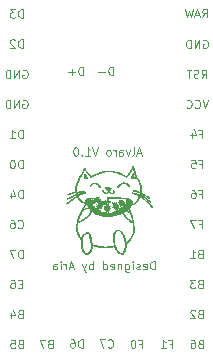
<source format=gbo>
G04 #@! TF.GenerationSoftware,KiCad,Pcbnew,(5.1.6)-1*
G04 #@! TF.CreationDate,2020-09-27T19:06:04+08:00*
G04 #@! TF.ProjectId,Alvaro,416c7661-726f-42e6-9b69-6361645f7063,C*
G04 #@! TF.SameCoordinates,Original*
G04 #@! TF.FileFunction,Legend,Bot*
G04 #@! TF.FilePolarity,Positive*
%FSLAX46Y46*%
G04 Gerber Fmt 4.6, Leading zero omitted, Abs format (unit mm)*
G04 Created by KiCad (PCBNEW (5.1.6)-1) date 2020-09-27 19:06:04*
%MOMM*%
%LPD*%
G01*
G04 APERTURE LIST*
%ADD10C,0.080000*%
G04 APERTURE END LIST*
D10*
X32916666Y-37816666D02*
X32583333Y-37816666D01*
X32983333Y-38016666D02*
X32750000Y-37316666D01*
X32516666Y-38016666D01*
X32183333Y-38016666D02*
X32250000Y-37983333D01*
X32283333Y-37916666D01*
X32283333Y-37316666D01*
X31983333Y-37550000D02*
X31816666Y-38016666D01*
X31650000Y-37550000D01*
X31083333Y-38016666D02*
X31083333Y-37650000D01*
X31116666Y-37583333D01*
X31183333Y-37550000D01*
X31316666Y-37550000D01*
X31383333Y-37583333D01*
X31083333Y-37983333D02*
X31150000Y-38016666D01*
X31316666Y-38016666D01*
X31383333Y-37983333D01*
X31416666Y-37916666D01*
X31416666Y-37850000D01*
X31383333Y-37783333D01*
X31316666Y-37750000D01*
X31150000Y-37750000D01*
X31083333Y-37716666D01*
X30750000Y-38016666D02*
X30750000Y-37550000D01*
X30750000Y-37683333D02*
X30716666Y-37616666D01*
X30683333Y-37583333D01*
X30616666Y-37550000D01*
X30550000Y-37550000D01*
X30216666Y-38016666D02*
X30283333Y-37983333D01*
X30316666Y-37950000D01*
X30350000Y-37883333D01*
X30350000Y-37683333D01*
X30316666Y-37616666D01*
X30283333Y-37583333D01*
X30216666Y-37550000D01*
X30116666Y-37550000D01*
X30050000Y-37583333D01*
X30016666Y-37616666D01*
X29983333Y-37683333D01*
X29983333Y-37883333D01*
X30016666Y-37950000D01*
X30050000Y-37983333D01*
X30116666Y-38016666D01*
X30216666Y-38016666D01*
X29250000Y-37316666D02*
X29016666Y-38016666D01*
X28783333Y-37316666D01*
X28183333Y-38016666D02*
X28583333Y-38016666D01*
X28383333Y-38016666D02*
X28383333Y-37316666D01*
X28450000Y-37416666D01*
X28516666Y-37483333D01*
X28583333Y-37516666D01*
X27883333Y-37950000D02*
X27850000Y-37983333D01*
X27883333Y-38016666D01*
X27916666Y-37983333D01*
X27883333Y-37950000D01*
X27883333Y-38016666D01*
X27416666Y-37316666D02*
X27350000Y-37316666D01*
X27283333Y-37350000D01*
X27250000Y-37383333D01*
X27216666Y-37450000D01*
X27183333Y-37583333D01*
X27183333Y-37750000D01*
X27216666Y-37883333D01*
X27250000Y-37950000D01*
X27283333Y-37983333D01*
X27350000Y-38016666D01*
X27416666Y-38016666D01*
X27483333Y-37983333D01*
X27516666Y-37950000D01*
X27550000Y-37883333D01*
X27583333Y-37750000D01*
X27583333Y-37583333D01*
X27550000Y-37450000D01*
X27516666Y-37383333D01*
X27483333Y-37350000D01*
X27416666Y-37316666D01*
X34075000Y-47666666D02*
X34075000Y-46966666D01*
X33908333Y-46966666D01*
X33808333Y-47000000D01*
X33741666Y-47066666D01*
X33708333Y-47133333D01*
X33675000Y-47266666D01*
X33675000Y-47366666D01*
X33708333Y-47500000D01*
X33741666Y-47566666D01*
X33808333Y-47633333D01*
X33908333Y-47666666D01*
X34075000Y-47666666D01*
X33108333Y-47633333D02*
X33175000Y-47666666D01*
X33308333Y-47666666D01*
X33375000Y-47633333D01*
X33408333Y-47566666D01*
X33408333Y-47300000D01*
X33375000Y-47233333D01*
X33308333Y-47200000D01*
X33175000Y-47200000D01*
X33108333Y-47233333D01*
X33075000Y-47300000D01*
X33075000Y-47366666D01*
X33408333Y-47433333D01*
X32808333Y-47633333D02*
X32741666Y-47666666D01*
X32608333Y-47666666D01*
X32541666Y-47633333D01*
X32508333Y-47566666D01*
X32508333Y-47533333D01*
X32541666Y-47466666D01*
X32608333Y-47433333D01*
X32708333Y-47433333D01*
X32775000Y-47400000D01*
X32808333Y-47333333D01*
X32808333Y-47300000D01*
X32775000Y-47233333D01*
X32708333Y-47200000D01*
X32608333Y-47200000D01*
X32541666Y-47233333D01*
X32208333Y-47666666D02*
X32208333Y-47200000D01*
X32208333Y-46966666D02*
X32241666Y-47000000D01*
X32208333Y-47033333D01*
X32175000Y-47000000D01*
X32208333Y-46966666D01*
X32208333Y-47033333D01*
X31575000Y-47200000D02*
X31575000Y-47766666D01*
X31608333Y-47833333D01*
X31641666Y-47866666D01*
X31708333Y-47900000D01*
X31808333Y-47900000D01*
X31875000Y-47866666D01*
X31575000Y-47633333D02*
X31641666Y-47666666D01*
X31775000Y-47666666D01*
X31841666Y-47633333D01*
X31875000Y-47600000D01*
X31908333Y-47533333D01*
X31908333Y-47333333D01*
X31875000Y-47266666D01*
X31841666Y-47233333D01*
X31775000Y-47200000D01*
X31641666Y-47200000D01*
X31575000Y-47233333D01*
X31241666Y-47200000D02*
X31241666Y-47666666D01*
X31241666Y-47266666D02*
X31208333Y-47233333D01*
X31141666Y-47200000D01*
X31041666Y-47200000D01*
X30975000Y-47233333D01*
X30941666Y-47300000D01*
X30941666Y-47666666D01*
X30341666Y-47633333D02*
X30408333Y-47666666D01*
X30541666Y-47666666D01*
X30608333Y-47633333D01*
X30641666Y-47566666D01*
X30641666Y-47300000D01*
X30608333Y-47233333D01*
X30541666Y-47200000D01*
X30408333Y-47200000D01*
X30341666Y-47233333D01*
X30308333Y-47300000D01*
X30308333Y-47366666D01*
X30641666Y-47433333D01*
X29708333Y-47666666D02*
X29708333Y-46966666D01*
X29708333Y-47633333D02*
X29775000Y-47666666D01*
X29908333Y-47666666D01*
X29975000Y-47633333D01*
X30008333Y-47600000D01*
X30041666Y-47533333D01*
X30041666Y-47333333D01*
X30008333Y-47266666D01*
X29975000Y-47233333D01*
X29908333Y-47200000D01*
X29775000Y-47200000D01*
X29708333Y-47233333D01*
X28841666Y-47666666D02*
X28841666Y-46966666D01*
X28841666Y-47233333D02*
X28775000Y-47200000D01*
X28641666Y-47200000D01*
X28575000Y-47233333D01*
X28541666Y-47266666D01*
X28508333Y-47333333D01*
X28508333Y-47533333D01*
X28541666Y-47600000D01*
X28575000Y-47633333D01*
X28641666Y-47666666D01*
X28775000Y-47666666D01*
X28841666Y-47633333D01*
X28275000Y-47200000D02*
X28108333Y-47666666D01*
X27941666Y-47200000D02*
X28108333Y-47666666D01*
X28175000Y-47833333D01*
X28208333Y-47866666D01*
X28275000Y-47900000D01*
X27175000Y-47466666D02*
X26841666Y-47466666D01*
X27241666Y-47666666D02*
X27008333Y-46966666D01*
X26775000Y-47666666D01*
X26541666Y-47666666D02*
X26541666Y-47200000D01*
X26541666Y-47333333D02*
X26508333Y-47266666D01*
X26475000Y-47233333D01*
X26408333Y-47200000D01*
X26341666Y-47200000D01*
X26108333Y-47666666D02*
X26108333Y-47200000D01*
X26108333Y-46966666D02*
X26141666Y-47000000D01*
X26108333Y-47033333D01*
X26075000Y-47000000D01*
X26108333Y-46966666D01*
X26108333Y-47033333D01*
X25475000Y-47666666D02*
X25475000Y-47300000D01*
X25508333Y-47233333D01*
X25575000Y-47200000D01*
X25708333Y-47200000D01*
X25775000Y-47233333D01*
X25475000Y-47633333D02*
X25541666Y-47666666D01*
X25708333Y-47666666D01*
X25775000Y-47633333D01*
X25808333Y-47566666D01*
X25808333Y-47500000D01*
X25775000Y-47433333D01*
X25708333Y-47400000D01*
X25541666Y-47400000D01*
X25475000Y-47366666D01*
X22908333Y-30800000D02*
X22975000Y-30766666D01*
X23075000Y-30766666D01*
X23175000Y-30800000D01*
X23241666Y-30866666D01*
X23275000Y-30933333D01*
X23308333Y-31066666D01*
X23308333Y-31166666D01*
X23275000Y-31300000D01*
X23241666Y-31366666D01*
X23175000Y-31433333D01*
X23075000Y-31466666D01*
X23008333Y-31466666D01*
X22908333Y-31433333D01*
X22875000Y-31400000D01*
X22875000Y-31166666D01*
X23008333Y-31166666D01*
X22575000Y-31466666D02*
X22575000Y-30766666D01*
X22175000Y-31466666D01*
X22175000Y-30766666D01*
X21841666Y-31466666D02*
X21841666Y-30766666D01*
X21675000Y-30766666D01*
X21575000Y-30800000D01*
X21508333Y-30866666D01*
X21475000Y-30933333D01*
X21441666Y-31066666D01*
X21441666Y-31166666D01*
X21475000Y-31300000D01*
X21508333Y-31366666D01*
X21575000Y-31433333D01*
X21675000Y-31466666D01*
X21841666Y-31466666D01*
X37833333Y-43800000D02*
X38066666Y-43800000D01*
X38066666Y-44166666D02*
X38066666Y-43466666D01*
X37733333Y-43466666D01*
X37533333Y-43466666D02*
X37066666Y-43466666D01*
X37366666Y-44166666D01*
X30541666Y-31191666D02*
X30541666Y-30491666D01*
X30375000Y-30491666D01*
X30275000Y-30525000D01*
X30208333Y-30591666D01*
X30175000Y-30658333D01*
X30141666Y-30791666D01*
X30141666Y-30891666D01*
X30175000Y-31025000D01*
X30208333Y-31091666D01*
X30275000Y-31158333D01*
X30375000Y-31191666D01*
X30541666Y-31191666D01*
X29841666Y-30925000D02*
X29308333Y-30925000D01*
X27991666Y-31216666D02*
X27991666Y-30516666D01*
X27825000Y-30516666D01*
X27725000Y-30550000D01*
X27658333Y-30616666D01*
X27625000Y-30683333D01*
X27591666Y-30816666D01*
X27591666Y-30916666D01*
X27625000Y-31050000D01*
X27658333Y-31116666D01*
X27725000Y-31183333D01*
X27825000Y-31216666D01*
X27991666Y-31216666D01*
X27291666Y-30950000D02*
X26758333Y-30950000D01*
X27025000Y-31216666D02*
X27025000Y-30683333D01*
X22891666Y-26341666D02*
X22891666Y-25641666D01*
X22725000Y-25641666D01*
X22625000Y-25675000D01*
X22558333Y-25741666D01*
X22525000Y-25808333D01*
X22491666Y-25941666D01*
X22491666Y-26041666D01*
X22525000Y-26175000D01*
X22558333Y-26241666D01*
X22625000Y-26308333D01*
X22725000Y-26341666D01*
X22891666Y-26341666D01*
X22258333Y-25641666D02*
X21825000Y-25641666D01*
X22058333Y-25908333D01*
X21958333Y-25908333D01*
X21891666Y-25941666D01*
X21858333Y-25975000D01*
X21825000Y-26041666D01*
X21825000Y-26208333D01*
X21858333Y-26275000D01*
X21891666Y-26308333D01*
X21958333Y-26341666D01*
X22158333Y-26341666D01*
X22225000Y-26308333D01*
X22258333Y-26275000D01*
X22891666Y-28891666D02*
X22891666Y-28191666D01*
X22725000Y-28191666D01*
X22625000Y-28225000D01*
X22558333Y-28291666D01*
X22525000Y-28358333D01*
X22491666Y-28491666D01*
X22491666Y-28591666D01*
X22525000Y-28725000D01*
X22558333Y-28791666D01*
X22625000Y-28858333D01*
X22725000Y-28891666D01*
X22891666Y-28891666D01*
X22225000Y-28258333D02*
X22191666Y-28225000D01*
X22125000Y-28191666D01*
X21958333Y-28191666D01*
X21891666Y-28225000D01*
X21858333Y-28258333D01*
X21825000Y-28325000D01*
X21825000Y-28391666D01*
X21858333Y-28491666D01*
X22258333Y-28891666D01*
X21825000Y-28891666D01*
X22908333Y-33325000D02*
X22975000Y-33291666D01*
X23075000Y-33291666D01*
X23175000Y-33325000D01*
X23241666Y-33391666D01*
X23275000Y-33458333D01*
X23308333Y-33591666D01*
X23308333Y-33691666D01*
X23275000Y-33825000D01*
X23241666Y-33891666D01*
X23175000Y-33958333D01*
X23075000Y-33991666D01*
X23008333Y-33991666D01*
X22908333Y-33958333D01*
X22875000Y-33925000D01*
X22875000Y-33691666D01*
X23008333Y-33691666D01*
X22575000Y-33991666D02*
X22575000Y-33291666D01*
X22175000Y-33991666D01*
X22175000Y-33291666D01*
X21841666Y-33991666D02*
X21841666Y-33291666D01*
X21675000Y-33291666D01*
X21575000Y-33325000D01*
X21508333Y-33391666D01*
X21475000Y-33458333D01*
X21441666Y-33591666D01*
X21441666Y-33691666D01*
X21475000Y-33825000D01*
X21508333Y-33891666D01*
X21575000Y-33958333D01*
X21675000Y-33991666D01*
X21841666Y-33991666D01*
X22891666Y-36541666D02*
X22891666Y-35841666D01*
X22725000Y-35841666D01*
X22625000Y-35875000D01*
X22558333Y-35941666D01*
X22525000Y-36008333D01*
X22491666Y-36141666D01*
X22491666Y-36241666D01*
X22525000Y-36375000D01*
X22558333Y-36441666D01*
X22625000Y-36508333D01*
X22725000Y-36541666D01*
X22891666Y-36541666D01*
X21825000Y-36541666D02*
X22225000Y-36541666D01*
X22025000Y-36541666D02*
X22025000Y-35841666D01*
X22091666Y-35941666D01*
X22158333Y-36008333D01*
X22225000Y-36041666D01*
X22891666Y-39091666D02*
X22891666Y-38391666D01*
X22725000Y-38391666D01*
X22625000Y-38425000D01*
X22558333Y-38491666D01*
X22525000Y-38558333D01*
X22491666Y-38691666D01*
X22491666Y-38791666D01*
X22525000Y-38925000D01*
X22558333Y-38991666D01*
X22625000Y-39058333D01*
X22725000Y-39091666D01*
X22891666Y-39091666D01*
X22058333Y-38391666D02*
X21991666Y-38391666D01*
X21925000Y-38425000D01*
X21891666Y-38458333D01*
X21858333Y-38525000D01*
X21825000Y-38658333D01*
X21825000Y-38825000D01*
X21858333Y-38958333D01*
X21891666Y-39025000D01*
X21925000Y-39058333D01*
X21991666Y-39091666D01*
X22058333Y-39091666D01*
X22125000Y-39058333D01*
X22158333Y-39025000D01*
X22191666Y-38958333D01*
X22225000Y-38825000D01*
X22225000Y-38658333D01*
X22191666Y-38525000D01*
X22158333Y-38458333D01*
X22125000Y-38425000D01*
X22058333Y-38391666D01*
X22891666Y-41641666D02*
X22891666Y-40941666D01*
X22725000Y-40941666D01*
X22625000Y-40975000D01*
X22558333Y-41041666D01*
X22525000Y-41108333D01*
X22491666Y-41241666D01*
X22491666Y-41341666D01*
X22525000Y-41475000D01*
X22558333Y-41541666D01*
X22625000Y-41608333D01*
X22725000Y-41641666D01*
X22891666Y-41641666D01*
X21891666Y-41175000D02*
X21891666Y-41641666D01*
X22058333Y-40908333D02*
X22225000Y-41408333D01*
X21791666Y-41408333D01*
X22491666Y-44100000D02*
X22525000Y-44133333D01*
X22625000Y-44166666D01*
X22691666Y-44166666D01*
X22791666Y-44133333D01*
X22858333Y-44066666D01*
X22891666Y-44000000D01*
X22925000Y-43866666D01*
X22925000Y-43766666D01*
X22891666Y-43633333D01*
X22858333Y-43566666D01*
X22791666Y-43500000D01*
X22691666Y-43466666D01*
X22625000Y-43466666D01*
X22525000Y-43500000D01*
X22491666Y-43533333D01*
X21891666Y-43466666D02*
X22025000Y-43466666D01*
X22091666Y-43500000D01*
X22125000Y-43533333D01*
X22191666Y-43633333D01*
X22225000Y-43766666D01*
X22225000Y-44033333D01*
X22191666Y-44100000D01*
X22158333Y-44133333D01*
X22091666Y-44166666D01*
X21958333Y-44166666D01*
X21891666Y-44133333D01*
X21858333Y-44100000D01*
X21825000Y-44033333D01*
X21825000Y-43866666D01*
X21858333Y-43800000D01*
X21891666Y-43766666D01*
X21958333Y-43733333D01*
X22091666Y-43733333D01*
X22158333Y-43766666D01*
X22191666Y-43800000D01*
X22225000Y-43866666D01*
X22891666Y-46716666D02*
X22891666Y-46016666D01*
X22725000Y-46016666D01*
X22625000Y-46050000D01*
X22558333Y-46116666D01*
X22525000Y-46183333D01*
X22491666Y-46316666D01*
X22491666Y-46416666D01*
X22525000Y-46550000D01*
X22558333Y-46616666D01*
X22625000Y-46683333D01*
X22725000Y-46716666D01*
X22891666Y-46716666D01*
X22258333Y-46016666D02*
X21791666Y-46016666D01*
X22091666Y-46716666D01*
X22858333Y-48875000D02*
X22625000Y-48875000D01*
X22525000Y-49241666D02*
X22858333Y-49241666D01*
X22858333Y-48541666D01*
X22525000Y-48541666D01*
X21925000Y-48541666D02*
X22058333Y-48541666D01*
X22125000Y-48575000D01*
X22158333Y-48608333D01*
X22225000Y-48708333D01*
X22258333Y-48841666D01*
X22258333Y-49108333D01*
X22225000Y-49175000D01*
X22191666Y-49208333D01*
X22125000Y-49241666D01*
X21991666Y-49241666D01*
X21925000Y-49208333D01*
X21891666Y-49175000D01*
X21858333Y-49108333D01*
X21858333Y-48941666D01*
X21891666Y-48875000D01*
X21925000Y-48841666D01*
X21991666Y-48808333D01*
X22125000Y-48808333D01*
X22191666Y-48841666D01*
X22225000Y-48875000D01*
X22258333Y-48941666D01*
X22658333Y-51425000D02*
X22558333Y-51458333D01*
X22525000Y-51491666D01*
X22491666Y-51558333D01*
X22491666Y-51658333D01*
X22525000Y-51725000D01*
X22558333Y-51758333D01*
X22625000Y-51791666D01*
X22891666Y-51791666D01*
X22891666Y-51091666D01*
X22658333Y-51091666D01*
X22591666Y-51125000D01*
X22558333Y-51158333D01*
X22525000Y-51225000D01*
X22525000Y-51291666D01*
X22558333Y-51358333D01*
X22591666Y-51391666D01*
X22658333Y-51425000D01*
X22891666Y-51425000D01*
X21891666Y-51325000D02*
X21891666Y-51791666D01*
X22058333Y-51058333D02*
X22225000Y-51558333D01*
X21791666Y-51558333D01*
X22683333Y-53950000D02*
X22583333Y-53983333D01*
X22550000Y-54016666D01*
X22516666Y-54083333D01*
X22516666Y-54183333D01*
X22550000Y-54250000D01*
X22583333Y-54283333D01*
X22650000Y-54316666D01*
X22916666Y-54316666D01*
X22916666Y-53616666D01*
X22683333Y-53616666D01*
X22616666Y-53650000D01*
X22583333Y-53683333D01*
X22550000Y-53750000D01*
X22550000Y-53816666D01*
X22583333Y-53883333D01*
X22616666Y-53916666D01*
X22683333Y-53950000D01*
X22916666Y-53950000D01*
X21883333Y-53616666D02*
X22216666Y-53616666D01*
X22250000Y-53950000D01*
X22216666Y-53916666D01*
X22150000Y-53883333D01*
X21983333Y-53883333D01*
X21916666Y-53916666D01*
X21883333Y-53950000D01*
X21850000Y-54016666D01*
X21850000Y-54183333D01*
X21883333Y-54250000D01*
X21916666Y-54283333D01*
X21983333Y-54316666D01*
X22150000Y-54316666D01*
X22216666Y-54283333D01*
X22250000Y-54250000D01*
X25208333Y-53950000D02*
X25108333Y-53983333D01*
X25075000Y-54016666D01*
X25041666Y-54083333D01*
X25041666Y-54183333D01*
X25075000Y-54250000D01*
X25108333Y-54283333D01*
X25175000Y-54316666D01*
X25441666Y-54316666D01*
X25441666Y-53616666D01*
X25208333Y-53616666D01*
X25141666Y-53650000D01*
X25108333Y-53683333D01*
X25075000Y-53750000D01*
X25075000Y-53816666D01*
X25108333Y-53883333D01*
X25141666Y-53916666D01*
X25208333Y-53950000D01*
X25441666Y-53950000D01*
X24808333Y-53616666D02*
X24341666Y-53616666D01*
X24641666Y-54316666D01*
X27976666Y-54291666D02*
X27976666Y-53591666D01*
X27810000Y-53591666D01*
X27710000Y-53625000D01*
X27643333Y-53691666D01*
X27610000Y-53758333D01*
X27576666Y-53891666D01*
X27576666Y-53991666D01*
X27610000Y-54125000D01*
X27643333Y-54191666D01*
X27710000Y-54258333D01*
X27810000Y-54291666D01*
X27976666Y-54291666D01*
X26976666Y-53591666D02*
X27110000Y-53591666D01*
X27176666Y-53625000D01*
X27210000Y-53658333D01*
X27276666Y-53758333D01*
X27310000Y-53891666D01*
X27310000Y-54158333D01*
X27276666Y-54225000D01*
X27243333Y-54258333D01*
X27176666Y-54291666D01*
X27043333Y-54291666D01*
X26976666Y-54258333D01*
X26943333Y-54225000D01*
X26910000Y-54158333D01*
X26910000Y-53991666D01*
X26943333Y-53925000D01*
X26976666Y-53891666D01*
X27043333Y-53858333D01*
X27176666Y-53858333D01*
X27243333Y-53891666D01*
X27276666Y-53925000D01*
X27310000Y-53991666D01*
X30116666Y-54225000D02*
X30150000Y-54258333D01*
X30250000Y-54291666D01*
X30316666Y-54291666D01*
X30416666Y-54258333D01*
X30483333Y-54191666D01*
X30516666Y-54125000D01*
X30550000Y-53991666D01*
X30550000Y-53891666D01*
X30516666Y-53758333D01*
X30483333Y-53691666D01*
X30416666Y-53625000D01*
X30316666Y-53591666D01*
X30250000Y-53591666D01*
X30150000Y-53625000D01*
X30116666Y-53658333D01*
X29883333Y-53591666D02*
X29416666Y-53591666D01*
X29716666Y-54291666D01*
X32773333Y-53950000D02*
X33006666Y-53950000D01*
X33006666Y-54316666D02*
X33006666Y-53616666D01*
X32673333Y-53616666D01*
X32273333Y-53616666D02*
X32206666Y-53616666D01*
X32140000Y-53650000D01*
X32106666Y-53683333D01*
X32073333Y-53750000D01*
X32040000Y-53883333D01*
X32040000Y-54050000D01*
X32073333Y-54183333D01*
X32106666Y-54250000D01*
X32140000Y-54283333D01*
X32206666Y-54316666D01*
X32273333Y-54316666D01*
X32340000Y-54283333D01*
X32373333Y-54250000D01*
X32406666Y-54183333D01*
X32440000Y-54050000D01*
X32440000Y-53883333D01*
X32406666Y-53750000D01*
X32373333Y-53683333D01*
X32340000Y-53650000D01*
X32273333Y-53616666D01*
X35333333Y-53950000D02*
X35566666Y-53950000D01*
X35566666Y-54316666D02*
X35566666Y-53616666D01*
X35233333Y-53616666D01*
X34600000Y-54316666D02*
X35000000Y-54316666D01*
X34800000Y-54316666D02*
X34800000Y-53616666D01*
X34866666Y-53716666D01*
X34933333Y-53783333D01*
X35000000Y-53816666D01*
X37933333Y-53950000D02*
X37833333Y-53983333D01*
X37800000Y-54016666D01*
X37766666Y-54083333D01*
X37766666Y-54183333D01*
X37800000Y-54250000D01*
X37833333Y-54283333D01*
X37900000Y-54316666D01*
X38166666Y-54316666D01*
X38166666Y-53616666D01*
X37933333Y-53616666D01*
X37866666Y-53650000D01*
X37833333Y-53683333D01*
X37800000Y-53750000D01*
X37800000Y-53816666D01*
X37833333Y-53883333D01*
X37866666Y-53916666D01*
X37933333Y-53950000D01*
X38166666Y-53950000D01*
X37166666Y-53616666D02*
X37300000Y-53616666D01*
X37366666Y-53650000D01*
X37400000Y-53683333D01*
X37466666Y-53783333D01*
X37500000Y-53916666D01*
X37500000Y-54183333D01*
X37466666Y-54250000D01*
X37433333Y-54283333D01*
X37366666Y-54316666D01*
X37233333Y-54316666D01*
X37166666Y-54283333D01*
X37133333Y-54250000D01*
X37100000Y-54183333D01*
X37100000Y-54016666D01*
X37133333Y-53950000D01*
X37166666Y-53916666D01*
X37233333Y-53883333D01*
X37366666Y-53883333D01*
X37433333Y-53916666D01*
X37466666Y-53950000D01*
X37500000Y-54016666D01*
X37908333Y-51425000D02*
X37808333Y-51458333D01*
X37775000Y-51491666D01*
X37741666Y-51558333D01*
X37741666Y-51658333D01*
X37775000Y-51725000D01*
X37808333Y-51758333D01*
X37875000Y-51791666D01*
X38141666Y-51791666D01*
X38141666Y-51091666D01*
X37908333Y-51091666D01*
X37841666Y-51125000D01*
X37808333Y-51158333D01*
X37775000Y-51225000D01*
X37775000Y-51291666D01*
X37808333Y-51358333D01*
X37841666Y-51391666D01*
X37908333Y-51425000D01*
X38141666Y-51425000D01*
X37475000Y-51158333D02*
X37441666Y-51125000D01*
X37375000Y-51091666D01*
X37208333Y-51091666D01*
X37141666Y-51125000D01*
X37108333Y-51158333D01*
X37075000Y-51225000D01*
X37075000Y-51291666D01*
X37108333Y-51391666D01*
X37508333Y-51791666D01*
X37075000Y-51791666D01*
X37908333Y-48875000D02*
X37808333Y-48908333D01*
X37775000Y-48941666D01*
X37741666Y-49008333D01*
X37741666Y-49108333D01*
X37775000Y-49175000D01*
X37808333Y-49208333D01*
X37875000Y-49241666D01*
X38141666Y-49241666D01*
X38141666Y-48541666D01*
X37908333Y-48541666D01*
X37841666Y-48575000D01*
X37808333Y-48608333D01*
X37775000Y-48675000D01*
X37775000Y-48741666D01*
X37808333Y-48808333D01*
X37841666Y-48841666D01*
X37908333Y-48875000D01*
X38141666Y-48875000D01*
X37508333Y-48541666D02*
X37075000Y-48541666D01*
X37308333Y-48808333D01*
X37208333Y-48808333D01*
X37141666Y-48841666D01*
X37108333Y-48875000D01*
X37075000Y-48941666D01*
X37075000Y-49108333D01*
X37108333Y-49175000D01*
X37141666Y-49208333D01*
X37208333Y-49241666D01*
X37408333Y-49241666D01*
X37475000Y-49208333D01*
X37508333Y-49175000D01*
X37908333Y-46325000D02*
X37808333Y-46358333D01*
X37775000Y-46391666D01*
X37741666Y-46458333D01*
X37741666Y-46558333D01*
X37775000Y-46625000D01*
X37808333Y-46658333D01*
X37875000Y-46691666D01*
X38141666Y-46691666D01*
X38141666Y-45991666D01*
X37908333Y-45991666D01*
X37841666Y-46025000D01*
X37808333Y-46058333D01*
X37775000Y-46125000D01*
X37775000Y-46191666D01*
X37808333Y-46258333D01*
X37841666Y-46291666D01*
X37908333Y-46325000D01*
X38141666Y-46325000D01*
X37075000Y-46691666D02*
X37475000Y-46691666D01*
X37275000Y-46691666D02*
X37275000Y-45991666D01*
X37341666Y-46091666D01*
X37408333Y-46158333D01*
X37475000Y-46191666D01*
X37858333Y-41250000D02*
X38091666Y-41250000D01*
X38091666Y-41616666D02*
X38091666Y-40916666D01*
X37758333Y-40916666D01*
X37191666Y-40916666D02*
X37325000Y-40916666D01*
X37391666Y-40950000D01*
X37425000Y-40983333D01*
X37491666Y-41083333D01*
X37525000Y-41216666D01*
X37525000Y-41483333D01*
X37491666Y-41550000D01*
X37458333Y-41583333D01*
X37391666Y-41616666D01*
X37258333Y-41616666D01*
X37191666Y-41583333D01*
X37158333Y-41550000D01*
X37125000Y-41483333D01*
X37125000Y-41316666D01*
X37158333Y-41250000D01*
X37191666Y-41216666D01*
X37258333Y-41183333D01*
X37391666Y-41183333D01*
X37458333Y-41216666D01*
X37491666Y-41250000D01*
X37525000Y-41316666D01*
X37858333Y-38700000D02*
X38091666Y-38700000D01*
X38091666Y-39066666D02*
X38091666Y-38366666D01*
X37758333Y-38366666D01*
X37158333Y-38366666D02*
X37491666Y-38366666D01*
X37525000Y-38700000D01*
X37491666Y-38666666D01*
X37425000Y-38633333D01*
X37258333Y-38633333D01*
X37191666Y-38666666D01*
X37158333Y-38700000D01*
X37125000Y-38766666D01*
X37125000Y-38933333D01*
X37158333Y-39000000D01*
X37191666Y-39033333D01*
X37258333Y-39066666D01*
X37425000Y-39066666D01*
X37491666Y-39033333D01*
X37525000Y-39000000D01*
X37858333Y-36175000D02*
X38091666Y-36175000D01*
X38091666Y-36541666D02*
X38091666Y-35841666D01*
X37758333Y-35841666D01*
X37191666Y-36075000D02*
X37191666Y-36541666D01*
X37358333Y-35808333D02*
X37525000Y-36308333D01*
X37091666Y-36308333D01*
X38583333Y-33291666D02*
X38350000Y-33991666D01*
X38116666Y-33291666D01*
X37483333Y-33925000D02*
X37516666Y-33958333D01*
X37616666Y-33991666D01*
X37683333Y-33991666D01*
X37783333Y-33958333D01*
X37850000Y-33891666D01*
X37883333Y-33825000D01*
X37916666Y-33691666D01*
X37916666Y-33591666D01*
X37883333Y-33458333D01*
X37850000Y-33391666D01*
X37783333Y-33325000D01*
X37683333Y-33291666D01*
X37616666Y-33291666D01*
X37516666Y-33325000D01*
X37483333Y-33358333D01*
X36783333Y-33925000D02*
X36816666Y-33958333D01*
X36916666Y-33991666D01*
X36983333Y-33991666D01*
X37083333Y-33958333D01*
X37150000Y-33891666D01*
X37183333Y-33825000D01*
X37216666Y-33691666D01*
X37216666Y-33591666D01*
X37183333Y-33458333D01*
X37150000Y-33391666D01*
X37083333Y-33325000D01*
X36983333Y-33291666D01*
X36916666Y-33291666D01*
X36816666Y-33325000D01*
X36783333Y-33358333D01*
X38033333Y-31441666D02*
X38266666Y-31108333D01*
X38433333Y-31441666D02*
X38433333Y-30741666D01*
X38166666Y-30741666D01*
X38100000Y-30775000D01*
X38066666Y-30808333D01*
X38033333Y-30875000D01*
X38033333Y-30975000D01*
X38066666Y-31041666D01*
X38100000Y-31075000D01*
X38166666Y-31108333D01*
X38433333Y-31108333D01*
X37766666Y-31408333D02*
X37666666Y-31441666D01*
X37500000Y-31441666D01*
X37433333Y-31408333D01*
X37400000Y-31375000D01*
X37366666Y-31308333D01*
X37366666Y-31241666D01*
X37400000Y-31175000D01*
X37433333Y-31141666D01*
X37500000Y-31108333D01*
X37633333Y-31075000D01*
X37700000Y-31041666D01*
X37733333Y-31008333D01*
X37766666Y-30941666D01*
X37766666Y-30875000D01*
X37733333Y-30808333D01*
X37700000Y-30775000D01*
X37633333Y-30741666D01*
X37466666Y-30741666D01*
X37366666Y-30775000D01*
X37166666Y-30741666D02*
X36766666Y-30741666D01*
X36966666Y-31441666D02*
X36966666Y-30741666D01*
X38183333Y-28250000D02*
X38250000Y-28216666D01*
X38350000Y-28216666D01*
X38450000Y-28250000D01*
X38516666Y-28316666D01*
X38550000Y-28383333D01*
X38583333Y-28516666D01*
X38583333Y-28616666D01*
X38550000Y-28750000D01*
X38516666Y-28816666D01*
X38450000Y-28883333D01*
X38350000Y-28916666D01*
X38283333Y-28916666D01*
X38183333Y-28883333D01*
X38150000Y-28850000D01*
X38150000Y-28616666D01*
X38283333Y-28616666D01*
X37850000Y-28916666D02*
X37850000Y-28216666D01*
X37450000Y-28916666D01*
X37450000Y-28216666D01*
X37116666Y-28916666D02*
X37116666Y-28216666D01*
X36950000Y-28216666D01*
X36850000Y-28250000D01*
X36783333Y-28316666D01*
X36750000Y-28383333D01*
X36716666Y-28516666D01*
X36716666Y-28616666D01*
X36750000Y-28750000D01*
X36783333Y-28816666D01*
X36850000Y-28883333D01*
X36950000Y-28916666D01*
X37116666Y-28916666D01*
X38103333Y-26316666D02*
X38336666Y-25983333D01*
X38503333Y-26316666D02*
X38503333Y-25616666D01*
X38236666Y-25616666D01*
X38170000Y-25650000D01*
X38136666Y-25683333D01*
X38103333Y-25750000D01*
X38103333Y-25850000D01*
X38136666Y-25916666D01*
X38170000Y-25950000D01*
X38236666Y-25983333D01*
X38503333Y-25983333D01*
X37836666Y-26116666D02*
X37503333Y-26116666D01*
X37903333Y-26316666D02*
X37670000Y-25616666D01*
X37436666Y-26316666D01*
X37270000Y-25616666D02*
X37103333Y-26316666D01*
X36970000Y-25816666D01*
X36836666Y-26316666D01*
X36670000Y-25616666D01*
G36*
X28115837Y-39576137D02*
G01*
X28103265Y-39606999D01*
X28094150Y-39665219D01*
X28087501Y-39756348D01*
X28083800Y-39842250D01*
X28080750Y-39926916D01*
X28186584Y-39930220D01*
X28256742Y-39930126D01*
X28313952Y-39926120D01*
X28331349Y-39923013D01*
X28356772Y-39913160D01*
X28354038Y-39896299D01*
X28329110Y-39866792D01*
X28306887Y-39840237D01*
X28285834Y-39808986D01*
X28260767Y-39763934D01*
X28226501Y-39695978D01*
X28194593Y-39630583D01*
X28165050Y-39587089D01*
X28134874Y-39567209D01*
X28132856Y-39567083D01*
X28115837Y-39576137D01*
G37*
X28115837Y-39576137D02*
X28103265Y-39606999D01*
X28094150Y-39665219D01*
X28087501Y-39756348D01*
X28083800Y-39842250D01*
X28080750Y-39926916D01*
X28186584Y-39930220D01*
X28256742Y-39930126D01*
X28313952Y-39926120D01*
X28331349Y-39923013D01*
X28356772Y-39913160D01*
X28354038Y-39896299D01*
X28329110Y-39866792D01*
X28306887Y-39840237D01*
X28285834Y-39808986D01*
X28260767Y-39763934D01*
X28226501Y-39695978D01*
X28194593Y-39630583D01*
X28165050Y-39587089D01*
X28134874Y-39567209D01*
X28132856Y-39567083D01*
X28115837Y-39576137D01*
G36*
X32198857Y-39538464D02*
G01*
X32178286Y-39561430D01*
X32149280Y-39612852D01*
X32117081Y-39681124D01*
X32086929Y-39754639D01*
X32064066Y-39821791D01*
X32055855Y-39855118D01*
X32053545Y-39889780D01*
X32069611Y-39910823D01*
X32113716Y-39927196D01*
X32141579Y-39934493D01*
X32223532Y-39952777D01*
X32273748Y-39956916D01*
X32300431Y-39946797D01*
X32309151Y-39932208D01*
X32308440Y-39896659D01*
X32295339Y-39840854D01*
X32289748Y-39823713D01*
X32270430Y-39748416D01*
X32261011Y-39672852D01*
X32260843Y-39664963D01*
X32252830Y-39591114D01*
X32231471Y-39546869D01*
X32199691Y-39538196D01*
X32198857Y-39538464D01*
G37*
X32198857Y-39538464D02*
X32178286Y-39561430D01*
X32149280Y-39612852D01*
X32117081Y-39681124D01*
X32086929Y-39754639D01*
X32064066Y-39821791D01*
X32055855Y-39855118D01*
X32053545Y-39889780D01*
X32069611Y-39910823D01*
X32113716Y-39927196D01*
X32141579Y-39934493D01*
X32223532Y-39952777D01*
X32273748Y-39956916D01*
X32300431Y-39946797D01*
X32309151Y-39932208D01*
X32308440Y-39896659D01*
X32295339Y-39840854D01*
X32289748Y-39823713D01*
X32270430Y-39748416D01*
X32261011Y-39672852D01*
X32260843Y-39664963D01*
X32252830Y-39591114D01*
X32231471Y-39546869D01*
X32199691Y-39538196D01*
X32198857Y-39538464D01*
G36*
X31378402Y-40283921D02*
G01*
X31372386Y-40284707D01*
X31298324Y-40305761D01*
X31212827Y-40347004D01*
X31124258Y-40402146D01*
X31040979Y-40464899D01*
X30971353Y-40528971D01*
X30923742Y-40588073D01*
X30906500Y-40635142D01*
X30916939Y-40656648D01*
X30946461Y-40643401D01*
X30992376Y-40596954D01*
X31009977Y-40575475D01*
X31091973Y-40489915D01*
X31190304Y-40414541D01*
X31292575Y-40357322D01*
X31386389Y-40326221D01*
X31401262Y-40324029D01*
X31508682Y-40333113D01*
X31618552Y-40383913D01*
X31729938Y-40475947D01*
X31761377Y-40509159D01*
X31817801Y-40562702D01*
X31862347Y-40587308D01*
X31876023Y-40587761D01*
X31886543Y-40576353D01*
X31873000Y-40549586D01*
X31832409Y-40503215D01*
X31778735Y-40449423D01*
X31675642Y-40360278D01*
X31580947Y-40305571D01*
X31485062Y-40281414D01*
X31378402Y-40283921D01*
G37*
X31378402Y-40283921D02*
X31372386Y-40284707D01*
X31298324Y-40305761D01*
X31212827Y-40347004D01*
X31124258Y-40402146D01*
X31040979Y-40464899D01*
X30971353Y-40528971D01*
X30923742Y-40588073D01*
X30906500Y-40635142D01*
X30916939Y-40656648D01*
X30946461Y-40643401D01*
X30992376Y-40596954D01*
X31009977Y-40575475D01*
X31091973Y-40489915D01*
X31190304Y-40414541D01*
X31292575Y-40357322D01*
X31386389Y-40326221D01*
X31401262Y-40324029D01*
X31508682Y-40333113D01*
X31618552Y-40383913D01*
X31729938Y-40475947D01*
X31761377Y-40509159D01*
X31817801Y-40562702D01*
X31862347Y-40587308D01*
X31876023Y-40587761D01*
X31886543Y-40576353D01*
X31873000Y-40549586D01*
X31832409Y-40503215D01*
X31778735Y-40449423D01*
X31675642Y-40360278D01*
X31580947Y-40305571D01*
X31485062Y-40281414D01*
X31378402Y-40283921D01*
G36*
X28861970Y-40327677D02*
G01*
X28771996Y-40359135D01*
X28716686Y-40393723D01*
X28657313Y-40440370D01*
X28604161Y-40489686D01*
X28567518Y-40532284D01*
X28557000Y-40555351D01*
X28569302Y-40572599D01*
X28604902Y-40556922D01*
X28661837Y-40509368D01*
X28684846Y-40486988D01*
X28742269Y-40435341D01*
X28797195Y-40395233D01*
X28823807Y-40381154D01*
X28933091Y-40361443D01*
X29047062Y-40381821D01*
X29162585Y-40440774D01*
X29276522Y-40536787D01*
X29367918Y-40643910D01*
X29401766Y-40665442D01*
X29422476Y-40659001D01*
X29431897Y-40642118D01*
X29418598Y-40612152D01*
X29379093Y-40562997D01*
X29348392Y-40529283D01*
X29231177Y-40425375D01*
X29107669Y-40356145D01*
X28982917Y-40323082D01*
X28861970Y-40327677D01*
G37*
X28861970Y-40327677D02*
X28771996Y-40359135D01*
X28716686Y-40393723D01*
X28657313Y-40440370D01*
X28604161Y-40489686D01*
X28567518Y-40532284D01*
X28557000Y-40555351D01*
X28569302Y-40572599D01*
X28604902Y-40556922D01*
X28661837Y-40509368D01*
X28684846Y-40486988D01*
X28742269Y-40435341D01*
X28797195Y-40395233D01*
X28823807Y-40381154D01*
X28933091Y-40361443D01*
X29047062Y-40381821D01*
X29162585Y-40440774D01*
X29276522Y-40536787D01*
X29367918Y-40643910D01*
X29401766Y-40665442D01*
X29422476Y-40659001D01*
X29431897Y-40642118D01*
X29418598Y-40612152D01*
X29379093Y-40562997D01*
X29348392Y-40529283D01*
X29231177Y-40425375D01*
X29107669Y-40356145D01*
X28982917Y-40323082D01*
X28861970Y-40327677D01*
G36*
X29925150Y-40706090D02*
G01*
X29885125Y-40715915D01*
X29879845Y-40720783D01*
X29885817Y-40745846D01*
X29912246Y-40791546D01*
X29951237Y-40847080D01*
X29994898Y-40901648D01*
X30035335Y-40944448D01*
X30054542Y-40959843D01*
X30078581Y-40995559D01*
X30073246Y-41043691D01*
X30045055Y-41094207D01*
X30000528Y-41137076D01*
X29946183Y-41162267D01*
X29921120Y-41165166D01*
X29824332Y-41145315D01*
X29739915Y-41091019D01*
X29682601Y-41014774D01*
X29654942Y-40965814D01*
X29637159Y-40953491D01*
X29628353Y-40965369D01*
X29616028Y-41012440D01*
X29623725Y-41031524D01*
X29636500Y-41027583D01*
X29656005Y-41029261D01*
X29657667Y-41036917D01*
X29661766Y-41081208D01*
X29681926Y-41114286D01*
X29691231Y-41124838D01*
X29747918Y-41163743D01*
X29828096Y-41191314D01*
X29913394Y-41202513D01*
X29961314Y-41198926D01*
X30038350Y-41166350D01*
X30089566Y-41121371D01*
X30125262Y-41081700D01*
X30148037Y-41071327D01*
X30171589Y-41086630D01*
X30182085Y-41096918D01*
X30272852Y-41167633D01*
X30366503Y-41205083D01*
X30456017Y-41208172D01*
X30534371Y-41175805D01*
X30558213Y-41155545D01*
X30598863Y-41103166D01*
X30606899Y-41051329D01*
X30583888Y-40985545D01*
X30577874Y-40973615D01*
X30546263Y-40924217D01*
X30524813Y-40915258D01*
X30515071Y-40945731D01*
X30518319Y-41012412D01*
X30522295Y-41081884D01*
X30512011Y-41123483D01*
X30496090Y-41142058D01*
X30433997Y-41168503D01*
X30361346Y-41161256D01*
X30288035Y-41123693D01*
X30223958Y-41059187D01*
X30214964Y-41046195D01*
X30191923Y-41006792D01*
X30193600Y-40986086D01*
X30215285Y-40971010D01*
X30245644Y-40943926D01*
X30282217Y-40898291D01*
X30287761Y-40890000D01*
X30229167Y-40890000D01*
X30213060Y-40910551D01*
X30208000Y-40911166D01*
X30187449Y-40895059D01*
X30186834Y-40890000D01*
X30202941Y-40869448D01*
X30208000Y-40868833D01*
X30228552Y-40884940D01*
X30229167Y-40890000D01*
X30287761Y-40890000D01*
X30317023Y-40846244D01*
X30342081Y-40799923D01*
X30349410Y-40771468D01*
X30348088Y-40769031D01*
X30310545Y-40749667D01*
X30245235Y-40732350D01*
X30163099Y-40718206D01*
X30075079Y-40708363D01*
X29992115Y-40703949D01*
X29925150Y-40706090D01*
G37*
X29925150Y-40706090D02*
X29885125Y-40715915D01*
X29879845Y-40720783D01*
X29885817Y-40745846D01*
X29912246Y-40791546D01*
X29951237Y-40847080D01*
X29994898Y-40901648D01*
X30035335Y-40944448D01*
X30054542Y-40959843D01*
X30078581Y-40995559D01*
X30073246Y-41043691D01*
X30045055Y-41094207D01*
X30000528Y-41137076D01*
X29946183Y-41162267D01*
X29921120Y-41165166D01*
X29824332Y-41145315D01*
X29739915Y-41091019D01*
X29682601Y-41014774D01*
X29654942Y-40965814D01*
X29637159Y-40953491D01*
X29628353Y-40965369D01*
X29616028Y-41012440D01*
X29623725Y-41031524D01*
X29636500Y-41027583D01*
X29656005Y-41029261D01*
X29657667Y-41036917D01*
X29661766Y-41081208D01*
X29681926Y-41114286D01*
X29691231Y-41124838D01*
X29747918Y-41163743D01*
X29828096Y-41191314D01*
X29913394Y-41202513D01*
X29961314Y-41198926D01*
X30038350Y-41166350D01*
X30089566Y-41121371D01*
X30125262Y-41081700D01*
X30148037Y-41071327D01*
X30171589Y-41086630D01*
X30182085Y-41096918D01*
X30272852Y-41167633D01*
X30366503Y-41205083D01*
X30456017Y-41208172D01*
X30534371Y-41175805D01*
X30558213Y-41155545D01*
X30598863Y-41103166D01*
X30606899Y-41051329D01*
X30583888Y-40985545D01*
X30577874Y-40973615D01*
X30546263Y-40924217D01*
X30524813Y-40915258D01*
X30515071Y-40945731D01*
X30518319Y-41012412D01*
X30522295Y-41081884D01*
X30512011Y-41123483D01*
X30496090Y-41142058D01*
X30433997Y-41168503D01*
X30361346Y-41161256D01*
X30288035Y-41123693D01*
X30223958Y-41059187D01*
X30214964Y-41046195D01*
X30191923Y-41006792D01*
X30193600Y-40986086D01*
X30215285Y-40971010D01*
X30245644Y-40943926D01*
X30282217Y-40898291D01*
X30287761Y-40890000D01*
X30229167Y-40890000D01*
X30213060Y-40910551D01*
X30208000Y-40911166D01*
X30187449Y-40895059D01*
X30186834Y-40890000D01*
X30202941Y-40869448D01*
X30208000Y-40868833D01*
X30228552Y-40884940D01*
X30229167Y-40890000D01*
X30287761Y-40890000D01*
X30317023Y-40846244D01*
X30342081Y-40799923D01*
X30349410Y-40771468D01*
X30348088Y-40769031D01*
X30310545Y-40749667D01*
X30245235Y-40732350D01*
X30163099Y-40718206D01*
X30075079Y-40708363D01*
X29992115Y-40703949D01*
X29925150Y-40706090D01*
G36*
X28768667Y-41662583D02*
G01*
X28779250Y-41673166D01*
X28789834Y-41662583D01*
X28779250Y-41652000D01*
X28768667Y-41662583D01*
G37*
X28768667Y-41662583D02*
X28779250Y-41673166D01*
X28789834Y-41662583D01*
X28779250Y-41652000D01*
X28768667Y-41662583D01*
G36*
X28938000Y-41662583D02*
G01*
X28948584Y-41673166D01*
X28959167Y-41662583D01*
X28948584Y-41652000D01*
X28938000Y-41662583D01*
G37*
X28938000Y-41662583D02*
X28948584Y-41673166D01*
X28959167Y-41662583D01*
X28948584Y-41652000D01*
X28938000Y-41662583D01*
G36*
X29029723Y-41659055D02*
G01*
X29032628Y-41671639D01*
X29043834Y-41673166D01*
X29061256Y-41665422D01*
X29057945Y-41659055D01*
X29032825Y-41656522D01*
X29029723Y-41659055D01*
G37*
X29029723Y-41659055D02*
X29032628Y-41671639D01*
X29043834Y-41673166D01*
X29061256Y-41665422D01*
X29057945Y-41659055D01*
X29032825Y-41656522D01*
X29029723Y-41659055D01*
G36*
X29128500Y-41683750D02*
G01*
X29139084Y-41694333D01*
X29149667Y-41683750D01*
X29139084Y-41673166D01*
X29128500Y-41683750D01*
G37*
X29128500Y-41683750D02*
X29139084Y-41694333D01*
X29149667Y-41683750D01*
X29139084Y-41673166D01*
X29128500Y-41683750D01*
G36*
X31654389Y-41701388D02*
G01*
X31657295Y-41713972D01*
X31668500Y-41715500D01*
X31685923Y-41707755D01*
X31682612Y-41701388D01*
X31657492Y-41698855D01*
X31654389Y-41701388D01*
G37*
X31654389Y-41701388D02*
X31657295Y-41713972D01*
X31668500Y-41715500D01*
X31685923Y-41707755D01*
X31682612Y-41701388D01*
X31657492Y-41698855D01*
X31654389Y-41701388D01*
G36*
X28535834Y-41726083D02*
G01*
X28546417Y-41736666D01*
X28557000Y-41726083D01*
X28546417Y-41715500D01*
X28535834Y-41726083D01*
G37*
X28535834Y-41726083D02*
X28546417Y-41736666D01*
X28557000Y-41726083D01*
X28546417Y-41715500D01*
X28535834Y-41726083D01*
G36*
X28578167Y-41726083D02*
G01*
X28588750Y-41736666D01*
X28599334Y-41726083D01*
X28588750Y-41715500D01*
X28578167Y-41726083D01*
G37*
X28578167Y-41726083D02*
X28588750Y-41736666D01*
X28599334Y-41726083D01*
X28588750Y-41715500D01*
X28578167Y-41726083D01*
G36*
X31668500Y-41747250D02*
G01*
X31679084Y-41757833D01*
X31689667Y-41747250D01*
X31679084Y-41736666D01*
X31668500Y-41747250D01*
G37*
X31668500Y-41747250D02*
X31679084Y-41757833D01*
X31689667Y-41747250D01*
X31679084Y-41736666D01*
X31668500Y-41747250D01*
G36*
X31753167Y-41747250D02*
G01*
X31763750Y-41757833D01*
X31774334Y-41747250D01*
X31763750Y-41736666D01*
X31753167Y-41747250D01*
G37*
X31753167Y-41747250D02*
X31763750Y-41757833D01*
X31774334Y-41747250D01*
X31763750Y-41736666D01*
X31753167Y-41747250D01*
G36*
X28557000Y-41768416D02*
G01*
X28567584Y-41779000D01*
X28578167Y-41768416D01*
X28567584Y-41757833D01*
X28557000Y-41768416D01*
G37*
X28557000Y-41768416D02*
X28567584Y-41779000D01*
X28578167Y-41768416D01*
X28567584Y-41757833D01*
X28557000Y-41768416D01*
G36*
X29152938Y-41766395D02*
G01*
X29130393Y-41786071D01*
X29128500Y-41790832D01*
X29138546Y-41799532D01*
X29159460Y-41780038D01*
X29162272Y-41775729D01*
X29164767Y-41761245D01*
X29152938Y-41766395D01*
G37*
X29152938Y-41766395D02*
X29130393Y-41786071D01*
X29128500Y-41790832D01*
X29138546Y-41799532D01*
X29159460Y-41780038D01*
X29162272Y-41775729D01*
X29164767Y-41761245D01*
X29152938Y-41766395D01*
G36*
X31798771Y-41766395D02*
G01*
X31776226Y-41786071D01*
X31774334Y-41790832D01*
X31784379Y-41799532D01*
X31805293Y-41780038D01*
X31808105Y-41775729D01*
X31810600Y-41761245D01*
X31798771Y-41766395D01*
G37*
X31798771Y-41766395D02*
X31776226Y-41786071D01*
X31774334Y-41790832D01*
X31784379Y-41799532D01*
X31805293Y-41780038D01*
X31808105Y-41775729D01*
X31810600Y-41761245D01*
X31798771Y-41766395D01*
G36*
X29128500Y-41853083D02*
G01*
X29139084Y-41863666D01*
X29149667Y-41853083D01*
X29139084Y-41842500D01*
X29128500Y-41853083D01*
G37*
X29128500Y-41853083D02*
X29139084Y-41863666D01*
X29149667Y-41853083D01*
X29139084Y-41842500D01*
X29128500Y-41853083D01*
G36*
X30271500Y-41853083D02*
G01*
X30282084Y-41863666D01*
X30292667Y-41853083D01*
X30282084Y-41842500D01*
X30271500Y-41853083D01*
G37*
X30271500Y-41853083D02*
X30282084Y-41863666D01*
X30292667Y-41853083D01*
X30282084Y-41842500D01*
X30271500Y-41853083D01*
G36*
X28578167Y-41874250D02*
G01*
X28588750Y-41884833D01*
X28599334Y-41874250D01*
X28588750Y-41863666D01*
X28578167Y-41874250D01*
G37*
X28578167Y-41874250D02*
X28588750Y-41884833D01*
X28599334Y-41874250D01*
X28588750Y-41863666D01*
X28578167Y-41874250D01*
G36*
X31712816Y-41772135D02*
G01*
X31713883Y-41807464D01*
X31713016Y-41821333D01*
X31707844Y-41842411D01*
X31693020Y-41826463D01*
X31689667Y-41821333D01*
X31672895Y-41804391D01*
X31669149Y-41810750D01*
X31679549Y-41846581D01*
X31686320Y-41858975D01*
X31703884Y-41868532D01*
X31724463Y-41839815D01*
X31727531Y-41833273D01*
X31739960Y-41785616D01*
X31730678Y-41767599D01*
X31713227Y-41766507D01*
X31712816Y-41772135D01*
G37*
X31712816Y-41772135D02*
X31713883Y-41807464D01*
X31713016Y-41821333D01*
X31707844Y-41842411D01*
X31693020Y-41826463D01*
X31689667Y-41821333D01*
X31672895Y-41804391D01*
X31669149Y-41810750D01*
X31679549Y-41846581D01*
X31686320Y-41858975D01*
X31703884Y-41868532D01*
X31724463Y-41839815D01*
X31727531Y-41833273D01*
X31739960Y-41785616D01*
X31730678Y-41767599D01*
X31713227Y-41766507D01*
X31712816Y-41772135D01*
G36*
X29361334Y-41916583D02*
G01*
X29371917Y-41927166D01*
X29382500Y-41916583D01*
X29371917Y-41906000D01*
X29361334Y-41916583D01*
G37*
X29361334Y-41916583D02*
X29371917Y-41927166D01*
X29382500Y-41916583D01*
X29371917Y-41906000D01*
X29361334Y-41916583D01*
G36*
X31400389Y-41891888D02*
G01*
X31397856Y-41917008D01*
X31400389Y-41920111D01*
X31412973Y-41917205D01*
X31414500Y-41906000D01*
X31406756Y-41888577D01*
X31400389Y-41891888D01*
G37*
X31400389Y-41891888D02*
X31397856Y-41917008D01*
X31400389Y-41920111D01*
X31412973Y-41917205D01*
X31414500Y-41906000D01*
X31406756Y-41888577D01*
X31400389Y-41891888D01*
G36*
X31668500Y-41916583D02*
G01*
X31679084Y-41927166D01*
X31689667Y-41916583D01*
X31679084Y-41906000D01*
X31668500Y-41916583D01*
G37*
X31668500Y-41916583D02*
X31679084Y-41927166D01*
X31689667Y-41916583D01*
X31679084Y-41906000D01*
X31668500Y-41916583D01*
G36*
X30235875Y-41902031D02*
G01*
X30233351Y-41935112D01*
X30237546Y-41942600D01*
X30247166Y-41936287D01*
X30248663Y-41914819D01*
X30243493Y-41892233D01*
X30235875Y-41902031D01*
G37*
X30235875Y-41902031D02*
X30233351Y-41935112D01*
X30237546Y-41942600D01*
X30247166Y-41936287D01*
X30248663Y-41914819D01*
X30243493Y-41892233D01*
X30235875Y-41902031D01*
G36*
X29340167Y-41958916D02*
G01*
X29350750Y-41969500D01*
X29361334Y-41958916D01*
X29350750Y-41948333D01*
X29340167Y-41958916D01*
G37*
X29340167Y-41958916D02*
X29350750Y-41969500D01*
X29361334Y-41958916D01*
X29350750Y-41948333D01*
X29340167Y-41958916D01*
G36*
X29918723Y-41934222D02*
G01*
X29916189Y-41959342D01*
X29918723Y-41962444D01*
X29931306Y-41959538D01*
X29932834Y-41948333D01*
X29925089Y-41930910D01*
X29918723Y-41934222D01*
G37*
X29918723Y-41934222D02*
X29916189Y-41959342D01*
X29918723Y-41962444D01*
X29931306Y-41959538D01*
X29932834Y-41948333D01*
X29925089Y-41930910D01*
X29918723Y-41934222D01*
G36*
X31456834Y-41958916D02*
G01*
X31467417Y-41969500D01*
X31478000Y-41958916D01*
X31467417Y-41948333D01*
X31456834Y-41958916D01*
G37*
X31456834Y-41958916D02*
X31467417Y-41969500D01*
X31478000Y-41958916D01*
X31467417Y-41948333D01*
X31456834Y-41958916D01*
G36*
X30970000Y-41980083D02*
G01*
X30980584Y-41990666D01*
X30991167Y-41980083D01*
X30980584Y-41969500D01*
X30970000Y-41980083D01*
G37*
X30970000Y-41980083D02*
X30980584Y-41990666D01*
X30991167Y-41980083D01*
X30980584Y-41969500D01*
X30970000Y-41980083D01*
G36*
X29283308Y-41983172D02*
G01*
X29287250Y-41990666D01*
X29307194Y-42010880D01*
X29310916Y-42011833D01*
X29312360Y-41998160D01*
X29308417Y-41990666D01*
X29288474Y-41970452D01*
X29284752Y-41969500D01*
X29283308Y-41983172D01*
G37*
X29283308Y-41983172D02*
X29287250Y-41990666D01*
X29307194Y-42010880D01*
X29310916Y-42011833D01*
X29312360Y-41998160D01*
X29308417Y-41990666D01*
X29288474Y-41970452D01*
X29284752Y-41969500D01*
X29283308Y-41983172D01*
G36*
X29957271Y-41978062D02*
G01*
X29934548Y-41999374D01*
X29939209Y-42011627D01*
X29942168Y-42011833D01*
X29960071Y-41996799D01*
X29966605Y-41987396D01*
X29969100Y-41972911D01*
X29957271Y-41978062D01*
G37*
X29957271Y-41978062D02*
X29934548Y-41999374D01*
X29939209Y-42011627D01*
X29942168Y-42011833D01*
X29960071Y-41996799D01*
X29966605Y-41987396D01*
X29969100Y-41972911D01*
X29957271Y-41978062D01*
G36*
X30462000Y-42001250D02*
G01*
X30472584Y-42011833D01*
X30483167Y-42001250D01*
X30472584Y-41990666D01*
X30462000Y-42001250D01*
G37*
X30462000Y-42001250D02*
X30472584Y-42011833D01*
X30483167Y-42001250D01*
X30472584Y-41990666D01*
X30462000Y-42001250D01*
G36*
X30779500Y-42001250D02*
G01*
X30790084Y-42011833D01*
X30800667Y-42001250D01*
X30790084Y-41990666D01*
X30779500Y-42001250D01*
G37*
X30779500Y-42001250D02*
X30790084Y-42011833D01*
X30800667Y-42001250D01*
X30790084Y-41990666D01*
X30779500Y-42001250D01*
G36*
X31435667Y-42001250D02*
G01*
X31446250Y-42011833D01*
X31456834Y-42001250D01*
X31446250Y-41990666D01*
X31435667Y-42001250D01*
G37*
X31435667Y-42001250D02*
X31446250Y-42011833D01*
X31456834Y-42001250D01*
X31446250Y-41990666D01*
X31435667Y-42001250D01*
G36*
X28916834Y-42022416D02*
G01*
X28927417Y-42033000D01*
X28938000Y-42022416D01*
X28927417Y-42011833D01*
X28916834Y-42022416D01*
G37*
X28916834Y-42022416D02*
X28927417Y-42033000D01*
X28938000Y-42022416D01*
X28927417Y-42011833D01*
X28916834Y-42022416D01*
G36*
X29636500Y-42022416D02*
G01*
X29647084Y-42033000D01*
X29657667Y-42022416D01*
X29647084Y-42011833D01*
X29636500Y-42022416D01*
G37*
X29636500Y-42022416D02*
X29647084Y-42033000D01*
X29657667Y-42022416D01*
X29647084Y-42011833D01*
X29636500Y-42022416D01*
G36*
X29368389Y-42040055D02*
G01*
X29371295Y-42052639D01*
X29382500Y-42054166D01*
X29399923Y-42046422D01*
X29396612Y-42040055D01*
X29371492Y-42037522D01*
X29368389Y-42040055D01*
G37*
X29368389Y-42040055D02*
X29371295Y-42052639D01*
X29382500Y-42054166D01*
X29399923Y-42046422D01*
X29396612Y-42040055D01*
X29371492Y-42037522D01*
X29368389Y-42040055D01*
G36*
X31033500Y-42043583D02*
G01*
X31044084Y-42054166D01*
X31054667Y-42043583D01*
X31044084Y-42033000D01*
X31033500Y-42043583D01*
G37*
X31033500Y-42043583D02*
X31044084Y-42054166D01*
X31054667Y-42043583D01*
X31044084Y-42033000D01*
X31033500Y-42043583D01*
G36*
X29276667Y-42064750D02*
G01*
X29287250Y-42075333D01*
X29297834Y-42064750D01*
X29287250Y-42054166D01*
X29276667Y-42064750D01*
G37*
X29276667Y-42064750D02*
X29287250Y-42075333D01*
X29297834Y-42064750D01*
X29287250Y-42054166D01*
X29276667Y-42064750D01*
G36*
X29594167Y-42064750D02*
G01*
X29604750Y-42075333D01*
X29615334Y-42064750D01*
X29604750Y-42054166D01*
X29594167Y-42064750D01*
G37*
X29594167Y-42064750D02*
X29604750Y-42075333D01*
X29615334Y-42064750D01*
X29604750Y-42054166D01*
X29594167Y-42064750D01*
G36*
X29678834Y-42064750D02*
G01*
X29689417Y-42075333D01*
X29700000Y-42064750D01*
X29689417Y-42054166D01*
X29678834Y-42064750D01*
G37*
X29678834Y-42064750D02*
X29689417Y-42075333D01*
X29700000Y-42064750D01*
X29689417Y-42054166D01*
X29678834Y-42064750D01*
G36*
X30088056Y-42061222D02*
G01*
X30090962Y-42073805D01*
X30102167Y-42075333D01*
X30119590Y-42067588D01*
X30116278Y-42061222D01*
X30091158Y-42058688D01*
X30088056Y-42061222D01*
G37*
X30088056Y-42061222D02*
X30090962Y-42073805D01*
X30102167Y-42075333D01*
X30119590Y-42067588D01*
X30116278Y-42061222D01*
X30091158Y-42058688D01*
X30088056Y-42061222D01*
G36*
X30779500Y-42064750D02*
G01*
X30790084Y-42075333D01*
X30800667Y-42064750D01*
X30790084Y-42054166D01*
X30779500Y-42064750D01*
G37*
X30779500Y-42064750D02*
X30790084Y-42075333D01*
X30800667Y-42064750D01*
X30790084Y-42054166D01*
X30779500Y-42064750D01*
G36*
X28771938Y-42062728D02*
G01*
X28749214Y-42084041D01*
X28753876Y-42096293D01*
X28756835Y-42096500D01*
X28774738Y-42081465D01*
X28781272Y-42072062D01*
X28783767Y-42057578D01*
X28771938Y-42062728D01*
G37*
X28771938Y-42062728D02*
X28749214Y-42084041D01*
X28753876Y-42096293D01*
X28756835Y-42096500D01*
X28774738Y-42081465D01*
X28781272Y-42072062D01*
X28783767Y-42057578D01*
X28771938Y-42062728D01*
G36*
X29643141Y-42089005D02*
G01*
X29647084Y-42096500D01*
X29667027Y-42116714D01*
X29670749Y-42117666D01*
X29672193Y-42103994D01*
X29668250Y-42096500D01*
X29648307Y-42076285D01*
X29644585Y-42075333D01*
X29643141Y-42089005D01*
G37*
X29643141Y-42089005D02*
X29647084Y-42096500D01*
X29667027Y-42116714D01*
X29670749Y-42117666D01*
X29672193Y-42103994D01*
X29668250Y-42096500D01*
X29648307Y-42076285D01*
X29644585Y-42075333D01*
X29643141Y-42089005D01*
G36*
X29721167Y-42107083D02*
G01*
X29731750Y-42117666D01*
X29742334Y-42107083D01*
X29731750Y-42096500D01*
X29721167Y-42107083D01*
G37*
X29721167Y-42107083D02*
X29731750Y-42117666D01*
X29742334Y-42107083D01*
X29731750Y-42096500D01*
X29721167Y-42107083D01*
G36*
X29849029Y-42090698D02*
G01*
X29848167Y-42096500D01*
X29855389Y-42117116D01*
X29857501Y-42117666D01*
X29875573Y-42102834D01*
X29879917Y-42096500D01*
X29878239Y-42076995D01*
X29870583Y-42075333D01*
X29849029Y-42090698D01*
G37*
X29849029Y-42090698D02*
X29848167Y-42096500D01*
X29855389Y-42117116D01*
X29857501Y-42117666D01*
X29875573Y-42102834D01*
X29879917Y-42096500D01*
X29878239Y-42076995D01*
X29870583Y-42075333D01*
X29849029Y-42090698D01*
G36*
X30511041Y-42071364D02*
G01*
X30508518Y-42104445D01*
X30512712Y-42111934D01*
X30522333Y-42105621D01*
X30523829Y-42084152D01*
X30518660Y-42061567D01*
X30511041Y-42071364D01*
G37*
X30511041Y-42071364D02*
X30508518Y-42104445D01*
X30512712Y-42111934D01*
X30522333Y-42105621D01*
X30523829Y-42084152D01*
X30518660Y-42061567D01*
X30511041Y-42071364D01*
G36*
X31054667Y-42107083D02*
G01*
X31065250Y-42117666D01*
X31075834Y-42107083D01*
X31065250Y-42096500D01*
X31054667Y-42107083D01*
G37*
X31054667Y-42107083D02*
X31065250Y-42117666D01*
X31075834Y-42107083D01*
X31065250Y-42096500D01*
X31054667Y-42107083D01*
G36*
X28712223Y-42103555D02*
G01*
X28709689Y-42128675D01*
X28712223Y-42131777D01*
X28724806Y-42128872D01*
X28726334Y-42117666D01*
X28718589Y-42100244D01*
X28712223Y-42103555D01*
G37*
X28712223Y-42103555D02*
X28709689Y-42128675D01*
X28712223Y-42131777D01*
X28724806Y-42128872D01*
X28726334Y-42117666D01*
X28718589Y-42100244D01*
X28712223Y-42103555D01*
G36*
X29107334Y-42128250D02*
G01*
X29117917Y-42138833D01*
X29128500Y-42128250D01*
X29117917Y-42117666D01*
X29107334Y-42128250D01*
G37*
X29107334Y-42128250D02*
X29117917Y-42138833D01*
X29128500Y-42128250D01*
X29117917Y-42117666D01*
X29107334Y-42128250D01*
G36*
X29954000Y-42128250D02*
G01*
X29964584Y-42138833D01*
X29975167Y-42128250D01*
X29964584Y-42117666D01*
X29954000Y-42128250D01*
G37*
X29954000Y-42128250D02*
X29964584Y-42138833D01*
X29975167Y-42128250D01*
X29964584Y-42117666D01*
X29954000Y-42128250D01*
G36*
X30059834Y-42128250D02*
G01*
X30070417Y-42138833D01*
X30081000Y-42128250D01*
X30070417Y-42117666D01*
X30059834Y-42128250D01*
G37*
X30059834Y-42128250D02*
X30070417Y-42138833D01*
X30081000Y-42128250D01*
X30070417Y-42117666D01*
X30059834Y-42128250D01*
G36*
X30885334Y-42128250D02*
G01*
X30895917Y-42138833D01*
X30906500Y-42128250D01*
X30895917Y-42117666D01*
X30885334Y-42128250D01*
G37*
X30885334Y-42128250D02*
X30895917Y-42138833D01*
X30906500Y-42128250D01*
X30895917Y-42117666D01*
X30885334Y-42128250D01*
G36*
X29241389Y-42124722D02*
G01*
X29238856Y-42149842D01*
X29241389Y-42152944D01*
X29253973Y-42150038D01*
X29255500Y-42138833D01*
X29247756Y-42121410D01*
X29241389Y-42124722D01*
G37*
X29241389Y-42124722D02*
X29238856Y-42149842D01*
X29241389Y-42152944D01*
X29253973Y-42150038D01*
X29255500Y-42138833D01*
X29247756Y-42121410D01*
X29241389Y-42124722D01*
G36*
X29996334Y-42149416D02*
G01*
X30006917Y-42160000D01*
X30017500Y-42149416D01*
X30006917Y-42138833D01*
X29996334Y-42149416D01*
G37*
X29996334Y-42149416D02*
X30006917Y-42160000D01*
X30017500Y-42149416D01*
X30006917Y-42138833D01*
X29996334Y-42149416D01*
G36*
X28747500Y-42170583D02*
G01*
X28758084Y-42181166D01*
X28768667Y-42170583D01*
X28758084Y-42160000D01*
X28747500Y-42170583D01*
G37*
X28747500Y-42170583D02*
X28758084Y-42181166D01*
X28768667Y-42170583D01*
X28758084Y-42160000D01*
X28747500Y-42170583D01*
G36*
X29192000Y-42191750D02*
G01*
X29202584Y-42202333D01*
X29213167Y-42191750D01*
X29202584Y-42181166D01*
X29192000Y-42191750D01*
G37*
X29192000Y-42191750D02*
X29202584Y-42202333D01*
X29213167Y-42191750D01*
X29202584Y-42181166D01*
X29192000Y-42191750D01*
G36*
X29488334Y-42191750D02*
G01*
X29498917Y-42202333D01*
X29509500Y-42191750D01*
X29498917Y-42181166D01*
X29488334Y-42191750D01*
G37*
X29488334Y-42191750D02*
X29498917Y-42202333D01*
X29509500Y-42191750D01*
X29498917Y-42181166D01*
X29488334Y-42191750D01*
G36*
X31078726Y-41770913D02*
G01*
X31058535Y-41782886D01*
X31037772Y-41801573D01*
X31029737Y-41826378D01*
X31033653Y-41869041D01*
X31048209Y-41938925D01*
X31087869Y-42060356D01*
X31144523Y-42143792D01*
X31219378Y-42190515D01*
X31295690Y-42202333D01*
X31364712Y-42196476D01*
X31406719Y-42175599D01*
X31422052Y-42157904D01*
X31440067Y-42096910D01*
X31419508Y-42022831D01*
X31361191Y-41938104D01*
X31341115Y-41915869D01*
X31303129Y-41871294D01*
X31283777Y-41839847D01*
X31283594Y-41832295D01*
X31276919Y-41822775D01*
X31262530Y-41821333D01*
X31222492Y-41812295D01*
X31168407Y-41790321D01*
X31164044Y-41788178D01*
X31113486Y-41767870D01*
X31078726Y-41770913D01*
G37*
X31078726Y-41770913D02*
X31058535Y-41782886D01*
X31037772Y-41801573D01*
X31029737Y-41826378D01*
X31033653Y-41869041D01*
X31048209Y-41938925D01*
X31087869Y-42060356D01*
X31144523Y-42143792D01*
X31219378Y-42190515D01*
X31295690Y-42202333D01*
X31364712Y-42196476D01*
X31406719Y-42175599D01*
X31422052Y-42157904D01*
X31440067Y-42096910D01*
X31419508Y-42022831D01*
X31361191Y-41938104D01*
X31341115Y-41915869D01*
X31303129Y-41871294D01*
X31283777Y-41839847D01*
X31283594Y-41832295D01*
X31276919Y-41822775D01*
X31262530Y-41821333D01*
X31222492Y-41812295D01*
X31168407Y-41790321D01*
X31164044Y-41788178D01*
X31113486Y-41767870D01*
X31078726Y-41770913D01*
G36*
X29573000Y-42212916D02*
G01*
X29583584Y-42223500D01*
X29594167Y-42212916D01*
X29583584Y-42202333D01*
X29573000Y-42212916D01*
G37*
X29573000Y-42212916D02*
X29583584Y-42223500D01*
X29594167Y-42212916D01*
X29583584Y-42202333D01*
X29573000Y-42212916D01*
G36*
X30885334Y-42212916D02*
G01*
X30895917Y-42223500D01*
X30906500Y-42212916D01*
X30895917Y-42202333D01*
X30885334Y-42212916D01*
G37*
X30885334Y-42212916D02*
X30895917Y-42223500D01*
X30906500Y-42212916D01*
X30895917Y-42202333D01*
X30885334Y-42212916D01*
G36*
X31167556Y-42230555D02*
G01*
X31170462Y-42243139D01*
X31181667Y-42244666D01*
X31199090Y-42236922D01*
X31195778Y-42230555D01*
X31170658Y-42228022D01*
X31167556Y-42230555D01*
G37*
X31167556Y-42230555D02*
X31170462Y-42243139D01*
X31181667Y-42244666D01*
X31199090Y-42236922D01*
X31195778Y-42230555D01*
X31170658Y-42228022D01*
X31167556Y-42230555D01*
G36*
X29537723Y-42230555D02*
G01*
X29535189Y-42255675D01*
X29537723Y-42258777D01*
X29550306Y-42255872D01*
X29551834Y-42244666D01*
X29544089Y-42227244D01*
X29537723Y-42230555D01*
G37*
X29537723Y-42230555D02*
X29535189Y-42255675D01*
X29537723Y-42258777D01*
X29550306Y-42255872D01*
X29551834Y-42244666D01*
X29544089Y-42227244D01*
X29537723Y-42230555D01*
G36*
X30927667Y-42255250D02*
G01*
X30938250Y-42265833D01*
X30948834Y-42255250D01*
X30938250Y-42244666D01*
X30927667Y-42255250D01*
G37*
X30927667Y-42255250D02*
X30938250Y-42265833D01*
X30948834Y-42255250D01*
X30938250Y-42244666D01*
X30927667Y-42255250D01*
G36*
X29594167Y-42276416D02*
G01*
X29604750Y-42287000D01*
X29615334Y-42276416D01*
X29604750Y-42265833D01*
X29594167Y-42276416D01*
G37*
X29594167Y-42276416D02*
X29604750Y-42287000D01*
X29615334Y-42276416D01*
X29604750Y-42265833D01*
X29594167Y-42276416D01*
G36*
X31358056Y-42272888D02*
G01*
X31360962Y-42285472D01*
X31372167Y-42287000D01*
X31389590Y-42279255D01*
X31386278Y-42272888D01*
X31361158Y-42270355D01*
X31358056Y-42272888D01*
G37*
X31358056Y-42272888D02*
X31360962Y-42285472D01*
X31372167Y-42287000D01*
X31389590Y-42279255D01*
X31386278Y-42272888D01*
X31361158Y-42270355D01*
X31358056Y-42272888D01*
G36*
X29128500Y-42297583D02*
G01*
X29139084Y-42308166D01*
X29149667Y-42297583D01*
X29139084Y-42287000D01*
X29128500Y-42297583D01*
G37*
X29128500Y-42297583D02*
X29139084Y-42308166D01*
X29149667Y-42297583D01*
X29139084Y-42287000D01*
X29128500Y-42297583D01*
G36*
X29805834Y-42297583D02*
G01*
X29816417Y-42308166D01*
X29827000Y-42297583D01*
X29816417Y-42287000D01*
X29805834Y-42297583D01*
G37*
X29805834Y-42297583D02*
X29816417Y-42308166D01*
X29827000Y-42297583D01*
X29816417Y-42287000D01*
X29805834Y-42297583D01*
G36*
X30271500Y-42297583D02*
G01*
X30282084Y-42308166D01*
X30292667Y-42297583D01*
X30282084Y-42287000D01*
X30271500Y-42297583D01*
G37*
X30271500Y-42297583D02*
X30282084Y-42308166D01*
X30292667Y-42297583D01*
X30282084Y-42287000D01*
X30271500Y-42297583D01*
G36*
X31139334Y-42297583D02*
G01*
X31149917Y-42308166D01*
X31160500Y-42297583D01*
X31149917Y-42287000D01*
X31139334Y-42297583D01*
G37*
X31139334Y-42297583D02*
X31149917Y-42308166D01*
X31160500Y-42297583D01*
X31149917Y-42287000D01*
X31139334Y-42297583D01*
G36*
X29495389Y-42294055D02*
G01*
X29492856Y-42319175D01*
X29495389Y-42322277D01*
X29507973Y-42319372D01*
X29509500Y-42308166D01*
X29501756Y-42290744D01*
X29495389Y-42294055D01*
G37*
X29495389Y-42294055D02*
X29492856Y-42319175D01*
X29495389Y-42322277D01*
X29507973Y-42319372D01*
X29509500Y-42308166D01*
X29501756Y-42290744D01*
X29495389Y-42294055D01*
G36*
X30215056Y-42294055D02*
G01*
X30212523Y-42319175D01*
X30215056Y-42322277D01*
X30227640Y-42319372D01*
X30229167Y-42308166D01*
X30221423Y-42290744D01*
X30215056Y-42294055D01*
G37*
X30215056Y-42294055D02*
X30212523Y-42319175D01*
X30215056Y-42322277D01*
X30227640Y-42319372D01*
X30229167Y-42308166D01*
X30221423Y-42290744D01*
X30215056Y-42294055D01*
G36*
X29784667Y-42361083D02*
G01*
X29795250Y-42371666D01*
X29805834Y-42361083D01*
X29795250Y-42350500D01*
X29784667Y-42361083D01*
G37*
X29784667Y-42361083D02*
X29795250Y-42371666D01*
X29805834Y-42361083D01*
X29795250Y-42350500D01*
X29784667Y-42361083D01*
G36*
X30483167Y-42361083D02*
G01*
X30493750Y-42371666D01*
X30504334Y-42361083D01*
X30493750Y-42350500D01*
X30483167Y-42361083D01*
G37*
X30483167Y-42361083D02*
X30493750Y-42371666D01*
X30504334Y-42361083D01*
X30493750Y-42350500D01*
X30483167Y-42361083D01*
G36*
X28887359Y-42328060D02*
G01*
X28883572Y-42350802D01*
X28886154Y-42387356D01*
X28896885Y-42385310D01*
X28907390Y-42369822D01*
X28908439Y-42336102D01*
X28902592Y-42327791D01*
X28887359Y-42328060D01*
G37*
X28887359Y-42328060D02*
X28883572Y-42350802D01*
X28886154Y-42387356D01*
X28896885Y-42385310D01*
X28907390Y-42369822D01*
X28908439Y-42336102D01*
X28902592Y-42327791D01*
X28887359Y-42328060D01*
G36*
X31245167Y-42382250D02*
G01*
X31255750Y-42392833D01*
X31266334Y-42382250D01*
X31255750Y-42371666D01*
X31245167Y-42382250D01*
G37*
X31245167Y-42382250D02*
X31255750Y-42392833D01*
X31266334Y-42382250D01*
X31255750Y-42371666D01*
X31245167Y-42382250D01*
G36*
X30553723Y-42378722D02*
G01*
X30551189Y-42403842D01*
X30553723Y-42406944D01*
X30566306Y-42404038D01*
X30567834Y-42392833D01*
X30560089Y-42375410D01*
X30553723Y-42378722D01*
G37*
X30553723Y-42378722D02*
X30551189Y-42403842D01*
X30553723Y-42406944D01*
X30566306Y-42404038D01*
X30567834Y-42392833D01*
X30560089Y-42375410D01*
X30553723Y-42378722D01*
G36*
X29827000Y-42403416D02*
G01*
X29806808Y-42422437D01*
X29805834Y-42425832D01*
X29822210Y-42434923D01*
X29827000Y-42435166D01*
X29847354Y-42418894D01*
X29848167Y-42412750D01*
X29835200Y-42400109D01*
X29827000Y-42403416D01*
G37*
X29827000Y-42403416D02*
X29806808Y-42422437D01*
X29805834Y-42425832D01*
X29822210Y-42434923D01*
X29827000Y-42435166D01*
X29847354Y-42418894D01*
X29848167Y-42412750D01*
X29835200Y-42400109D01*
X29827000Y-42403416D01*
G36*
X29537723Y-42421055D02*
G01*
X29535189Y-42446175D01*
X29537723Y-42449277D01*
X29550306Y-42446372D01*
X29551834Y-42435166D01*
X29544089Y-42417744D01*
X29537723Y-42421055D01*
G37*
X29537723Y-42421055D02*
X29535189Y-42446175D01*
X29537723Y-42449277D01*
X29550306Y-42446372D01*
X29551834Y-42435166D01*
X29544089Y-42417744D01*
X29537723Y-42421055D01*
G36*
X30229167Y-42445750D02*
G01*
X30239750Y-42456333D01*
X30250334Y-42445750D01*
X30239750Y-42435166D01*
X30229167Y-42445750D01*
G37*
X30229167Y-42445750D02*
X30239750Y-42456333D01*
X30250334Y-42445750D01*
X30239750Y-42435166D01*
X30229167Y-42445750D01*
G36*
X29001500Y-42466916D02*
G01*
X29012084Y-42477500D01*
X29022667Y-42466916D01*
X29012084Y-42456333D01*
X29001500Y-42466916D01*
G37*
X29001500Y-42466916D02*
X29012084Y-42477500D01*
X29022667Y-42466916D01*
X29012084Y-42456333D01*
X29001500Y-42466916D01*
G36*
X29086167Y-42488083D02*
G01*
X29096750Y-42498666D01*
X29107334Y-42488083D01*
X29096750Y-42477500D01*
X29086167Y-42488083D01*
G37*
X29086167Y-42488083D02*
X29096750Y-42498666D01*
X29107334Y-42488083D01*
X29096750Y-42477500D01*
X29086167Y-42488083D01*
G36*
X29356525Y-42092917D02*
G01*
X29340361Y-42106850D01*
X29309114Y-42126914D01*
X29292165Y-42124746D01*
X29279720Y-42124359D01*
X29283227Y-42132323D01*
X29277658Y-42158717D01*
X29247864Y-42199047D01*
X29233845Y-42213385D01*
X29188662Y-42272160D01*
X29159540Y-42338151D01*
X29157467Y-42347311D01*
X29153018Y-42403785D01*
X29170940Y-42441244D01*
X29191298Y-42460020D01*
X29253180Y-42489821D01*
X29326884Y-42498015D01*
X29394936Y-42484606D01*
X29432137Y-42459958D01*
X29454593Y-42416718D01*
X29465494Y-42345162D01*
X29467167Y-42285133D01*
X29469353Y-42207401D01*
X29477929Y-42160432D01*
X29495924Y-42132792D01*
X29510361Y-42122041D01*
X29553595Y-42106427D01*
X29579153Y-42109471D01*
X29594159Y-42115083D01*
X29579189Y-42096268D01*
X29552599Y-42079679D01*
X29520719Y-42095865D01*
X29517539Y-42098455D01*
X29487266Y-42116450D01*
X29472663Y-42102140D01*
X29472544Y-42101791D01*
X29446338Y-42080033D01*
X29401422Y-42077314D01*
X29356525Y-42092917D01*
G37*
X29356525Y-42092917D02*
X29340361Y-42106850D01*
X29309114Y-42126914D01*
X29292165Y-42124746D01*
X29279720Y-42124359D01*
X29283227Y-42132323D01*
X29277658Y-42158717D01*
X29247864Y-42199047D01*
X29233845Y-42213385D01*
X29188662Y-42272160D01*
X29159540Y-42338151D01*
X29157467Y-42347311D01*
X29153018Y-42403785D01*
X29170940Y-42441244D01*
X29191298Y-42460020D01*
X29253180Y-42489821D01*
X29326884Y-42498015D01*
X29394936Y-42484606D01*
X29432137Y-42459958D01*
X29454593Y-42416718D01*
X29465494Y-42345162D01*
X29467167Y-42285133D01*
X29469353Y-42207401D01*
X29477929Y-42160432D01*
X29495924Y-42132792D01*
X29510361Y-42122041D01*
X29553595Y-42106427D01*
X29579153Y-42109471D01*
X29594159Y-42115083D01*
X29579189Y-42096268D01*
X29552599Y-42079679D01*
X29520719Y-42095865D01*
X29517539Y-42098455D01*
X29487266Y-42116450D01*
X29472663Y-42102140D01*
X29472544Y-42101791D01*
X29446338Y-42080033D01*
X29401422Y-42077314D01*
X29356525Y-42092917D01*
G36*
X30970000Y-42488083D02*
G01*
X30980584Y-42498666D01*
X30991167Y-42488083D01*
X30980584Y-42477500D01*
X30970000Y-42488083D01*
G37*
X30970000Y-42488083D02*
X30980584Y-42498666D01*
X30991167Y-42488083D01*
X30980584Y-42477500D01*
X30970000Y-42488083D01*
G36*
X31054667Y-42488083D02*
G01*
X31065250Y-42498666D01*
X31075834Y-42488083D01*
X31065250Y-42477500D01*
X31054667Y-42488083D01*
G37*
X31054667Y-42488083D02*
X31065250Y-42498666D01*
X31075834Y-42488083D01*
X31065250Y-42477500D01*
X31054667Y-42488083D01*
G36*
X29022667Y-42509250D02*
G01*
X29033250Y-42519833D01*
X29043834Y-42509250D01*
X29033250Y-42498666D01*
X29022667Y-42509250D01*
G37*
X29022667Y-42509250D02*
X29033250Y-42519833D01*
X29043834Y-42509250D01*
X29033250Y-42498666D01*
X29022667Y-42509250D01*
G36*
X29834056Y-42484555D02*
G01*
X29831523Y-42509675D01*
X29834056Y-42512777D01*
X29846640Y-42509872D01*
X29848167Y-42498666D01*
X29840423Y-42481244D01*
X29834056Y-42484555D01*
G37*
X29834056Y-42484555D02*
X29831523Y-42509675D01*
X29834056Y-42512777D01*
X29846640Y-42509872D01*
X29848167Y-42498666D01*
X29840423Y-42481244D01*
X29834056Y-42484555D01*
G36*
X29784667Y-42530416D02*
G01*
X29795250Y-42541000D01*
X29805834Y-42530416D01*
X29795250Y-42519833D01*
X29784667Y-42530416D01*
G37*
X29784667Y-42530416D02*
X29795250Y-42541000D01*
X29805834Y-42530416D01*
X29795250Y-42519833D01*
X29784667Y-42530416D01*
G36*
X30580829Y-42003253D02*
G01*
X30562037Y-42032594D01*
X30555786Y-42099414D01*
X30562094Y-42200752D01*
X30578734Y-42320283D01*
X30607927Y-42396237D01*
X30662252Y-42460864D01*
X30731141Y-42506605D01*
X30804026Y-42525901D01*
X30855508Y-42518259D01*
X30891466Y-42496793D01*
X30925765Y-42465493D01*
X30949161Y-42435012D01*
X30952409Y-42416004D01*
X30945981Y-42414000D01*
X30931584Y-42395395D01*
X30934172Y-42345208D01*
X30939069Y-42307160D01*
X30936086Y-42301125D01*
X30934473Y-42304618D01*
X30918982Y-42309738D01*
X30896056Y-42287217D01*
X30872934Y-42249122D01*
X30856858Y-42207521D01*
X30855068Y-42174480D01*
X30855555Y-42173080D01*
X30853538Y-42138781D01*
X30844686Y-42129291D01*
X30830837Y-42131909D01*
X30834431Y-42153608D01*
X30835092Y-42170489D01*
X30814570Y-42152515D01*
X30802936Y-42138833D01*
X30738548Y-42063109D01*
X30691655Y-42016565D01*
X30654454Y-41994438D01*
X30619140Y-41991965D01*
X30580829Y-42003253D01*
G37*
X30580829Y-42003253D02*
X30562037Y-42032594D01*
X30555786Y-42099414D01*
X30562094Y-42200752D01*
X30578734Y-42320283D01*
X30607927Y-42396237D01*
X30662252Y-42460864D01*
X30731141Y-42506605D01*
X30804026Y-42525901D01*
X30855508Y-42518259D01*
X30891466Y-42496793D01*
X30925765Y-42465493D01*
X30949161Y-42435012D01*
X30952409Y-42416004D01*
X30945981Y-42414000D01*
X30931584Y-42395395D01*
X30934172Y-42345208D01*
X30939069Y-42307160D01*
X30936086Y-42301125D01*
X30934473Y-42304618D01*
X30918982Y-42309738D01*
X30896056Y-42287217D01*
X30872934Y-42249122D01*
X30856858Y-42207521D01*
X30855068Y-42174480D01*
X30855555Y-42173080D01*
X30853538Y-42138781D01*
X30844686Y-42129291D01*
X30830837Y-42131909D01*
X30834431Y-42153608D01*
X30835092Y-42170489D01*
X30814570Y-42152515D01*
X30802936Y-42138833D01*
X30738548Y-42063109D01*
X30691655Y-42016565D01*
X30654454Y-41994438D01*
X30619140Y-41991965D01*
X30580829Y-42003253D01*
G36*
X31125223Y-42505722D02*
G01*
X31122689Y-42530842D01*
X31125223Y-42533944D01*
X31137806Y-42531038D01*
X31139334Y-42519833D01*
X31131589Y-42502410D01*
X31125223Y-42505722D01*
G37*
X31125223Y-42505722D02*
X31122689Y-42530842D01*
X31125223Y-42533944D01*
X31137806Y-42531038D01*
X31139334Y-42519833D01*
X31131589Y-42502410D01*
X31125223Y-42505722D01*
G36*
X29218900Y-42570545D02*
G01*
X29225213Y-42580165D01*
X29246681Y-42581662D01*
X29269267Y-42576492D01*
X29259469Y-42568874D01*
X29226388Y-42566350D01*
X29218900Y-42570545D01*
G37*
X29218900Y-42570545D02*
X29225213Y-42580165D01*
X29246681Y-42581662D01*
X29269267Y-42576492D01*
X29259469Y-42568874D01*
X29226388Y-42566350D01*
X29218900Y-42570545D01*
G36*
X30779500Y-42572750D02*
G01*
X30790084Y-42583333D01*
X30800667Y-42572750D01*
X30790084Y-42562166D01*
X30779500Y-42572750D01*
G37*
X30779500Y-42572750D02*
X30790084Y-42583333D01*
X30800667Y-42572750D01*
X30790084Y-42562166D01*
X30779500Y-42572750D01*
G36*
X29072444Y-42533698D02*
G01*
X29073032Y-42549031D01*
X29084893Y-42586350D01*
X29091022Y-42595243D01*
X29099891Y-42590634D01*
X29099303Y-42575302D01*
X29087441Y-42537983D01*
X29081313Y-42529089D01*
X29072444Y-42533698D01*
G37*
X29072444Y-42533698D02*
X29073032Y-42549031D01*
X29084893Y-42586350D01*
X29091022Y-42595243D01*
X29099891Y-42590634D01*
X29099303Y-42575302D01*
X29087441Y-42537983D01*
X29081313Y-42529089D01*
X29072444Y-42533698D01*
G36*
X29276667Y-42636250D02*
G01*
X29287250Y-42646833D01*
X29297834Y-42636250D01*
X29287250Y-42625666D01*
X29276667Y-42636250D01*
G37*
X29276667Y-42636250D02*
X29287250Y-42646833D01*
X29297834Y-42636250D01*
X29287250Y-42625666D01*
X29276667Y-42636250D01*
G36*
X30779500Y-42636250D02*
G01*
X30790084Y-42646833D01*
X30800667Y-42636250D01*
X30790084Y-42625666D01*
X30779500Y-42636250D01*
G37*
X30779500Y-42636250D02*
X30790084Y-42646833D01*
X30800667Y-42636250D01*
X30790084Y-42625666D01*
X30779500Y-42636250D01*
G36*
X30885334Y-42636250D02*
G01*
X30895917Y-42646833D01*
X30906500Y-42636250D01*
X30895917Y-42625666D01*
X30885334Y-42636250D01*
G37*
X30885334Y-42636250D02*
X30895917Y-42646833D01*
X30906500Y-42636250D01*
X30895917Y-42625666D01*
X30885334Y-42636250D01*
G36*
X29220223Y-42653888D02*
G01*
X29223128Y-42666472D01*
X29234334Y-42668000D01*
X29251756Y-42660255D01*
X29248445Y-42653888D01*
X29223325Y-42651355D01*
X29220223Y-42653888D01*
G37*
X29220223Y-42653888D02*
X29223128Y-42666472D01*
X29234334Y-42668000D01*
X29251756Y-42660255D01*
X29248445Y-42653888D01*
X29223325Y-42651355D01*
X29220223Y-42653888D01*
G36*
X29368389Y-42653888D02*
G01*
X29371295Y-42666472D01*
X29382500Y-42668000D01*
X29399923Y-42660255D01*
X29396612Y-42653888D01*
X29371492Y-42651355D01*
X29368389Y-42653888D01*
G37*
X29368389Y-42653888D02*
X29371295Y-42666472D01*
X29382500Y-42668000D01*
X29399923Y-42660255D01*
X29396612Y-42653888D01*
X29371492Y-42651355D01*
X29368389Y-42653888D01*
G36*
X30027783Y-42181416D02*
G01*
X29992241Y-42195881D01*
X29976337Y-42192472D01*
X29962815Y-42194655D01*
X29965518Y-42207719D01*
X29959950Y-42240974D01*
X29932292Y-42287276D01*
X29922968Y-42298777D01*
X29885433Y-42356728D01*
X29870527Y-42425568D01*
X29869360Y-42461625D01*
X29873875Y-42524278D01*
X29885958Y-42558556D01*
X29892765Y-42562166D01*
X29906689Y-42577649D01*
X29903591Y-42595016D01*
X29901434Y-42617282D01*
X29909511Y-42616415D01*
X29936172Y-42620847D01*
X29954751Y-42637154D01*
X29997955Y-42660933D01*
X30059445Y-42665867D01*
X30121053Y-42653583D01*
X30164608Y-42625703D01*
X30169807Y-42617931D01*
X30180773Y-42571520D01*
X30182610Y-42500079D01*
X30179579Y-42458117D01*
X30169374Y-42368400D01*
X30159482Y-42309418D01*
X30146447Y-42269744D01*
X30126811Y-42237949D01*
X30105037Y-42211666D01*
X30067835Y-42176427D01*
X30040358Y-42173294D01*
X30027783Y-42181416D01*
G37*
X30027783Y-42181416D02*
X29992241Y-42195881D01*
X29976337Y-42192472D01*
X29962815Y-42194655D01*
X29965518Y-42207719D01*
X29959950Y-42240974D01*
X29932292Y-42287276D01*
X29922968Y-42298777D01*
X29885433Y-42356728D01*
X29870527Y-42425568D01*
X29869360Y-42461625D01*
X29873875Y-42524278D01*
X29885958Y-42558556D01*
X29892765Y-42562166D01*
X29906689Y-42577649D01*
X29903591Y-42595016D01*
X29901434Y-42617282D01*
X29909511Y-42616415D01*
X29936172Y-42620847D01*
X29954751Y-42637154D01*
X29997955Y-42660933D01*
X30059445Y-42665867D01*
X30121053Y-42653583D01*
X30164608Y-42625703D01*
X30169807Y-42617931D01*
X30180773Y-42571520D01*
X30182610Y-42500079D01*
X30179579Y-42458117D01*
X30169374Y-42368400D01*
X30159482Y-42309418D01*
X30146447Y-42269744D01*
X30126811Y-42237949D01*
X30105037Y-42211666D01*
X30067835Y-42176427D01*
X30040358Y-42173294D01*
X30027783Y-42181416D01*
G36*
X29276667Y-42678583D02*
G01*
X29287250Y-42689166D01*
X29297834Y-42678583D01*
X29287250Y-42668000D01*
X29276667Y-42678583D01*
G37*
X29276667Y-42678583D02*
X29287250Y-42689166D01*
X29297834Y-42678583D01*
X29287250Y-42668000D01*
X29276667Y-42678583D01*
G36*
X29361334Y-42699750D02*
G01*
X29371917Y-42710333D01*
X29382500Y-42699750D01*
X29371917Y-42689166D01*
X29361334Y-42699750D01*
G37*
X29361334Y-42699750D02*
X29371917Y-42710333D01*
X29382500Y-42699750D01*
X29371917Y-42689166D01*
X29361334Y-42699750D01*
G36*
X29975167Y-42699750D02*
G01*
X29985750Y-42710333D01*
X29996334Y-42699750D01*
X29985750Y-42689166D01*
X29975167Y-42699750D01*
G37*
X29975167Y-42699750D02*
X29985750Y-42710333D01*
X29996334Y-42699750D01*
X29985750Y-42689166D01*
X29975167Y-42699750D01*
G36*
X30088056Y-42696222D02*
G01*
X30090962Y-42708805D01*
X30102167Y-42710333D01*
X30119590Y-42702588D01*
X30116278Y-42696222D01*
X30091158Y-42693688D01*
X30088056Y-42696222D01*
G37*
X30088056Y-42696222D02*
X30090962Y-42708805D01*
X30102167Y-42710333D01*
X30119590Y-42702588D01*
X30116278Y-42696222D01*
X30091158Y-42693688D01*
X30088056Y-42696222D01*
G36*
X30791183Y-42681090D02*
G01*
X30761390Y-42698170D01*
X30766381Y-42709215D01*
X30778251Y-42710333D01*
X30806954Y-42694960D01*
X30811101Y-42689409D01*
X30807694Y-42677381D01*
X30791183Y-42681090D01*
G37*
X30791183Y-42681090D02*
X30761390Y-42698170D01*
X30766381Y-42709215D01*
X30778251Y-42710333D01*
X30806954Y-42694960D01*
X30811101Y-42689409D01*
X30807694Y-42677381D01*
X30791183Y-42681090D01*
G36*
X30631334Y-42720916D02*
G01*
X30641917Y-42731500D01*
X30652500Y-42720916D01*
X30641917Y-42710333D01*
X30631334Y-42720916D01*
G37*
X30631334Y-42720916D02*
X30641917Y-42731500D01*
X30652500Y-42720916D01*
X30641917Y-42710333D01*
X30631334Y-42720916D01*
G36*
X30123334Y-42805583D02*
G01*
X30133917Y-42816166D01*
X30144500Y-42805583D01*
X30133917Y-42795000D01*
X30123334Y-42805583D01*
G37*
X30123334Y-42805583D02*
X30133917Y-42816166D01*
X30144500Y-42805583D01*
X30133917Y-42795000D01*
X30123334Y-42805583D01*
G36*
X30483167Y-42805583D02*
G01*
X30493750Y-42816166D01*
X30504334Y-42805583D01*
X30493750Y-42795000D01*
X30483167Y-42805583D01*
G37*
X30483167Y-42805583D02*
X30493750Y-42816166D01*
X30504334Y-42805583D01*
X30493750Y-42795000D01*
X30483167Y-42805583D01*
G36*
X30151556Y-42844388D02*
G01*
X30154462Y-42856972D01*
X30165667Y-42858500D01*
X30183090Y-42850755D01*
X30179778Y-42844388D01*
X30154658Y-42841855D01*
X30151556Y-42844388D01*
G37*
X30151556Y-42844388D02*
X30154462Y-42856972D01*
X30165667Y-42858500D01*
X30183090Y-42850755D01*
X30179778Y-42844388D01*
X30154658Y-42841855D01*
X30151556Y-42844388D01*
G36*
X32184335Y-38892473D02*
G01*
X32176500Y-38912479D01*
X32167412Y-38943983D01*
X32142761Y-39004028D01*
X32106467Y-39083572D01*
X32068677Y-39161187D01*
X31987629Y-39312975D01*
X31904428Y-39444932D01*
X31807596Y-39574146D01*
X31725437Y-39672255D01*
X31652744Y-39756260D01*
X31418187Y-39634390D01*
X31206340Y-39537061D01*
X30978757Y-39455312D01*
X30742472Y-39390209D01*
X30504517Y-39342817D01*
X30271927Y-39314204D01*
X30051734Y-39305435D01*
X29850974Y-39317576D01*
X29676679Y-39351694D01*
X29636500Y-39364318D01*
X29592999Y-39378468D01*
X29521402Y-39400923D01*
X29434156Y-39427798D01*
X29393084Y-39440305D01*
X29235599Y-39492295D01*
X29086642Y-39549362D01*
X28954768Y-39607768D01*
X28848527Y-39663772D01*
X28785783Y-39705879D01*
X28733064Y-39743120D01*
X28689959Y-39765380D01*
X28677592Y-39768166D01*
X28652581Y-39752227D01*
X28609869Y-39709374D01*
X28556485Y-39647054D01*
X28522893Y-39604254D01*
X28447732Y-39507980D01*
X28361469Y-39401341D01*
X28280481Y-39304514D01*
X28265959Y-39287643D01*
X28208723Y-39219248D01*
X28163955Y-39161316D01*
X28137839Y-39122086D01*
X28133667Y-39111416D01*
X28116268Y-39095522D01*
X28088270Y-39094652D01*
X28054944Y-39112251D01*
X28024192Y-39159028D01*
X27999606Y-39217833D01*
X27965251Y-39297549D01*
X27918097Y-39391203D01*
X27872303Y-39471833D01*
X27769802Y-39641702D01*
X27690559Y-39777585D01*
X27634709Y-39879237D01*
X27602387Y-39946413D01*
X27593725Y-39978867D01*
X27594366Y-39980559D01*
X27591127Y-40008321D01*
X27569349Y-40056327D01*
X27555692Y-40079587D01*
X27511984Y-40160439D01*
X27463935Y-40267220D01*
X27417742Y-40384861D01*
X27379603Y-40498291D01*
X27370406Y-40530166D01*
X27358937Y-40591838D01*
X27348927Y-40681925D01*
X27341707Y-40786509D01*
X27339093Y-40857743D01*
X27333925Y-41090069D01*
X27135838Y-41126540D01*
X27055894Y-41143147D01*
X26967376Y-41164567D01*
X26876586Y-41188831D01*
X26789829Y-41213968D01*
X26713410Y-41238007D01*
X26653634Y-41258978D01*
X26616804Y-41274909D01*
X26609226Y-41283830D01*
X26630834Y-41284399D01*
X26683879Y-41276041D01*
X26764150Y-41259058D01*
X26858159Y-41236415D01*
X26906000Y-41223923D01*
X27003592Y-41198613D01*
X27095815Y-41176245D01*
X27168360Y-41160228D01*
X27191750Y-41155836D01*
X27255125Y-41144222D01*
X27304604Y-41133353D01*
X27311547Y-41131468D01*
X27340559Y-41137131D01*
X27364678Y-41177457D01*
X27371865Y-41197515D01*
X27386319Y-41248234D01*
X27390572Y-41278284D01*
X27389652Y-41280776D01*
X27367798Y-41291950D01*
X27317926Y-41314360D01*
X27255250Y-41341277D01*
X27159947Y-41382921D01*
X27057779Y-41430003D01*
X26954493Y-41479563D01*
X26855833Y-41528638D01*
X26767543Y-41574268D01*
X26695367Y-41613491D01*
X26645052Y-41643347D01*
X26622340Y-41660875D01*
X26629615Y-41663772D01*
X26675914Y-41649912D01*
X26750195Y-41620887D01*
X26842724Y-41580761D01*
X26943769Y-41533595D01*
X26957699Y-41526828D01*
X27117965Y-41449593D01*
X27241587Y-41392282D01*
X27329134Y-41354645D01*
X27381176Y-41336428D01*
X27393154Y-41334500D01*
X27415707Y-41351695D01*
X27424845Y-41389351D01*
X27416203Y-41426574D01*
X27413246Y-41430658D01*
X27385996Y-41454469D01*
X27333077Y-41494189D01*
X27264267Y-41542578D01*
X27238256Y-41560212D01*
X27139180Y-41627631D01*
X27031395Y-41702509D01*
X26921545Y-41780062D01*
X26816273Y-41855508D01*
X26722223Y-41924064D01*
X26646039Y-41980948D01*
X26594366Y-42021376D01*
X26578505Y-42035146D01*
X26548600Y-42067917D01*
X26549025Y-42078584D01*
X26575727Y-42069739D01*
X26624654Y-42043976D01*
X26691752Y-42003887D01*
X26772970Y-41952065D01*
X26864256Y-41891104D01*
X26961555Y-41823596D01*
X27060816Y-41752134D01*
X27157986Y-41679311D01*
X27249012Y-41607720D01*
X27258156Y-41600293D01*
X27305082Y-41565949D01*
X27339899Y-41547289D01*
X27345522Y-41546166D01*
X27375237Y-41531582D01*
X27392834Y-41514416D01*
X27427075Y-41490795D01*
X27466706Y-41483183D01*
X27494541Y-41493134D01*
X27498667Y-41504850D01*
X27513765Y-41552539D01*
X27554106Y-41617989D01*
X27612256Y-41692044D01*
X27680785Y-41765547D01*
X27752261Y-41829343D01*
X27777383Y-41848241D01*
X27886589Y-41921322D01*
X27986910Y-41980323D01*
X28073232Y-42022994D01*
X28140441Y-42047083D01*
X28183421Y-42050339D01*
X28197167Y-42033000D01*
X28214311Y-42014221D01*
X28228917Y-42011833D01*
X28255423Y-42017469D01*
X28253584Y-42037551D01*
X28221547Y-42076841D01*
X28191875Y-42106896D01*
X28147224Y-42161102D01*
X28087095Y-42250173D01*
X28013630Y-42370484D01*
X27928973Y-42518407D01*
X27835267Y-42690316D01*
X27742632Y-42867074D01*
X27696972Y-42964363D01*
X27649584Y-43080420D01*
X27602380Y-43208755D01*
X27557270Y-43342877D01*
X27516165Y-43476296D01*
X27480974Y-43602522D01*
X27453608Y-43715063D01*
X27435978Y-43807428D01*
X27429994Y-43873128D01*
X27437077Y-43905191D01*
X27452169Y-43905646D01*
X27456334Y-43878733D01*
X27455592Y-43835643D01*
X27454526Y-43818658D01*
X27468074Y-43797087D01*
X27479337Y-43788698D01*
X27503579Y-43758535D01*
X27526946Y-43707114D01*
X27528770Y-43701664D01*
X27546274Y-43659015D01*
X27571980Y-43636140D01*
X27619396Y-43624457D01*
X27657417Y-43619924D01*
X27744102Y-43598043D01*
X27843262Y-43554139D01*
X27938452Y-43497102D01*
X28013228Y-43435824D01*
X28027834Y-43419644D01*
X28059139Y-43391528D01*
X28116518Y-43348358D01*
X28190076Y-43297401D01*
X28229802Y-43271292D01*
X28313701Y-43212782D01*
X28391417Y-43150951D01*
X28450282Y-43096146D01*
X28465501Y-43078776D01*
X28515652Y-43010203D01*
X28567824Y-42930366D01*
X28616296Y-42849142D01*
X28655353Y-42776403D01*
X28679274Y-42722025D01*
X28684000Y-42701480D01*
X28685915Y-42684876D01*
X28620500Y-42684876D01*
X28604644Y-42753721D01*
X28561148Y-42840232D01*
X28496128Y-42936525D01*
X28415695Y-43034713D01*
X28325964Y-43126911D01*
X28233047Y-43205232D01*
X28198097Y-43229767D01*
X28113432Y-43288450D01*
X28027804Y-43352485D01*
X27959546Y-43408155D01*
X27958725Y-43408876D01*
X27860201Y-43483496D01*
X27758267Y-43539872D01*
X27664539Y-43572226D01*
X27619416Y-43577701D01*
X27581472Y-43575086D01*
X27567812Y-43558345D01*
X27571532Y-43515368D01*
X27574425Y-43498791D01*
X27596536Y-43408070D01*
X27632711Y-43296538D01*
X27679240Y-43172633D01*
X27732412Y-43044786D01*
X27788516Y-42921435D01*
X27843843Y-42811013D01*
X27894682Y-42721955D01*
X27937322Y-42662696D01*
X27946258Y-42653533D01*
X27996063Y-42618287D01*
X28072561Y-42576076D01*
X28162259Y-42533252D01*
X28251666Y-42496166D01*
X28327291Y-42471171D01*
X28340311Y-42468019D01*
X28417699Y-42470160D01*
X28495565Y-42503031D01*
X28562673Y-42557935D01*
X28607790Y-42626177D01*
X28620500Y-42684876D01*
X28685915Y-42684876D01*
X28686639Y-42678608D01*
X28698702Y-42672078D01*
X28726410Y-42684438D01*
X28775981Y-42718238D01*
X28839030Y-42765037D01*
X28966614Y-42849421D01*
X29120356Y-42933258D01*
X29284648Y-43009073D01*
X29443884Y-43069394D01*
X29525222Y-43093669D01*
X29642434Y-43115864D01*
X29789545Y-43130760D01*
X29954711Y-43138097D01*
X30126086Y-43137612D01*
X30291826Y-43129045D01*
X30430250Y-43113636D01*
X30577027Y-43086170D01*
X30740820Y-43046431D01*
X30906542Y-42998735D01*
X31059104Y-42947396D01*
X31174518Y-42900814D01*
X31245100Y-42869739D01*
X31300392Y-42847113D01*
X31329390Y-42837419D01*
X31330406Y-42837333D01*
X31344158Y-42855857D01*
X31358136Y-42901705D01*
X31360827Y-42914828D01*
X31371324Y-42947806D01*
X31393547Y-42986923D01*
X31431289Y-43036785D01*
X31488344Y-43101998D01*
X31568505Y-43187167D01*
X31675391Y-43296720D01*
X31781999Y-43403926D01*
X31864652Y-43484337D01*
X31928296Y-43542097D01*
X31977874Y-43581347D01*
X32018329Y-43606230D01*
X32054605Y-43620889D01*
X32066069Y-43624079D01*
X32130101Y-43646084D01*
X32169462Y-43679456D01*
X32193545Y-43735644D01*
X32206424Y-43795125D01*
X32220347Y-43846032D01*
X32236986Y-43873137D01*
X32240960Y-43874500D01*
X32255990Y-43855194D01*
X32259994Y-43801171D01*
X32254073Y-43718274D01*
X32239327Y-43612346D01*
X32222655Y-43520997D01*
X32195763Y-43520997D01*
X32190681Y-43544675D01*
X32178476Y-43586053D01*
X32176500Y-43601064D01*
X32163357Y-43619448D01*
X32125327Y-43605747D01*
X32086058Y-43578166D01*
X32043248Y-43548717D01*
X32013913Y-43535854D01*
X32013284Y-43535833D01*
X31993072Y-43521554D01*
X31949437Y-43482639D01*
X31888296Y-43424969D01*
X31815565Y-43354428D01*
X31737158Y-43276896D01*
X31658992Y-43198257D01*
X31586982Y-43124392D01*
X31527045Y-43061184D01*
X31485096Y-43014515D01*
X31470449Y-42996083D01*
X31444870Y-42944777D01*
X31425943Y-42884212D01*
X31420419Y-42839196D01*
X31432123Y-42803706D01*
X31467758Y-42762993D01*
X31490874Y-42741337D01*
X31545823Y-42698723D01*
X31596154Y-42672270D01*
X31615897Y-42668000D01*
X31655455Y-42680213D01*
X31714418Y-42712092D01*
X31774334Y-42752666D01*
X31837744Y-42796121D01*
X31892184Y-42826666D01*
X31924021Y-42837333D01*
X31945372Y-42849031D01*
X31970017Y-42887388D01*
X32000481Y-42957292D01*
X32036034Y-43054291D01*
X32069303Y-43153398D01*
X32098338Y-43246987D01*
X32119277Y-43322226D01*
X32126841Y-43355916D01*
X32136967Y-43406973D01*
X32144842Y-43420317D01*
X32154611Y-43400082D01*
X32158662Y-43387666D01*
X32166815Y-43371423D01*
X32167739Y-43395466D01*
X32163771Y-43437551D01*
X32159081Y-43499005D01*
X32164204Y-43525351D01*
X32178462Y-43524037D01*
X32195763Y-43520997D01*
X32222655Y-43520997D01*
X32216856Y-43489228D01*
X32187762Y-43354764D01*
X32153146Y-43214795D01*
X32114108Y-43075165D01*
X32071748Y-42941715D01*
X32057516Y-42900833D01*
X32015350Y-42782961D01*
X31938750Y-42782961D01*
X31926590Y-42791394D01*
X31891083Y-42772085D01*
X31840880Y-42734562D01*
X31782389Y-42691452D01*
X31729111Y-42656516D01*
X31715674Y-42648909D01*
X31667597Y-42623693D01*
X31729313Y-42571763D01*
X31774587Y-42537964D01*
X31807967Y-42520493D01*
X31812100Y-42519833D01*
X31832249Y-42537788D01*
X31861129Y-42584081D01*
X31892766Y-42647352D01*
X31921186Y-42716239D01*
X31931749Y-42747375D01*
X31938750Y-42782961D01*
X32015350Y-42782961D01*
X32010126Y-42768359D01*
X31974420Y-42670308D01*
X31947944Y-42601198D01*
X31928240Y-42555549D01*
X31912853Y-42527881D01*
X31899328Y-42512713D01*
X31885207Y-42504567D01*
X31878800Y-42502030D01*
X31865601Y-42491112D01*
X31868544Y-42469672D01*
X31890805Y-42431803D01*
X31935562Y-42371599D01*
X31977376Y-42318750D01*
X32037751Y-42247433D01*
X32092200Y-42190488D01*
X32133406Y-42155185D01*
X32150002Y-42147258D01*
X32203365Y-42143873D01*
X32231080Y-42141967D01*
X32308107Y-42117860D01*
X32394138Y-42059219D01*
X32484082Y-41971430D01*
X32572849Y-41859876D01*
X32655349Y-41729943D01*
X32698934Y-41647028D01*
X32735018Y-41578281D01*
X32766642Y-41527570D01*
X32787792Y-41504362D01*
X32789878Y-41503833D01*
X32801408Y-41506281D01*
X32820321Y-41515819D01*
X32851376Y-41535738D01*
X32899334Y-41569329D01*
X32968953Y-41619883D01*
X33064994Y-41690691D01*
X33132613Y-41740804D01*
X33301738Y-41870893D01*
X33443788Y-41991294D01*
X33569370Y-42111605D01*
X33689092Y-42241427D01*
X33701105Y-42255250D01*
X33750053Y-42308288D01*
X33789377Y-42344454D01*
X33810071Y-42355791D01*
X33826862Y-42366192D01*
X33827500Y-42371666D01*
X33843681Y-42392133D01*
X33849211Y-42392833D01*
X33857544Y-42378091D01*
X33841641Y-42338315D01*
X33805314Y-42280175D01*
X33752376Y-42210344D01*
X33728988Y-42182467D01*
X33671691Y-42123053D01*
X33587684Y-42045123D01*
X33484561Y-41954966D01*
X33369916Y-41858871D01*
X33251343Y-41763127D01*
X33136436Y-41674024D01*
X33032790Y-41597851D01*
X32976019Y-41558886D01*
X32889120Y-41497466D01*
X32833170Y-41448958D01*
X32810050Y-41415501D01*
X32821646Y-41399235D01*
X32834382Y-41398000D01*
X32867923Y-41407924D01*
X32927247Y-41434039D01*
X33001774Y-41470858D01*
X33080926Y-41512897D01*
X33154122Y-41554667D01*
X33210784Y-41590684D01*
X33222846Y-41599447D01*
X33272075Y-41632745D01*
X33309731Y-41650883D01*
X33316207Y-41652000D01*
X33339336Y-41666023D01*
X33340667Y-41672763D01*
X33358610Y-41692899D01*
X33392878Y-41706630D01*
X33430332Y-41722041D01*
X33440503Y-41736421D01*
X33452120Y-41760607D01*
X33487616Y-41802198D01*
X33537604Y-41852415D01*
X33592696Y-41902481D01*
X33643505Y-41943618D01*
X33680644Y-41967049D01*
X33689772Y-41969500D01*
X33708465Y-41958460D01*
X33696430Y-41927865D01*
X33658258Y-41881502D01*
X33598537Y-41823157D01*
X33521857Y-41756618D01*
X33432807Y-41685669D01*
X33335976Y-41614099D01*
X33235954Y-41545694D01*
X33137331Y-41484241D01*
X33044696Y-41433525D01*
X33033443Y-41427972D01*
X32950948Y-41386506D01*
X32914664Y-41366873D01*
X32740845Y-41366873D01*
X32740158Y-41374616D01*
X32712208Y-41376083D01*
X32669128Y-41367443D01*
X32651880Y-41354258D01*
X32643750Y-41327837D01*
X32667256Y-41327919D01*
X32705699Y-41346065D01*
X32740845Y-41366873D01*
X32914664Y-41366873D01*
X32884890Y-41350763D01*
X32843191Y-41325188D01*
X32832667Y-41315279D01*
X32844065Y-41288388D01*
X32863401Y-41259170D01*
X32884516Y-41234615D01*
X32906155Y-41229673D01*
X32942617Y-41244675D01*
X32974526Y-41261740D01*
X33110372Y-41335813D01*
X33215243Y-41393827D01*
X33295584Y-41439518D01*
X33357839Y-41476625D01*
X33408452Y-41508886D01*
X33451841Y-41538605D01*
X33512972Y-41577354D01*
X33565179Y-41602792D01*
X33589424Y-41608785D01*
X33605910Y-41598847D01*
X33587747Y-41572117D01*
X33538154Y-41530729D01*
X33460351Y-41476816D01*
X33357556Y-41412512D01*
X33232989Y-41339950D01*
X33089867Y-41261265D01*
X32970891Y-41198796D01*
X32908032Y-41166423D01*
X32905437Y-40906503D01*
X32903973Y-40871434D01*
X32834664Y-40871434D01*
X32834521Y-40979929D01*
X32828505Y-41050610D01*
X32811254Y-41087991D01*
X32777405Y-41096587D01*
X32721597Y-41080914D01*
X32638466Y-41045486D01*
X32631584Y-41042427D01*
X32530582Y-41003326D01*
X32430091Y-40974446D01*
X32338839Y-40957238D01*
X32265552Y-40953153D01*
X32218959Y-40963640D01*
X32209702Y-40972317D01*
X32216835Y-40987510D01*
X32263138Y-40994915D01*
X32301911Y-40995833D01*
X32379746Y-41003392D01*
X32471107Y-41027989D01*
X32586370Y-41072502D01*
X32601492Y-41078970D01*
X32684012Y-41115015D01*
X32750766Y-41145054D01*
X32792963Y-41165083D01*
X32803011Y-41170788D01*
X32802630Y-41194461D01*
X32790225Y-41240881D01*
X32787907Y-41247697D01*
X32764543Y-41294624D01*
X32737259Y-41304957D01*
X32729936Y-41302808D01*
X32676810Y-41284617D01*
X32598835Y-41260587D01*
X32505735Y-41233409D01*
X32407231Y-41205775D01*
X32313048Y-41180373D01*
X32232907Y-41159897D01*
X32176533Y-41147035D01*
X32156071Y-41144000D01*
X32117945Y-41149776D01*
X32115304Y-41163606D01*
X32143445Y-41180243D01*
X32197662Y-41194437D01*
X32201909Y-41195139D01*
X32262570Y-41207865D01*
X32305848Y-41222342D01*
X32313034Y-41226523D01*
X32347919Y-41245127D01*
X32399356Y-41265194D01*
X32440813Y-41283599D01*
X32499893Y-41315069D01*
X32566187Y-41353346D01*
X32629285Y-41392172D01*
X32678778Y-41425288D01*
X32704255Y-41446436D01*
X32705667Y-41449350D01*
X32698020Y-41471076D01*
X32677713Y-41521903D01*
X32648703Y-41591994D01*
X32639977Y-41612741D01*
X32552360Y-41785604D01*
X32449312Y-41928189D01*
X32334764Y-42035242D01*
X32312096Y-42051085D01*
X32244761Y-42093747D01*
X32203173Y-42113029D01*
X32179053Y-42110734D01*
X32164122Y-42088669D01*
X32162169Y-42083780D01*
X32165072Y-42045929D01*
X32177832Y-42032176D01*
X32187033Y-42014877D01*
X32174929Y-41982157D01*
X32138545Y-41927819D01*
X32109180Y-41889140D01*
X32057911Y-41821267D01*
X32014741Y-41760805D01*
X32000560Y-41738829D01*
X31846871Y-41738829D01*
X31841673Y-41758068D01*
X31818767Y-41791739D01*
X31774915Y-41846818D01*
X31731681Y-41899814D01*
X31712730Y-41935948D01*
X31710834Y-41947439D01*
X31695264Y-41968712D01*
X31689667Y-41969500D01*
X31669340Y-41985792D01*
X31668500Y-41992078D01*
X31656674Y-42023873D01*
X31627869Y-42067643D01*
X31592095Y-42111119D01*
X31559360Y-42142028D01*
X31540608Y-42148865D01*
X31515939Y-42153557D01*
X31507943Y-42162925D01*
X31505092Y-42177770D01*
X31517063Y-42172604D01*
X31538915Y-42169807D01*
X31541500Y-42176841D01*
X31526674Y-42202086D01*
X31489254Y-42241257D01*
X31439832Y-42285407D01*
X31389000Y-42325591D01*
X31347349Y-42352863D01*
X31326101Y-42358776D01*
X31312557Y-42360702D01*
X31313434Y-42366367D01*
X31302433Y-42389937D01*
X31267972Y-42432078D01*
X31226029Y-42475249D01*
X31168304Y-42526680D01*
X31126365Y-42551179D01*
X31089122Y-42554522D01*
X31077862Y-42552416D01*
X31044839Y-42547865D01*
X31049799Y-42557692D01*
X31050638Y-42558261D01*
X31062882Y-42577154D01*
X31039781Y-42600845D01*
X31029472Y-42607600D01*
X30969047Y-42640804D01*
X30889808Y-42678081D01*
X30805526Y-42713648D01*
X30729971Y-42741721D01*
X30676916Y-42756519D01*
X30673667Y-42757009D01*
X30616285Y-42774676D01*
X30568416Y-42800663D01*
X30511482Y-42828493D01*
X30462582Y-42838821D01*
X30402490Y-42847328D01*
X30366750Y-42858355D01*
X30313590Y-42868375D01*
X30227424Y-42869965D01*
X30116606Y-42863741D01*
X29989486Y-42850318D01*
X29854414Y-42830312D01*
X29766309Y-42814070D01*
X29643516Y-42789432D01*
X29556663Y-42771566D01*
X29500166Y-42758997D01*
X29468443Y-42750249D01*
X29455911Y-42743847D01*
X29456987Y-42738315D01*
X29463200Y-42733952D01*
X29457984Y-42725968D01*
X29420221Y-42721039D01*
X29396354Y-42720354D01*
X29300482Y-42704272D01*
X29190202Y-42660973D01*
X29077609Y-42596254D01*
X28980334Y-42520947D01*
X28933253Y-42476325D01*
X28905308Y-42445310D01*
X28902049Y-42435195D01*
X28899737Y-42422901D01*
X28876943Y-42397265D01*
X28464642Y-42397265D01*
X28447109Y-42422644D01*
X28392113Y-42434521D01*
X28369776Y-42435166D01*
X28306968Y-42443321D01*
X28226162Y-42464412D01*
X28164650Y-42486213D01*
X28080695Y-42519269D01*
X28029676Y-42535218D01*
X28005562Y-42533497D01*
X28002321Y-42513540D01*
X28013923Y-42474786D01*
X28014832Y-42472208D01*
X28041671Y-42414344D01*
X28082747Y-42344041D01*
X28106796Y-42308166D01*
X28151839Y-42244646D01*
X28191966Y-42187939D01*
X28207946Y-42165291D01*
X28249091Y-42125069D01*
X28287989Y-42126243D01*
X28326238Y-42169192D01*
X28341176Y-42197041D01*
X28371050Y-42244895D01*
X28399617Y-42269399D01*
X28407440Y-42270259D01*
X28425891Y-42278507D01*
X28422913Y-42296105D01*
X28426335Y-42335390D01*
X28442833Y-42360308D01*
X28464642Y-42397265D01*
X28876943Y-42397265D01*
X28872683Y-42392474D01*
X28863088Y-42383335D01*
X28829827Y-42343635D01*
X28819805Y-42312485D01*
X28821237Y-42308727D01*
X28821540Y-42291531D01*
X28813373Y-42291767D01*
X28793114Y-42277582D01*
X28758996Y-42234751D01*
X28717550Y-42171726D01*
X28706971Y-42154079D01*
X28670289Y-42089222D01*
X28647047Y-42042995D01*
X28640960Y-42023005D01*
X28643089Y-42023295D01*
X28674952Y-42031625D01*
X28732886Y-42038529D01*
X28768750Y-42040841D01*
X28823733Y-42041128D01*
X28851818Y-42036671D01*
X28851210Y-42031687D01*
X28850660Y-42016276D01*
X28892055Y-41996789D01*
X28938000Y-41982897D01*
X28960416Y-41969874D01*
X29003188Y-41940997D01*
X29017551Y-41930859D01*
X29065984Y-41886499D01*
X29073334Y-41851672D01*
X29039538Y-41826310D01*
X28964534Y-41810342D01*
X28906548Y-41805584D01*
X28782577Y-41807012D01*
X28688504Y-41825143D01*
X28628106Y-41858906D01*
X28608267Y-41890032D01*
X28597011Y-41917974D01*
X28584657Y-41913765D01*
X28562619Y-41875034D01*
X28540071Y-41811411D01*
X28529691Y-41747250D01*
X28345334Y-41747250D01*
X28334750Y-41757833D01*
X28324167Y-41747250D01*
X28334750Y-41736666D01*
X28345334Y-41747250D01*
X28529691Y-41747250D01*
X28528398Y-41739258D01*
X28528238Y-41735735D01*
X28523011Y-41687186D01*
X28521577Y-41683750D01*
X28387667Y-41683750D01*
X28377084Y-41694333D01*
X28366500Y-41683750D01*
X28377084Y-41673166D01*
X28387667Y-41683750D01*
X28521577Y-41683750D01*
X28513720Y-41664930D01*
X28510838Y-41665104D01*
X28488475Y-41659193D01*
X28483362Y-41652719D01*
X28498439Y-41644274D01*
X28554611Y-41637965D01*
X28650687Y-41633862D01*
X28785480Y-41632033D01*
X28842013Y-41631944D01*
X29213728Y-41632306D01*
X29203661Y-41687824D01*
X29185570Y-41793214D01*
X29176470Y-41863686D01*
X29176128Y-41905637D01*
X29184313Y-41925467D01*
X29194889Y-41929604D01*
X29285337Y-41922590D01*
X29343774Y-41891693D01*
X29372905Y-41872424D01*
X29393046Y-41887371D01*
X29402727Y-41904243D01*
X29415518Y-41937736D01*
X29411715Y-41948333D01*
X29412564Y-41961291D01*
X29432183Y-41987092D01*
X29455372Y-42019760D01*
X29457638Y-42035473D01*
X29466663Y-42043330D01*
X29487788Y-42045095D01*
X29515858Y-42038074D01*
X29517281Y-42028464D01*
X29522664Y-42012749D01*
X29529418Y-42011833D01*
X29550771Y-42028204D01*
X29551834Y-42035344D01*
X29562706Y-42038339D01*
X29588953Y-42013010D01*
X29589848Y-42011910D01*
X29627863Y-41964964D01*
X29695248Y-42021666D01*
X29741811Y-42053980D01*
X29777188Y-42066562D01*
X29784234Y-42065017D01*
X29804093Y-42065296D01*
X29805834Y-42072320D01*
X29789270Y-42098149D01*
X29779375Y-42103648D01*
X29764656Y-42113309D01*
X29778631Y-42115995D01*
X29807975Y-42100794D01*
X29826579Y-42076121D01*
X29859952Y-42045686D01*
X29885532Y-42046368D01*
X29907886Y-42050946D01*
X29894565Y-42038280D01*
X29876679Y-42000412D01*
X29881147Y-41961553D01*
X29898034Y-41921591D01*
X29926977Y-41915018D01*
X29940582Y-41918440D01*
X29994148Y-41943629D01*
X30019565Y-41961780D01*
X30066385Y-41982202D01*
X30104231Y-41983582D01*
X30142895Y-41967218D01*
X30150621Y-41927329D01*
X30150423Y-41925014D01*
X30141450Y-41857740D01*
X30126450Y-41771936D01*
X30109073Y-41686632D01*
X30092969Y-41620856D01*
X30090499Y-41612598D01*
X30083399Y-41578397D01*
X30099606Y-41569676D01*
X30136123Y-41575872D01*
X30209735Y-41587387D01*
X30317850Y-41598388D01*
X30452639Y-41608436D01*
X30606272Y-41617092D01*
X30770920Y-41623921D01*
X30938753Y-41628482D01*
X31101941Y-41630338D01*
X31109986Y-41630353D01*
X31301585Y-41632872D01*
X31460488Y-41639765D01*
X31584578Y-41650809D01*
X31671737Y-41665785D01*
X31719850Y-41684470D01*
X31728517Y-41694878D01*
X31748566Y-41706604D01*
X31754538Y-41704069D01*
X31786020Y-41703805D01*
X31817095Y-41715728D01*
X31837599Y-41727041D01*
X31846871Y-41738829D01*
X32000560Y-41738829D01*
X31988526Y-41720183D01*
X31987603Y-41718493D01*
X31952684Y-41683075D01*
X31921088Y-41673166D01*
X31879581Y-41666503D01*
X31813599Y-41649149D01*
X31747208Y-41628106D01*
X31706349Y-41615251D01*
X31663100Y-41604774D01*
X31612168Y-41596264D01*
X31548259Y-41589308D01*
X31466079Y-41583495D01*
X31360336Y-41578413D01*
X31225735Y-41573650D01*
X31056983Y-41568793D01*
X30948834Y-41565961D01*
X30779680Y-41560979D01*
X30619636Y-41555045D01*
X30474842Y-41548481D01*
X30351441Y-41541606D01*
X30255573Y-41534742D01*
X30193380Y-41528211D01*
X30179074Y-41525712D01*
X30109610Y-41514682D01*
X30051204Y-41513184D01*
X30032751Y-41516294D01*
X30002808Y-41528758D01*
X30011908Y-41542223D01*
X30027175Y-41551160D01*
X30051148Y-41571656D01*
X30037891Y-41588979D01*
X30024106Y-41606467D01*
X30022076Y-41641272D01*
X30031797Y-41703370D01*
X30037805Y-41732604D01*
X30050909Y-41803347D01*
X30057591Y-41858189D01*
X30056996Y-41881673D01*
X30035112Y-41886115D01*
X29985767Y-41870077D01*
X29948991Y-41852856D01*
X29890427Y-41824224D01*
X29857868Y-41814283D01*
X29839859Y-41822006D01*
X29827283Y-41841973D01*
X29809103Y-41895945D01*
X29805834Y-41924525D01*
X29796437Y-41968710D01*
X29769381Y-41974998D01*
X29726370Y-41943137D01*
X29720554Y-41937097D01*
X29666935Y-41894194D01*
X29617655Y-41890837D01*
X29563051Y-41926623D01*
X29559042Y-41930337D01*
X29530077Y-41954426D01*
X29510388Y-41957643D01*
X29496336Y-41934532D01*
X29484285Y-41879637D01*
X29472403Y-41800407D01*
X29454336Y-41723390D01*
X29428847Y-41680431D01*
X29399668Y-41673875D01*
X29370533Y-41706063D01*
X29359922Y-41729796D01*
X29330747Y-41788061D01*
X29301834Y-41828607D01*
X29274852Y-41854520D01*
X29261802Y-41845245D01*
X29254151Y-41818062D01*
X29254594Y-41760992D01*
X29267265Y-41726083D01*
X29289138Y-41675046D01*
X29305801Y-41612497D01*
X29312469Y-41565211D01*
X29302615Y-41549689D01*
X29268148Y-41556211D01*
X29260755Y-41558372D01*
X29221384Y-41563982D01*
X29147637Y-41569084D01*
X29047474Y-41573332D01*
X28928851Y-41576383D01*
X28811000Y-41577832D01*
X28419417Y-41580166D01*
X28286095Y-41711814D01*
X28222830Y-41775636D01*
X28186247Y-41817682D01*
X28172030Y-41845007D01*
X28175865Y-41864669D01*
X28185553Y-41876242D01*
X28213026Y-41910827D01*
X28210519Y-41942002D01*
X28187254Y-41976999D01*
X28170842Y-41994642D01*
X28150879Y-41999874D01*
X28118848Y-41990365D01*
X28066230Y-41963787D01*
X27997136Y-41924997D01*
X27846314Y-41828205D01*
X27726422Y-41724431D01*
X27626194Y-41603333D01*
X27593321Y-41554390D01*
X27552059Y-41484815D01*
X27534705Y-41440098D01*
X27538435Y-41412267D01*
X27541476Y-41408010D01*
X27575998Y-41383225D01*
X27640317Y-41350486D01*
X27723731Y-41314170D01*
X27815540Y-41278655D01*
X27905043Y-41248320D01*
X27951878Y-41235599D01*
X27745845Y-41235599D01*
X27725581Y-41258120D01*
X27666704Y-41295636D01*
X27657417Y-41300882D01*
X27574183Y-41345450D01*
X27520554Y-41368112D01*
X27490663Y-41370071D01*
X27478644Y-41352526D01*
X27477500Y-41337715D01*
X27491332Y-41308206D01*
X27537005Y-41281366D01*
X27585764Y-41263632D01*
X27674855Y-41237792D01*
X27728575Y-41228635D01*
X27745845Y-41235599D01*
X27951878Y-41235599D01*
X27981539Y-41227543D01*
X27983718Y-41227071D01*
X28042072Y-41211306D01*
X28076687Y-41195529D01*
X28081240Y-41187125D01*
X28091808Y-41172029D01*
X28131564Y-41158208D01*
X28135121Y-41157467D01*
X28199388Y-41144614D01*
X28170095Y-41113171D01*
X28080750Y-41113171D01*
X27900834Y-41150097D01*
X27804039Y-41171220D01*
X27710229Y-41193802D01*
X27636866Y-41213598D01*
X27625667Y-41217012D01*
X27542971Y-41240314D01*
X27490877Y-41246110D01*
X27461022Y-41233431D01*
X27445038Y-41201308D01*
X27443612Y-41195930D01*
X27438517Y-41150385D01*
X27444920Y-41127139D01*
X27472910Y-41118787D01*
X27533160Y-41111115D01*
X27615600Y-41104603D01*
X27710156Y-41099733D01*
X27806758Y-41096986D01*
X27895334Y-41096842D01*
X27965810Y-41099781D01*
X27982935Y-41101456D01*
X28080750Y-41113171D01*
X28170095Y-41113171D01*
X28157791Y-41099964D01*
X28137827Y-41081791D01*
X28112668Y-41069420D01*
X28074556Y-41061823D01*
X28015735Y-41057974D01*
X27928448Y-41056846D01*
X27834725Y-41057200D01*
X27723544Y-41058839D01*
X27622155Y-41061962D01*
X27540973Y-41066138D01*
X27490415Y-41070937D01*
X27486786Y-41071556D01*
X27420315Y-41084026D01*
X27406758Y-40971138D01*
X27398607Y-40886135D01*
X27397595Y-40868833D01*
X27371667Y-40868833D01*
X27363923Y-40886255D01*
X27357556Y-40882944D01*
X27355023Y-40857824D01*
X27357556Y-40854722D01*
X27370140Y-40857627D01*
X27371667Y-40868833D01*
X27397595Y-40868833D01*
X27393671Y-40801757D01*
X27393018Y-40771234D01*
X27401986Y-40692108D01*
X27426661Y-40586271D01*
X27463305Y-40464615D01*
X27508181Y-40338033D01*
X27557550Y-40217417D01*
X27607676Y-40113661D01*
X27634667Y-40067008D01*
X27663630Y-40016247D01*
X27677528Y-39981862D01*
X27677104Y-39974825D01*
X27677251Y-39947149D01*
X27698315Y-39891312D01*
X27737033Y-39813900D01*
X27790138Y-39721496D01*
X27847784Y-39630583D01*
X27906466Y-39537295D01*
X27963893Y-39438195D01*
X28010027Y-39350816D01*
X28020317Y-39329178D01*
X28052699Y-39263162D01*
X28080110Y-39215734D01*
X28096748Y-39196905D01*
X28096999Y-39196887D01*
X28121857Y-39213092D01*
X28171336Y-39260987D01*
X28243873Y-39338998D01*
X28291521Y-39392458D01*
X28317087Y-39426023D01*
X28324167Y-39441495D01*
X28336943Y-39471368D01*
X28367869Y-39512442D01*
X28405841Y-39552722D01*
X28439757Y-39580213D01*
X28456793Y-39584773D01*
X28468757Y-39584710D01*
X28464069Y-39595081D01*
X28468488Y-39623275D01*
X28496363Y-39668310D01*
X28519007Y-39695481D01*
X28564106Y-39747292D01*
X28598054Y-39790521D01*
X28606674Y-39803576D01*
X28640916Y-39825141D01*
X28700217Y-39812950D01*
X28784721Y-39766961D01*
X28830074Y-39735899D01*
X28943802Y-39664455D01*
X29068839Y-39602434D01*
X29185946Y-39559197D01*
X29202584Y-39554667D01*
X29249514Y-39540641D01*
X29324151Y-39516106D01*
X29414442Y-39485087D01*
X29471649Y-39464846D01*
X29579952Y-39429179D01*
X29694446Y-39396480D01*
X29796367Y-39371946D01*
X29831482Y-39365228D01*
X29989162Y-39350378D01*
X30175484Y-39352433D01*
X30380749Y-39370355D01*
X30595257Y-39403109D01*
X30809306Y-39449656D01*
X30929740Y-39482659D01*
X30999658Y-39506670D01*
X31088432Y-39541893D01*
X31188779Y-39584880D01*
X31293419Y-39632183D01*
X31395069Y-39680356D01*
X31486448Y-39725950D01*
X31560273Y-39765518D01*
X31609262Y-39795613D01*
X31626167Y-39812379D01*
X31642734Y-39820384D01*
X31663209Y-39817087D01*
X31697241Y-39794404D01*
X31746846Y-39745287D01*
X31806424Y-39677168D01*
X31870375Y-39597482D01*
X31933100Y-39513663D01*
X31988999Y-39433144D01*
X32032471Y-39363359D01*
X32057917Y-39311742D01*
X32061478Y-39288376D01*
X32068632Y-39259781D01*
X32078457Y-39253584D01*
X32100769Y-39228705D01*
X32125521Y-39178236D01*
X32133775Y-39155521D01*
X32163623Y-39083591D01*
X32191393Y-39053843D01*
X32216561Y-39066156D01*
X32238605Y-39120407D01*
X32251873Y-39183131D01*
X32263599Y-39233486D01*
X32276671Y-39245755D01*
X32286375Y-39236480D01*
X32299051Y-39225741D01*
X32297073Y-39252549D01*
X32295251Y-39261376D01*
X32296110Y-39305285D01*
X32308404Y-39379181D01*
X32330197Y-39472886D01*
X32347650Y-39536542D01*
X32375932Y-39639593D01*
X32400506Y-39739130D01*
X32418048Y-39821173D01*
X32424060Y-39858125D01*
X32434295Y-39919560D01*
X32449524Y-39949415D01*
X32476279Y-39958417D01*
X32485288Y-39958666D01*
X32538624Y-39978721D01*
X32593731Y-40034836D01*
X32648284Y-40120936D01*
X32699956Y-40230946D01*
X32746424Y-40358792D01*
X32785362Y-40498398D01*
X32814445Y-40643690D01*
X32831347Y-40788594D01*
X32834664Y-40871434D01*
X32903973Y-40871434D01*
X32897524Y-40717056D01*
X32896595Y-40710083D01*
X32875000Y-40710083D01*
X32864417Y-40720666D01*
X32853834Y-40710083D01*
X32864417Y-40699500D01*
X32875000Y-40710083D01*
X32896595Y-40710083D01*
X32875787Y-40553927D01*
X32837016Y-40402450D01*
X32778002Y-40247963D01*
X32745888Y-40177557D01*
X32674208Y-40046586D01*
X32601711Y-39953241D01*
X32580869Y-39933711D01*
X32518382Y-39867498D01*
X32486718Y-39797450D01*
X32482608Y-39778321D01*
X32470372Y-39723934D01*
X32448812Y-39641109D01*
X32421152Y-39541843D01*
X32395480Y-39454252D01*
X32364254Y-39347635D01*
X32335441Y-39244637D01*
X32312643Y-39158396D01*
X32301126Y-39110148D01*
X32285833Y-39052790D01*
X32270960Y-39019172D01*
X32263806Y-39015119D01*
X32262572Y-39013222D01*
X32190612Y-39013222D01*
X32187706Y-39025805D01*
X32176500Y-39027333D01*
X32159078Y-39019588D01*
X32162389Y-39013222D01*
X32187509Y-39010688D01*
X32190612Y-39013222D01*
X32262572Y-39013222D01*
X32256083Y-39003254D01*
X32256256Y-38962146D01*
X32257323Y-38951765D01*
X32259378Y-38902471D01*
X32245695Y-38882349D01*
X32221150Y-38879166D01*
X32184335Y-38892473D01*
G37*
X32184335Y-38892473D02*
X32176500Y-38912479D01*
X32167412Y-38943983D01*
X32142761Y-39004028D01*
X32106467Y-39083572D01*
X32068677Y-39161187D01*
X31987629Y-39312975D01*
X31904428Y-39444932D01*
X31807596Y-39574146D01*
X31725437Y-39672255D01*
X31652744Y-39756260D01*
X31418187Y-39634390D01*
X31206340Y-39537061D01*
X30978757Y-39455312D01*
X30742472Y-39390209D01*
X30504517Y-39342817D01*
X30271927Y-39314204D01*
X30051734Y-39305435D01*
X29850974Y-39317576D01*
X29676679Y-39351694D01*
X29636500Y-39364318D01*
X29592999Y-39378468D01*
X29521402Y-39400923D01*
X29434156Y-39427798D01*
X29393084Y-39440305D01*
X29235599Y-39492295D01*
X29086642Y-39549362D01*
X28954768Y-39607768D01*
X28848527Y-39663772D01*
X28785783Y-39705879D01*
X28733064Y-39743120D01*
X28689959Y-39765380D01*
X28677592Y-39768166D01*
X28652581Y-39752227D01*
X28609869Y-39709374D01*
X28556485Y-39647054D01*
X28522893Y-39604254D01*
X28447732Y-39507980D01*
X28361469Y-39401341D01*
X28280481Y-39304514D01*
X28265959Y-39287643D01*
X28208723Y-39219248D01*
X28163955Y-39161316D01*
X28137839Y-39122086D01*
X28133667Y-39111416D01*
X28116268Y-39095522D01*
X28088270Y-39094652D01*
X28054944Y-39112251D01*
X28024192Y-39159028D01*
X27999606Y-39217833D01*
X27965251Y-39297549D01*
X27918097Y-39391203D01*
X27872303Y-39471833D01*
X27769802Y-39641702D01*
X27690559Y-39777585D01*
X27634709Y-39879237D01*
X27602387Y-39946413D01*
X27593725Y-39978867D01*
X27594366Y-39980559D01*
X27591127Y-40008321D01*
X27569349Y-40056327D01*
X27555692Y-40079587D01*
X27511984Y-40160439D01*
X27463935Y-40267220D01*
X27417742Y-40384861D01*
X27379603Y-40498291D01*
X27370406Y-40530166D01*
X27358937Y-40591838D01*
X27348927Y-40681925D01*
X27341707Y-40786509D01*
X27339093Y-40857743D01*
X27333925Y-41090069D01*
X27135838Y-41126540D01*
X27055894Y-41143147D01*
X26967376Y-41164567D01*
X26876586Y-41188831D01*
X26789829Y-41213968D01*
X26713410Y-41238007D01*
X26653634Y-41258978D01*
X26616804Y-41274909D01*
X26609226Y-41283830D01*
X26630834Y-41284399D01*
X26683879Y-41276041D01*
X26764150Y-41259058D01*
X26858159Y-41236415D01*
X26906000Y-41223923D01*
X27003592Y-41198613D01*
X27095815Y-41176245D01*
X27168360Y-41160228D01*
X27191750Y-41155836D01*
X27255125Y-41144222D01*
X27304604Y-41133353D01*
X27311547Y-41131468D01*
X27340559Y-41137131D01*
X27364678Y-41177457D01*
X27371865Y-41197515D01*
X27386319Y-41248234D01*
X27390572Y-41278284D01*
X27389652Y-41280776D01*
X27367798Y-41291950D01*
X27317926Y-41314360D01*
X27255250Y-41341277D01*
X27159947Y-41382921D01*
X27057779Y-41430003D01*
X26954493Y-41479563D01*
X26855833Y-41528638D01*
X26767543Y-41574268D01*
X26695367Y-41613491D01*
X26645052Y-41643347D01*
X26622340Y-41660875D01*
X26629615Y-41663772D01*
X26675914Y-41649912D01*
X26750195Y-41620887D01*
X26842724Y-41580761D01*
X26943769Y-41533595D01*
X26957699Y-41526828D01*
X27117965Y-41449593D01*
X27241587Y-41392282D01*
X27329134Y-41354645D01*
X27381176Y-41336428D01*
X27393154Y-41334500D01*
X27415707Y-41351695D01*
X27424845Y-41389351D01*
X27416203Y-41426574D01*
X27413246Y-41430658D01*
X27385996Y-41454469D01*
X27333077Y-41494189D01*
X27264267Y-41542578D01*
X27238256Y-41560212D01*
X27139180Y-41627631D01*
X27031395Y-41702509D01*
X26921545Y-41780062D01*
X26816273Y-41855508D01*
X26722223Y-41924064D01*
X26646039Y-41980948D01*
X26594366Y-42021376D01*
X26578505Y-42035146D01*
X26548600Y-42067917D01*
X26549025Y-42078584D01*
X26575727Y-42069739D01*
X26624654Y-42043976D01*
X26691752Y-42003887D01*
X26772970Y-41952065D01*
X26864256Y-41891104D01*
X26961555Y-41823596D01*
X27060816Y-41752134D01*
X27157986Y-41679311D01*
X27249012Y-41607720D01*
X27258156Y-41600293D01*
X27305082Y-41565949D01*
X27339899Y-41547289D01*
X27345522Y-41546166D01*
X27375237Y-41531582D01*
X27392834Y-41514416D01*
X27427075Y-41490795D01*
X27466706Y-41483183D01*
X27494541Y-41493134D01*
X27498667Y-41504850D01*
X27513765Y-41552539D01*
X27554106Y-41617989D01*
X27612256Y-41692044D01*
X27680785Y-41765547D01*
X27752261Y-41829343D01*
X27777383Y-41848241D01*
X27886589Y-41921322D01*
X27986910Y-41980323D01*
X28073232Y-42022994D01*
X28140441Y-42047083D01*
X28183421Y-42050339D01*
X28197167Y-42033000D01*
X28214311Y-42014221D01*
X28228917Y-42011833D01*
X28255423Y-42017469D01*
X28253584Y-42037551D01*
X28221547Y-42076841D01*
X28191875Y-42106896D01*
X28147224Y-42161102D01*
X28087095Y-42250173D01*
X28013630Y-42370484D01*
X27928973Y-42518407D01*
X27835267Y-42690316D01*
X27742632Y-42867074D01*
X27696972Y-42964363D01*
X27649584Y-43080420D01*
X27602380Y-43208755D01*
X27557270Y-43342877D01*
X27516165Y-43476296D01*
X27480974Y-43602522D01*
X27453608Y-43715063D01*
X27435978Y-43807428D01*
X27429994Y-43873128D01*
X27437077Y-43905191D01*
X27452169Y-43905646D01*
X27456334Y-43878733D01*
X27455592Y-43835643D01*
X27454526Y-43818658D01*
X27468074Y-43797087D01*
X27479337Y-43788698D01*
X27503579Y-43758535D01*
X27526946Y-43707114D01*
X27528770Y-43701664D01*
X27546274Y-43659015D01*
X27571980Y-43636140D01*
X27619396Y-43624457D01*
X27657417Y-43619924D01*
X27744102Y-43598043D01*
X27843262Y-43554139D01*
X27938452Y-43497102D01*
X28013228Y-43435824D01*
X28027834Y-43419644D01*
X28059139Y-43391528D01*
X28116518Y-43348358D01*
X28190076Y-43297401D01*
X28229802Y-43271292D01*
X28313701Y-43212782D01*
X28391417Y-43150951D01*
X28450282Y-43096146D01*
X28465501Y-43078776D01*
X28515652Y-43010203D01*
X28567824Y-42930366D01*
X28616296Y-42849142D01*
X28655353Y-42776403D01*
X28679274Y-42722025D01*
X28684000Y-42701480D01*
X28685915Y-42684876D01*
X28620500Y-42684876D01*
X28604644Y-42753721D01*
X28561148Y-42840232D01*
X28496128Y-42936525D01*
X28415695Y-43034713D01*
X28325964Y-43126911D01*
X28233047Y-43205232D01*
X28198097Y-43229767D01*
X28113432Y-43288450D01*
X28027804Y-43352485D01*
X27959546Y-43408155D01*
X27958725Y-43408876D01*
X27860201Y-43483496D01*
X27758267Y-43539872D01*
X27664539Y-43572226D01*
X27619416Y-43577701D01*
X27581472Y-43575086D01*
X27567812Y-43558345D01*
X27571532Y-43515368D01*
X27574425Y-43498791D01*
X27596536Y-43408070D01*
X27632711Y-43296538D01*
X27679240Y-43172633D01*
X27732412Y-43044786D01*
X27788516Y-42921435D01*
X27843843Y-42811013D01*
X27894682Y-42721955D01*
X27937322Y-42662696D01*
X27946258Y-42653533D01*
X27996063Y-42618287D01*
X28072561Y-42576076D01*
X28162259Y-42533252D01*
X28251666Y-42496166D01*
X28327291Y-42471171D01*
X28340311Y-42468019D01*
X28417699Y-42470160D01*
X28495565Y-42503031D01*
X28562673Y-42557935D01*
X28607790Y-42626177D01*
X28620500Y-42684876D01*
X28685915Y-42684876D01*
X28686639Y-42678608D01*
X28698702Y-42672078D01*
X28726410Y-42684438D01*
X28775981Y-42718238D01*
X28839030Y-42765037D01*
X28966614Y-42849421D01*
X29120356Y-42933258D01*
X29284648Y-43009073D01*
X29443884Y-43069394D01*
X29525222Y-43093669D01*
X29642434Y-43115864D01*
X29789545Y-43130760D01*
X29954711Y-43138097D01*
X30126086Y-43137612D01*
X30291826Y-43129045D01*
X30430250Y-43113636D01*
X30577027Y-43086170D01*
X30740820Y-43046431D01*
X30906542Y-42998735D01*
X31059104Y-42947396D01*
X31174518Y-42900814D01*
X31245100Y-42869739D01*
X31300392Y-42847113D01*
X31329390Y-42837419D01*
X31330406Y-42837333D01*
X31344158Y-42855857D01*
X31358136Y-42901705D01*
X31360827Y-42914828D01*
X31371324Y-42947806D01*
X31393547Y-42986923D01*
X31431289Y-43036785D01*
X31488344Y-43101998D01*
X31568505Y-43187167D01*
X31675391Y-43296720D01*
X31781999Y-43403926D01*
X31864652Y-43484337D01*
X31928296Y-43542097D01*
X31977874Y-43581347D01*
X32018329Y-43606230D01*
X32054605Y-43620889D01*
X32066069Y-43624079D01*
X32130101Y-43646084D01*
X32169462Y-43679456D01*
X32193545Y-43735644D01*
X32206424Y-43795125D01*
X32220347Y-43846032D01*
X32236986Y-43873137D01*
X32240960Y-43874500D01*
X32255990Y-43855194D01*
X32259994Y-43801171D01*
X32254073Y-43718274D01*
X32239327Y-43612346D01*
X32222655Y-43520997D01*
X32195763Y-43520997D01*
X32190681Y-43544675D01*
X32178476Y-43586053D01*
X32176500Y-43601064D01*
X32163357Y-43619448D01*
X32125327Y-43605747D01*
X32086058Y-43578166D01*
X32043248Y-43548717D01*
X32013913Y-43535854D01*
X32013284Y-43535833D01*
X31993072Y-43521554D01*
X31949437Y-43482639D01*
X31888296Y-43424969D01*
X31815565Y-43354428D01*
X31737158Y-43276896D01*
X31658992Y-43198257D01*
X31586982Y-43124392D01*
X31527045Y-43061184D01*
X31485096Y-43014515D01*
X31470449Y-42996083D01*
X31444870Y-42944777D01*
X31425943Y-42884212D01*
X31420419Y-42839196D01*
X31432123Y-42803706D01*
X31467758Y-42762993D01*
X31490874Y-42741337D01*
X31545823Y-42698723D01*
X31596154Y-42672270D01*
X31615897Y-42668000D01*
X31655455Y-42680213D01*
X31714418Y-42712092D01*
X31774334Y-42752666D01*
X31837744Y-42796121D01*
X31892184Y-42826666D01*
X31924021Y-42837333D01*
X31945372Y-42849031D01*
X31970017Y-42887388D01*
X32000481Y-42957292D01*
X32036034Y-43054291D01*
X32069303Y-43153398D01*
X32098338Y-43246987D01*
X32119277Y-43322226D01*
X32126841Y-43355916D01*
X32136967Y-43406973D01*
X32144842Y-43420317D01*
X32154611Y-43400082D01*
X32158662Y-43387666D01*
X32166815Y-43371423D01*
X32167739Y-43395466D01*
X32163771Y-43437551D01*
X32159081Y-43499005D01*
X32164204Y-43525351D01*
X32178462Y-43524037D01*
X32195763Y-43520997D01*
X32222655Y-43520997D01*
X32216856Y-43489228D01*
X32187762Y-43354764D01*
X32153146Y-43214795D01*
X32114108Y-43075165D01*
X32071748Y-42941715D01*
X32057516Y-42900833D01*
X32015350Y-42782961D01*
X31938750Y-42782961D01*
X31926590Y-42791394D01*
X31891083Y-42772085D01*
X31840880Y-42734562D01*
X31782389Y-42691452D01*
X31729111Y-42656516D01*
X31715674Y-42648909D01*
X31667597Y-42623693D01*
X31729313Y-42571763D01*
X31774587Y-42537964D01*
X31807967Y-42520493D01*
X31812100Y-42519833D01*
X31832249Y-42537788D01*
X31861129Y-42584081D01*
X31892766Y-42647352D01*
X31921186Y-42716239D01*
X31931749Y-42747375D01*
X31938750Y-42782961D01*
X32015350Y-42782961D01*
X32010126Y-42768359D01*
X31974420Y-42670308D01*
X31947944Y-42601198D01*
X31928240Y-42555549D01*
X31912853Y-42527881D01*
X31899328Y-42512713D01*
X31885207Y-42504567D01*
X31878800Y-42502030D01*
X31865601Y-42491112D01*
X31868544Y-42469672D01*
X31890805Y-42431803D01*
X31935562Y-42371599D01*
X31977376Y-42318750D01*
X32037751Y-42247433D01*
X32092200Y-42190488D01*
X32133406Y-42155185D01*
X32150002Y-42147258D01*
X32203365Y-42143873D01*
X32231080Y-42141967D01*
X32308107Y-42117860D01*
X32394138Y-42059219D01*
X32484082Y-41971430D01*
X32572849Y-41859876D01*
X32655349Y-41729943D01*
X32698934Y-41647028D01*
X32735018Y-41578281D01*
X32766642Y-41527570D01*
X32787792Y-41504362D01*
X32789878Y-41503833D01*
X32801408Y-41506281D01*
X32820321Y-41515819D01*
X32851376Y-41535738D01*
X32899334Y-41569329D01*
X32968953Y-41619883D01*
X33064994Y-41690691D01*
X33132613Y-41740804D01*
X33301738Y-41870893D01*
X33443788Y-41991294D01*
X33569370Y-42111605D01*
X33689092Y-42241427D01*
X33701105Y-42255250D01*
X33750053Y-42308288D01*
X33789377Y-42344454D01*
X33810071Y-42355791D01*
X33826862Y-42366192D01*
X33827500Y-42371666D01*
X33843681Y-42392133D01*
X33849211Y-42392833D01*
X33857544Y-42378091D01*
X33841641Y-42338315D01*
X33805314Y-42280175D01*
X33752376Y-42210344D01*
X33728988Y-42182467D01*
X33671691Y-42123053D01*
X33587684Y-42045123D01*
X33484561Y-41954966D01*
X33369916Y-41858871D01*
X33251343Y-41763127D01*
X33136436Y-41674024D01*
X33032790Y-41597851D01*
X32976019Y-41558886D01*
X32889120Y-41497466D01*
X32833170Y-41448958D01*
X32810050Y-41415501D01*
X32821646Y-41399235D01*
X32834382Y-41398000D01*
X32867923Y-41407924D01*
X32927247Y-41434039D01*
X33001774Y-41470858D01*
X33080926Y-41512897D01*
X33154122Y-41554667D01*
X33210784Y-41590684D01*
X33222846Y-41599447D01*
X33272075Y-41632745D01*
X33309731Y-41650883D01*
X33316207Y-41652000D01*
X33339336Y-41666023D01*
X33340667Y-41672763D01*
X33358610Y-41692899D01*
X33392878Y-41706630D01*
X33430332Y-41722041D01*
X33440503Y-41736421D01*
X33452120Y-41760607D01*
X33487616Y-41802198D01*
X33537604Y-41852415D01*
X33592696Y-41902481D01*
X33643505Y-41943618D01*
X33680644Y-41967049D01*
X33689772Y-41969500D01*
X33708465Y-41958460D01*
X33696430Y-41927865D01*
X33658258Y-41881502D01*
X33598537Y-41823157D01*
X33521857Y-41756618D01*
X33432807Y-41685669D01*
X33335976Y-41614099D01*
X33235954Y-41545694D01*
X33137331Y-41484241D01*
X33044696Y-41433525D01*
X33033443Y-41427972D01*
X32950948Y-41386506D01*
X32914664Y-41366873D01*
X32740845Y-41366873D01*
X32740158Y-41374616D01*
X32712208Y-41376083D01*
X32669128Y-41367443D01*
X32651880Y-41354258D01*
X32643750Y-41327837D01*
X32667256Y-41327919D01*
X32705699Y-41346065D01*
X32740845Y-41366873D01*
X32914664Y-41366873D01*
X32884890Y-41350763D01*
X32843191Y-41325188D01*
X32832667Y-41315279D01*
X32844065Y-41288388D01*
X32863401Y-41259170D01*
X32884516Y-41234615D01*
X32906155Y-41229673D01*
X32942617Y-41244675D01*
X32974526Y-41261740D01*
X33110372Y-41335813D01*
X33215243Y-41393827D01*
X33295584Y-41439518D01*
X33357839Y-41476625D01*
X33408452Y-41508886D01*
X33451841Y-41538605D01*
X33512972Y-41577354D01*
X33565179Y-41602792D01*
X33589424Y-41608785D01*
X33605910Y-41598847D01*
X33587747Y-41572117D01*
X33538154Y-41530729D01*
X33460351Y-41476816D01*
X33357556Y-41412512D01*
X33232989Y-41339950D01*
X33089867Y-41261265D01*
X32970891Y-41198796D01*
X32908032Y-41166423D01*
X32905437Y-40906503D01*
X32903973Y-40871434D01*
X32834664Y-40871434D01*
X32834521Y-40979929D01*
X32828505Y-41050610D01*
X32811254Y-41087991D01*
X32777405Y-41096587D01*
X32721597Y-41080914D01*
X32638466Y-41045486D01*
X32631584Y-41042427D01*
X32530582Y-41003326D01*
X32430091Y-40974446D01*
X32338839Y-40957238D01*
X32265552Y-40953153D01*
X32218959Y-40963640D01*
X32209702Y-40972317D01*
X32216835Y-40987510D01*
X32263138Y-40994915D01*
X32301911Y-40995833D01*
X32379746Y-41003392D01*
X32471107Y-41027989D01*
X32586370Y-41072502D01*
X32601492Y-41078970D01*
X32684012Y-41115015D01*
X32750766Y-41145054D01*
X32792963Y-41165083D01*
X32803011Y-41170788D01*
X32802630Y-41194461D01*
X32790225Y-41240881D01*
X32787907Y-41247697D01*
X32764543Y-41294624D01*
X32737259Y-41304957D01*
X32729936Y-41302808D01*
X32676810Y-41284617D01*
X32598835Y-41260587D01*
X32505735Y-41233409D01*
X32407231Y-41205775D01*
X32313048Y-41180373D01*
X32232907Y-41159897D01*
X32176533Y-41147035D01*
X32156071Y-41144000D01*
X32117945Y-41149776D01*
X32115304Y-41163606D01*
X32143445Y-41180243D01*
X32197662Y-41194437D01*
X32201909Y-41195139D01*
X32262570Y-41207865D01*
X32305848Y-41222342D01*
X32313034Y-41226523D01*
X32347919Y-41245127D01*
X32399356Y-41265194D01*
X32440813Y-41283599D01*
X32499893Y-41315069D01*
X32566187Y-41353346D01*
X32629285Y-41392172D01*
X32678778Y-41425288D01*
X32704255Y-41446436D01*
X32705667Y-41449350D01*
X32698020Y-41471076D01*
X32677713Y-41521903D01*
X32648703Y-41591994D01*
X32639977Y-41612741D01*
X32552360Y-41785604D01*
X32449312Y-41928189D01*
X32334764Y-42035242D01*
X32312096Y-42051085D01*
X32244761Y-42093747D01*
X32203173Y-42113029D01*
X32179053Y-42110734D01*
X32164122Y-42088669D01*
X32162169Y-42083780D01*
X32165072Y-42045929D01*
X32177832Y-42032176D01*
X32187033Y-42014877D01*
X32174929Y-41982157D01*
X32138545Y-41927819D01*
X32109180Y-41889140D01*
X32057911Y-41821267D01*
X32014741Y-41760805D01*
X32000560Y-41738829D01*
X31846871Y-41738829D01*
X31841673Y-41758068D01*
X31818767Y-41791739D01*
X31774915Y-41846818D01*
X31731681Y-41899814D01*
X31712730Y-41935948D01*
X31710834Y-41947439D01*
X31695264Y-41968712D01*
X31689667Y-41969500D01*
X31669340Y-41985792D01*
X31668500Y-41992078D01*
X31656674Y-42023873D01*
X31627869Y-42067643D01*
X31592095Y-42111119D01*
X31559360Y-42142028D01*
X31540608Y-42148865D01*
X31515939Y-42153557D01*
X31507943Y-42162925D01*
X31505092Y-42177770D01*
X31517063Y-42172604D01*
X31538915Y-42169807D01*
X31541500Y-42176841D01*
X31526674Y-42202086D01*
X31489254Y-42241257D01*
X31439832Y-42285407D01*
X31389000Y-42325591D01*
X31347349Y-42352863D01*
X31326101Y-42358776D01*
X31312557Y-42360702D01*
X31313434Y-42366367D01*
X31302433Y-42389937D01*
X31267972Y-42432078D01*
X31226029Y-42475249D01*
X31168304Y-42526680D01*
X31126365Y-42551179D01*
X31089122Y-42554522D01*
X31077862Y-42552416D01*
X31044839Y-42547865D01*
X31049799Y-42557692D01*
X31050638Y-42558261D01*
X31062882Y-42577154D01*
X31039781Y-42600845D01*
X31029472Y-42607600D01*
X30969047Y-42640804D01*
X30889808Y-42678081D01*
X30805526Y-42713648D01*
X30729971Y-42741721D01*
X30676916Y-42756519D01*
X30673667Y-42757009D01*
X30616285Y-42774676D01*
X30568416Y-42800663D01*
X30511482Y-42828493D01*
X30462582Y-42838821D01*
X30402490Y-42847328D01*
X30366750Y-42858355D01*
X30313590Y-42868375D01*
X30227424Y-42869965D01*
X30116606Y-42863741D01*
X29989486Y-42850318D01*
X29854414Y-42830312D01*
X29766309Y-42814070D01*
X29643516Y-42789432D01*
X29556663Y-42771566D01*
X29500166Y-42758997D01*
X29468443Y-42750249D01*
X29455911Y-42743847D01*
X29456987Y-42738315D01*
X29463200Y-42733952D01*
X29457984Y-42725968D01*
X29420221Y-42721039D01*
X29396354Y-42720354D01*
X29300482Y-42704272D01*
X29190202Y-42660973D01*
X29077609Y-42596254D01*
X28980334Y-42520947D01*
X28933253Y-42476325D01*
X28905308Y-42445310D01*
X28902049Y-42435195D01*
X28899737Y-42422901D01*
X28876943Y-42397265D01*
X28464642Y-42397265D01*
X28447109Y-42422644D01*
X28392113Y-42434521D01*
X28369776Y-42435166D01*
X28306968Y-42443321D01*
X28226162Y-42464412D01*
X28164650Y-42486213D01*
X28080695Y-42519269D01*
X28029676Y-42535218D01*
X28005562Y-42533497D01*
X28002321Y-42513540D01*
X28013923Y-42474786D01*
X28014832Y-42472208D01*
X28041671Y-42414344D01*
X28082747Y-42344041D01*
X28106796Y-42308166D01*
X28151839Y-42244646D01*
X28191966Y-42187939D01*
X28207946Y-42165291D01*
X28249091Y-42125069D01*
X28287989Y-42126243D01*
X28326238Y-42169192D01*
X28341176Y-42197041D01*
X28371050Y-42244895D01*
X28399617Y-42269399D01*
X28407440Y-42270259D01*
X28425891Y-42278507D01*
X28422913Y-42296105D01*
X28426335Y-42335390D01*
X28442833Y-42360308D01*
X28464642Y-42397265D01*
X28876943Y-42397265D01*
X28872683Y-42392474D01*
X28863088Y-42383335D01*
X28829827Y-42343635D01*
X28819805Y-42312485D01*
X28821237Y-42308727D01*
X28821540Y-42291531D01*
X28813373Y-42291767D01*
X28793114Y-42277582D01*
X28758996Y-42234751D01*
X28717550Y-42171726D01*
X28706971Y-42154079D01*
X28670289Y-42089222D01*
X28647047Y-42042995D01*
X28640960Y-42023005D01*
X28643089Y-42023295D01*
X28674952Y-42031625D01*
X28732886Y-42038529D01*
X28768750Y-42040841D01*
X28823733Y-42041128D01*
X28851818Y-42036671D01*
X28851210Y-42031687D01*
X28850660Y-42016276D01*
X28892055Y-41996789D01*
X28938000Y-41982897D01*
X28960416Y-41969874D01*
X29003188Y-41940997D01*
X29017551Y-41930859D01*
X29065984Y-41886499D01*
X29073334Y-41851672D01*
X29039538Y-41826310D01*
X28964534Y-41810342D01*
X28906548Y-41805584D01*
X28782577Y-41807012D01*
X28688504Y-41825143D01*
X28628106Y-41858906D01*
X28608267Y-41890032D01*
X28597011Y-41917974D01*
X28584657Y-41913765D01*
X28562619Y-41875034D01*
X28540071Y-41811411D01*
X28529691Y-41747250D01*
X28345334Y-41747250D01*
X28334750Y-41757833D01*
X28324167Y-41747250D01*
X28334750Y-41736666D01*
X28345334Y-41747250D01*
X28529691Y-41747250D01*
X28528398Y-41739258D01*
X28528238Y-41735735D01*
X28523011Y-41687186D01*
X28521577Y-41683750D01*
X28387667Y-41683750D01*
X28377084Y-41694333D01*
X28366500Y-41683750D01*
X28377084Y-41673166D01*
X28387667Y-41683750D01*
X28521577Y-41683750D01*
X28513720Y-41664930D01*
X28510838Y-41665104D01*
X28488475Y-41659193D01*
X28483362Y-41652719D01*
X28498439Y-41644274D01*
X28554611Y-41637965D01*
X28650687Y-41633862D01*
X28785480Y-41632033D01*
X28842013Y-41631944D01*
X29213728Y-41632306D01*
X29203661Y-41687824D01*
X29185570Y-41793214D01*
X29176470Y-41863686D01*
X29176128Y-41905637D01*
X29184313Y-41925467D01*
X29194889Y-41929604D01*
X29285337Y-41922590D01*
X29343774Y-41891693D01*
X29372905Y-41872424D01*
X29393046Y-41887371D01*
X29402727Y-41904243D01*
X29415518Y-41937736D01*
X29411715Y-41948333D01*
X29412564Y-41961291D01*
X29432183Y-41987092D01*
X29455372Y-42019760D01*
X29457638Y-42035473D01*
X29466663Y-42043330D01*
X29487788Y-42045095D01*
X29515858Y-42038074D01*
X29517281Y-42028464D01*
X29522664Y-42012749D01*
X29529418Y-42011833D01*
X29550771Y-42028204D01*
X29551834Y-42035344D01*
X29562706Y-42038339D01*
X29588953Y-42013010D01*
X29589848Y-42011910D01*
X29627863Y-41964964D01*
X29695248Y-42021666D01*
X29741811Y-42053980D01*
X29777188Y-42066562D01*
X29784234Y-42065017D01*
X29804093Y-42065296D01*
X29805834Y-42072320D01*
X29789270Y-42098149D01*
X29779375Y-42103648D01*
X29764656Y-42113309D01*
X29778631Y-42115995D01*
X29807975Y-42100794D01*
X29826579Y-42076121D01*
X29859952Y-42045686D01*
X29885532Y-42046368D01*
X29907886Y-42050946D01*
X29894565Y-42038280D01*
X29876679Y-42000412D01*
X29881147Y-41961553D01*
X29898034Y-41921591D01*
X29926977Y-41915018D01*
X29940582Y-41918440D01*
X29994148Y-41943629D01*
X30019565Y-41961780D01*
X30066385Y-41982202D01*
X30104231Y-41983582D01*
X30142895Y-41967218D01*
X30150621Y-41927329D01*
X30150423Y-41925014D01*
X30141450Y-41857740D01*
X30126450Y-41771936D01*
X30109073Y-41686632D01*
X30092969Y-41620856D01*
X30090499Y-41612598D01*
X30083399Y-41578397D01*
X30099606Y-41569676D01*
X30136123Y-41575872D01*
X30209735Y-41587387D01*
X30317850Y-41598388D01*
X30452639Y-41608436D01*
X30606272Y-41617092D01*
X30770920Y-41623921D01*
X30938753Y-41628482D01*
X31101941Y-41630338D01*
X31109986Y-41630353D01*
X31301585Y-41632872D01*
X31460488Y-41639765D01*
X31584578Y-41650809D01*
X31671737Y-41665785D01*
X31719850Y-41684470D01*
X31728517Y-41694878D01*
X31748566Y-41706604D01*
X31754538Y-41704069D01*
X31786020Y-41703805D01*
X31817095Y-41715728D01*
X31837599Y-41727041D01*
X31846871Y-41738829D01*
X32000560Y-41738829D01*
X31988526Y-41720183D01*
X31987603Y-41718493D01*
X31952684Y-41683075D01*
X31921088Y-41673166D01*
X31879581Y-41666503D01*
X31813599Y-41649149D01*
X31747208Y-41628106D01*
X31706349Y-41615251D01*
X31663100Y-41604774D01*
X31612168Y-41596264D01*
X31548259Y-41589308D01*
X31466079Y-41583495D01*
X31360336Y-41578413D01*
X31225735Y-41573650D01*
X31056983Y-41568793D01*
X30948834Y-41565961D01*
X30779680Y-41560979D01*
X30619636Y-41555045D01*
X30474842Y-41548481D01*
X30351441Y-41541606D01*
X30255573Y-41534742D01*
X30193380Y-41528211D01*
X30179074Y-41525712D01*
X30109610Y-41514682D01*
X30051204Y-41513184D01*
X30032751Y-41516294D01*
X30002808Y-41528758D01*
X30011908Y-41542223D01*
X30027175Y-41551160D01*
X30051148Y-41571656D01*
X30037891Y-41588979D01*
X30024106Y-41606467D01*
X30022076Y-41641272D01*
X30031797Y-41703370D01*
X30037805Y-41732604D01*
X30050909Y-41803347D01*
X30057591Y-41858189D01*
X30056996Y-41881673D01*
X30035112Y-41886115D01*
X29985767Y-41870077D01*
X29948991Y-41852856D01*
X29890427Y-41824224D01*
X29857868Y-41814283D01*
X29839859Y-41822006D01*
X29827283Y-41841973D01*
X29809103Y-41895945D01*
X29805834Y-41924525D01*
X29796437Y-41968710D01*
X29769381Y-41974998D01*
X29726370Y-41943137D01*
X29720554Y-41937097D01*
X29666935Y-41894194D01*
X29617655Y-41890837D01*
X29563051Y-41926623D01*
X29559042Y-41930337D01*
X29530077Y-41954426D01*
X29510388Y-41957643D01*
X29496336Y-41934532D01*
X29484285Y-41879637D01*
X29472403Y-41800407D01*
X29454336Y-41723390D01*
X29428847Y-41680431D01*
X29399668Y-41673875D01*
X29370533Y-41706063D01*
X29359922Y-41729796D01*
X29330747Y-41788061D01*
X29301834Y-41828607D01*
X29274852Y-41854520D01*
X29261802Y-41845245D01*
X29254151Y-41818062D01*
X29254594Y-41760992D01*
X29267265Y-41726083D01*
X29289138Y-41675046D01*
X29305801Y-41612497D01*
X29312469Y-41565211D01*
X29302615Y-41549689D01*
X29268148Y-41556211D01*
X29260755Y-41558372D01*
X29221384Y-41563982D01*
X29147637Y-41569084D01*
X29047474Y-41573332D01*
X28928851Y-41576383D01*
X28811000Y-41577832D01*
X28419417Y-41580166D01*
X28286095Y-41711814D01*
X28222830Y-41775636D01*
X28186247Y-41817682D01*
X28172030Y-41845007D01*
X28175865Y-41864669D01*
X28185553Y-41876242D01*
X28213026Y-41910827D01*
X28210519Y-41942002D01*
X28187254Y-41976999D01*
X28170842Y-41994642D01*
X28150879Y-41999874D01*
X28118848Y-41990365D01*
X28066230Y-41963787D01*
X27997136Y-41924997D01*
X27846314Y-41828205D01*
X27726422Y-41724431D01*
X27626194Y-41603333D01*
X27593321Y-41554390D01*
X27552059Y-41484815D01*
X27534705Y-41440098D01*
X27538435Y-41412267D01*
X27541476Y-41408010D01*
X27575998Y-41383225D01*
X27640317Y-41350486D01*
X27723731Y-41314170D01*
X27815540Y-41278655D01*
X27905043Y-41248320D01*
X27951878Y-41235599D01*
X27745845Y-41235599D01*
X27725581Y-41258120D01*
X27666704Y-41295636D01*
X27657417Y-41300882D01*
X27574183Y-41345450D01*
X27520554Y-41368112D01*
X27490663Y-41370071D01*
X27478644Y-41352526D01*
X27477500Y-41337715D01*
X27491332Y-41308206D01*
X27537005Y-41281366D01*
X27585764Y-41263632D01*
X27674855Y-41237792D01*
X27728575Y-41228635D01*
X27745845Y-41235599D01*
X27951878Y-41235599D01*
X27981539Y-41227543D01*
X27983718Y-41227071D01*
X28042072Y-41211306D01*
X28076687Y-41195529D01*
X28081240Y-41187125D01*
X28091808Y-41172029D01*
X28131564Y-41158208D01*
X28135121Y-41157467D01*
X28199388Y-41144614D01*
X28170095Y-41113171D01*
X28080750Y-41113171D01*
X27900834Y-41150097D01*
X27804039Y-41171220D01*
X27710229Y-41193802D01*
X27636866Y-41213598D01*
X27625667Y-41217012D01*
X27542971Y-41240314D01*
X27490877Y-41246110D01*
X27461022Y-41233431D01*
X27445038Y-41201308D01*
X27443612Y-41195930D01*
X27438517Y-41150385D01*
X27444920Y-41127139D01*
X27472910Y-41118787D01*
X27533160Y-41111115D01*
X27615600Y-41104603D01*
X27710156Y-41099733D01*
X27806758Y-41096986D01*
X27895334Y-41096842D01*
X27965810Y-41099781D01*
X27982935Y-41101456D01*
X28080750Y-41113171D01*
X28170095Y-41113171D01*
X28157791Y-41099964D01*
X28137827Y-41081791D01*
X28112668Y-41069420D01*
X28074556Y-41061823D01*
X28015735Y-41057974D01*
X27928448Y-41056846D01*
X27834725Y-41057200D01*
X27723544Y-41058839D01*
X27622155Y-41061962D01*
X27540973Y-41066138D01*
X27490415Y-41070937D01*
X27486786Y-41071556D01*
X27420315Y-41084026D01*
X27406758Y-40971138D01*
X27398607Y-40886135D01*
X27397595Y-40868833D01*
X27371667Y-40868833D01*
X27363923Y-40886255D01*
X27357556Y-40882944D01*
X27355023Y-40857824D01*
X27357556Y-40854722D01*
X27370140Y-40857627D01*
X27371667Y-40868833D01*
X27397595Y-40868833D01*
X27393671Y-40801757D01*
X27393018Y-40771234D01*
X27401986Y-40692108D01*
X27426661Y-40586271D01*
X27463305Y-40464615D01*
X27508181Y-40338033D01*
X27557550Y-40217417D01*
X27607676Y-40113661D01*
X27634667Y-40067008D01*
X27663630Y-40016247D01*
X27677528Y-39981862D01*
X27677104Y-39974825D01*
X27677251Y-39947149D01*
X27698315Y-39891312D01*
X27737033Y-39813900D01*
X27790138Y-39721496D01*
X27847784Y-39630583D01*
X27906466Y-39537295D01*
X27963893Y-39438195D01*
X28010027Y-39350816D01*
X28020317Y-39329178D01*
X28052699Y-39263162D01*
X28080110Y-39215734D01*
X28096748Y-39196905D01*
X28096999Y-39196887D01*
X28121857Y-39213092D01*
X28171336Y-39260987D01*
X28243873Y-39338998D01*
X28291521Y-39392458D01*
X28317087Y-39426023D01*
X28324167Y-39441495D01*
X28336943Y-39471368D01*
X28367869Y-39512442D01*
X28405841Y-39552722D01*
X28439757Y-39580213D01*
X28456793Y-39584773D01*
X28468757Y-39584710D01*
X28464069Y-39595081D01*
X28468488Y-39623275D01*
X28496363Y-39668310D01*
X28519007Y-39695481D01*
X28564106Y-39747292D01*
X28598054Y-39790521D01*
X28606674Y-39803576D01*
X28640916Y-39825141D01*
X28700217Y-39812950D01*
X28784721Y-39766961D01*
X28830074Y-39735899D01*
X28943802Y-39664455D01*
X29068839Y-39602434D01*
X29185946Y-39559197D01*
X29202584Y-39554667D01*
X29249514Y-39540641D01*
X29324151Y-39516106D01*
X29414442Y-39485087D01*
X29471649Y-39464846D01*
X29579952Y-39429179D01*
X29694446Y-39396480D01*
X29796367Y-39371946D01*
X29831482Y-39365228D01*
X29989162Y-39350378D01*
X30175484Y-39352433D01*
X30380749Y-39370355D01*
X30595257Y-39403109D01*
X30809306Y-39449656D01*
X30929740Y-39482659D01*
X30999658Y-39506670D01*
X31088432Y-39541893D01*
X31188779Y-39584880D01*
X31293419Y-39632183D01*
X31395069Y-39680356D01*
X31486448Y-39725950D01*
X31560273Y-39765518D01*
X31609262Y-39795613D01*
X31626167Y-39812379D01*
X31642734Y-39820384D01*
X31663209Y-39817087D01*
X31697241Y-39794404D01*
X31746846Y-39745287D01*
X31806424Y-39677168D01*
X31870375Y-39597482D01*
X31933100Y-39513663D01*
X31988999Y-39433144D01*
X32032471Y-39363359D01*
X32057917Y-39311742D01*
X32061478Y-39288376D01*
X32068632Y-39259781D01*
X32078457Y-39253584D01*
X32100769Y-39228705D01*
X32125521Y-39178236D01*
X32133775Y-39155521D01*
X32163623Y-39083591D01*
X32191393Y-39053843D01*
X32216561Y-39066156D01*
X32238605Y-39120407D01*
X32251873Y-39183131D01*
X32263599Y-39233486D01*
X32276671Y-39245755D01*
X32286375Y-39236480D01*
X32299051Y-39225741D01*
X32297073Y-39252549D01*
X32295251Y-39261376D01*
X32296110Y-39305285D01*
X32308404Y-39379181D01*
X32330197Y-39472886D01*
X32347650Y-39536542D01*
X32375932Y-39639593D01*
X32400506Y-39739130D01*
X32418048Y-39821173D01*
X32424060Y-39858125D01*
X32434295Y-39919560D01*
X32449524Y-39949415D01*
X32476279Y-39958417D01*
X32485288Y-39958666D01*
X32538624Y-39978721D01*
X32593731Y-40034836D01*
X32648284Y-40120936D01*
X32699956Y-40230946D01*
X32746424Y-40358792D01*
X32785362Y-40498398D01*
X32814445Y-40643690D01*
X32831347Y-40788594D01*
X32834664Y-40871434D01*
X32903973Y-40871434D01*
X32897524Y-40717056D01*
X32896595Y-40710083D01*
X32875000Y-40710083D01*
X32864417Y-40720666D01*
X32853834Y-40710083D01*
X32864417Y-40699500D01*
X32875000Y-40710083D01*
X32896595Y-40710083D01*
X32875787Y-40553927D01*
X32837016Y-40402450D01*
X32778002Y-40247963D01*
X32745888Y-40177557D01*
X32674208Y-40046586D01*
X32601711Y-39953241D01*
X32580869Y-39933711D01*
X32518382Y-39867498D01*
X32486718Y-39797450D01*
X32482608Y-39778321D01*
X32470372Y-39723934D01*
X32448812Y-39641109D01*
X32421152Y-39541843D01*
X32395480Y-39454252D01*
X32364254Y-39347635D01*
X32335441Y-39244637D01*
X32312643Y-39158396D01*
X32301126Y-39110148D01*
X32285833Y-39052790D01*
X32270960Y-39019172D01*
X32263806Y-39015119D01*
X32262572Y-39013222D01*
X32190612Y-39013222D01*
X32187706Y-39025805D01*
X32176500Y-39027333D01*
X32159078Y-39019588D01*
X32162389Y-39013222D01*
X32187509Y-39010688D01*
X32190612Y-39013222D01*
X32262572Y-39013222D01*
X32256083Y-39003254D01*
X32256256Y-38962146D01*
X32257323Y-38951765D01*
X32259378Y-38902471D01*
X32245695Y-38882349D01*
X32221150Y-38879166D01*
X32184335Y-38892473D01*
G36*
X32222522Y-43933776D02*
G01*
X32218834Y-43948583D01*
X32235777Y-43976645D01*
X32250584Y-43980333D01*
X32278646Y-43963390D01*
X32282334Y-43948583D01*
X32265391Y-43920521D01*
X32250584Y-43916833D01*
X32222522Y-43933776D01*
G37*
X32222522Y-43933776D02*
X32218834Y-43948583D01*
X32235777Y-43976645D01*
X32250584Y-43980333D01*
X32278646Y-43963390D01*
X32282334Y-43948583D01*
X32265391Y-43920521D01*
X32250584Y-43916833D01*
X32222522Y-43933776D01*
G36*
X27424808Y-43958035D02*
G01*
X27417388Y-44013769D01*
X27414095Y-44098644D01*
X27414000Y-44117916D01*
X27416084Y-44199217D01*
X27421645Y-44261398D01*
X27429646Y-44294743D01*
X27433186Y-44297833D01*
X27444169Y-44314655D01*
X27441487Y-44339453D01*
X27439850Y-44386442D01*
X27449007Y-44454175D01*
X27465417Y-44527017D01*
X27485542Y-44589330D01*
X27505843Y-44625481D01*
X27506325Y-44625916D01*
X27529191Y-44664437D01*
X27533380Y-44684262D01*
X27546191Y-44727380D01*
X27575978Y-44790635D01*
X27616924Y-44864636D01*
X27663214Y-44939997D01*
X27709029Y-45007327D01*
X27748555Y-45057239D01*
X27775974Y-45080343D01*
X27779121Y-45080930D01*
X27796428Y-45085070D01*
X27806695Y-45102623D01*
X27811095Y-45141409D01*
X27810801Y-45209246D01*
X27808484Y-45276791D01*
X27808746Y-45484081D01*
X27824622Y-45687312D01*
X27854681Y-45872510D01*
X27879706Y-45971798D01*
X27928165Y-46088585D01*
X27998356Y-46198086D01*
X28081188Y-46288155D01*
X28156206Y-46341126D01*
X28232685Y-46364927D01*
X28320211Y-46369792D01*
X28398359Y-46355424D01*
X28421180Y-46344958D01*
X28519646Y-46273822D01*
X28596681Y-46183356D01*
X28636932Y-46116336D01*
X28674805Y-46034270D01*
X28710692Y-45935823D01*
X28740749Y-45834199D01*
X28761137Y-45742601D01*
X28765557Y-45698646D01*
X28676467Y-45698646D01*
X28671968Y-45780369D01*
X28662418Y-45844714D01*
X28662090Y-45846100D01*
X28611744Y-46004124D01*
X28543645Y-46139230D01*
X28462320Y-46242698D01*
X28450383Y-46253940D01*
X28373440Y-46309899D01*
X28302303Y-46328191D01*
X28227942Y-46309004D01*
X28151188Y-46260143D01*
X28054861Y-46160534D01*
X27979514Y-46024366D01*
X27925223Y-45851891D01*
X27892066Y-45643363D01*
X27880121Y-45399035D01*
X27880090Y-45374934D01*
X27884470Y-45252670D01*
X27895973Y-45125451D01*
X27912979Y-45004081D01*
X27933867Y-44899364D01*
X27957017Y-44822105D01*
X27965994Y-44802336D01*
X28001994Y-44758234D01*
X28063582Y-44703856D01*
X28138670Y-44648236D01*
X28215173Y-44600405D01*
X28274608Y-44571723D01*
X28331943Y-44558770D01*
X28378494Y-44572305D01*
X28420608Y-44616961D01*
X28464632Y-44697368D01*
X28473723Y-44717040D01*
X28510419Y-44811167D01*
X28546511Y-44926363D01*
X28578702Y-45049363D01*
X28603696Y-45166901D01*
X28618194Y-45265711D01*
X28620500Y-45307550D01*
X28625617Y-45354788D01*
X28638103Y-45377073D01*
X28639767Y-45377333D01*
X28653422Y-45396814D01*
X28664393Y-45448628D01*
X28672206Y-45522832D01*
X28676389Y-45609486D01*
X28676467Y-45698646D01*
X28765557Y-45698646D01*
X28768013Y-45674231D01*
X28767658Y-45666995D01*
X28766264Y-45624267D01*
X28777029Y-45606213D01*
X28809000Y-45609810D01*
X28871225Y-45632036D01*
X28871738Y-45632230D01*
X28935827Y-45651804D01*
X29028123Y-45673959D01*
X29134878Y-45695605D01*
X29215696Y-45709572D01*
X29336298Y-45724346D01*
X29483003Y-45735480D01*
X29647148Y-45742958D01*
X29820070Y-45746764D01*
X29993108Y-45746879D01*
X30157599Y-45743288D01*
X30304879Y-45735974D01*
X30426288Y-45724920D01*
X30504910Y-45712071D01*
X30643069Y-45680812D01*
X30701433Y-45834739D01*
X30779677Y-46006337D01*
X30871281Y-46140174D01*
X30979489Y-46239598D01*
X31107546Y-46307955D01*
X31184015Y-46332586D01*
X31249733Y-46346418D01*
X31298138Y-46343523D01*
X31351653Y-46321772D01*
X31363932Y-46315496D01*
X31425105Y-46273681D01*
X31473917Y-46223355D01*
X31481852Y-46211352D01*
X31521171Y-46122165D01*
X31555888Y-46003800D01*
X31583229Y-45869373D01*
X31600420Y-45731997D01*
X31605000Y-45629073D01*
X31605000Y-45518518D01*
X31538293Y-45518518D01*
X31535933Y-45618280D01*
X31534944Y-45641916D01*
X31523828Y-45793631D01*
X31503392Y-45921354D01*
X31470759Y-46042935D01*
X31469795Y-46045948D01*
X31424902Y-46165424D01*
X31376858Y-46245413D01*
X31320601Y-46288715D01*
X31251072Y-46298132D01*
X31163211Y-46276468D01*
X31100801Y-46250276D01*
X31017566Y-46200125D01*
X30944393Y-46129003D01*
X30877946Y-46031859D01*
X30814889Y-45903641D01*
X30751889Y-45739297D01*
X30739463Y-45703015D01*
X30657270Y-45429199D01*
X30605318Y-45184947D01*
X30583606Y-44970195D01*
X30592132Y-44784883D01*
X30630896Y-44628948D01*
X30699898Y-44502330D01*
X30726578Y-44469960D01*
X30820497Y-44389278D01*
X30916671Y-44350473D01*
X31012287Y-44353393D01*
X31104530Y-44397885D01*
X31190587Y-44483798D01*
X31199360Y-44495504D01*
X31287542Y-44624215D01*
X31354965Y-44743943D01*
X31407773Y-44868530D01*
X31452106Y-45011816D01*
X31481558Y-45131398D01*
X31508601Y-45254434D01*
X31526094Y-45350618D01*
X31535502Y-45433972D01*
X31538293Y-45518518D01*
X31605000Y-45518518D01*
X31605000Y-45444286D01*
X31684375Y-45395299D01*
X31791144Y-45318594D01*
X31889588Y-45228418D01*
X31965589Y-45138004D01*
X31976710Y-45121284D01*
X32089204Y-44930399D01*
X32181751Y-44747100D01*
X32250438Y-44579618D01*
X32280892Y-44481394D01*
X32309025Y-44347572D01*
X32321339Y-44228040D01*
X32318307Y-44128356D01*
X32300403Y-44054075D01*
X32268100Y-44010753D01*
X32240000Y-44001838D01*
X32235662Y-44021432D01*
X32232092Y-44074731D01*
X32229711Y-44153107D01*
X32228942Y-44229056D01*
X32225939Y-44350818D01*
X32215404Y-44454156D01*
X32194210Y-44549521D01*
X32159227Y-44647360D01*
X32107326Y-44758123D01*
X32035380Y-44892259D01*
X32024555Y-44911666D01*
X31964121Y-45010684D01*
X31895573Y-45108489D01*
X31824182Y-45199080D01*
X31755220Y-45276455D01*
X31693960Y-45334615D01*
X31645674Y-45367557D01*
X31620283Y-45371844D01*
X31606123Y-45348684D01*
X31589346Y-45294123D01*
X31573026Y-45218709D01*
X31569083Y-45196055D01*
X31534409Y-45034048D01*
X31486928Y-44881031D01*
X31431145Y-44750451D01*
X31402934Y-44700000D01*
X31364320Y-44635997D01*
X31319522Y-44559290D01*
X31300497Y-44525937D01*
X31226117Y-44429225D01*
X31154646Y-44374554D01*
X31055635Y-44325974D01*
X30972204Y-44307146D01*
X30891263Y-44316672D01*
X30828433Y-44339748D01*
X30728811Y-44391960D01*
X30655518Y-44452835D01*
X30602112Y-44531254D01*
X30562150Y-44636098D01*
X30535966Y-44742894D01*
X30515495Y-44858179D01*
X30507065Y-44962258D01*
X30511306Y-45067286D01*
X30528844Y-45185423D01*
X30560309Y-45328824D01*
X30567834Y-45359610D01*
X30592017Y-45458414D01*
X30611960Y-45541838D01*
X30625706Y-45601554D01*
X30631297Y-45629234D01*
X30631334Y-45629841D01*
X30611262Y-45641569D01*
X30555159Y-45655659D01*
X30469197Y-45671126D01*
X30359545Y-45686986D01*
X30232374Y-45702255D01*
X30093854Y-45715950D01*
X30088359Y-45716434D01*
X29983770Y-45724505D01*
X29893249Y-45728194D01*
X29805216Y-45727089D01*
X29708089Y-45720778D01*
X29590287Y-45708850D01*
X29468727Y-45694415D01*
X29243655Y-45663518D01*
X29060758Y-45631360D01*
X28919895Y-45597904D01*
X28820923Y-45563108D01*
X28763702Y-45526934D01*
X28747772Y-45493862D01*
X28743682Y-45453094D01*
X28732642Y-45384871D01*
X28716925Y-45303054D01*
X28714767Y-45292666D01*
X28694829Y-45197170D01*
X28674938Y-45101294D01*
X28659871Y-45028083D01*
X28614247Y-44847423D01*
X28557916Y-44703137D01*
X28488791Y-44590152D01*
X28470563Y-44567708D01*
X28419440Y-44514698D01*
X28373449Y-44478267D01*
X28346839Y-44467166D01*
X28293518Y-44480127D01*
X28222541Y-44514715D01*
X28142510Y-44564492D01*
X28062028Y-44623016D01*
X27989697Y-44683848D01*
X27934119Y-44740547D01*
X27903898Y-44786674D01*
X27900834Y-44801060D01*
X27894574Y-44836657D01*
X27878604Y-44895808D01*
X27866782Y-44933735D01*
X27845530Y-44993623D01*
X27828781Y-45020003D01*
X27809480Y-45020092D01*
X27792542Y-45009693D01*
X27766387Y-44979629D01*
X27727769Y-44920893D01*
X27682605Y-44842948D01*
X27650539Y-44782564D01*
X27569029Y-44595400D01*
X27509384Y-44399773D01*
X27475820Y-44210747D01*
X27470627Y-44139977D01*
X27464841Y-44082834D01*
X27454443Y-44048396D01*
X27448748Y-44043833D01*
X27439678Y-44026484D01*
X27443859Y-43990916D01*
X27446839Y-43950782D01*
X27435570Y-43938000D01*
X27424808Y-43958035D01*
G37*
X27424808Y-43958035D02*
X27417388Y-44013769D01*
X27414095Y-44098644D01*
X27414000Y-44117916D01*
X27416084Y-44199217D01*
X27421645Y-44261398D01*
X27429646Y-44294743D01*
X27433186Y-44297833D01*
X27444169Y-44314655D01*
X27441487Y-44339453D01*
X27439850Y-44386442D01*
X27449007Y-44454175D01*
X27465417Y-44527017D01*
X27485542Y-44589330D01*
X27505843Y-44625481D01*
X27506325Y-44625916D01*
X27529191Y-44664437D01*
X27533380Y-44684262D01*
X27546191Y-44727380D01*
X27575978Y-44790635D01*
X27616924Y-44864636D01*
X27663214Y-44939997D01*
X27709029Y-45007327D01*
X27748555Y-45057239D01*
X27775974Y-45080343D01*
X27779121Y-45080930D01*
X27796428Y-45085070D01*
X27806695Y-45102623D01*
X27811095Y-45141409D01*
X27810801Y-45209246D01*
X27808484Y-45276791D01*
X27808746Y-45484081D01*
X27824622Y-45687312D01*
X27854681Y-45872510D01*
X27879706Y-45971798D01*
X27928165Y-46088585D01*
X27998356Y-46198086D01*
X28081188Y-46288155D01*
X28156206Y-46341126D01*
X28232685Y-46364927D01*
X28320211Y-46369792D01*
X28398359Y-46355424D01*
X28421180Y-46344958D01*
X28519646Y-46273822D01*
X28596681Y-46183356D01*
X28636932Y-46116336D01*
X28674805Y-46034270D01*
X28710692Y-45935823D01*
X28740749Y-45834199D01*
X28761137Y-45742601D01*
X28765557Y-45698646D01*
X28676467Y-45698646D01*
X28671968Y-45780369D01*
X28662418Y-45844714D01*
X28662090Y-45846100D01*
X28611744Y-46004124D01*
X28543645Y-46139230D01*
X28462320Y-46242698D01*
X28450383Y-46253940D01*
X28373440Y-46309899D01*
X28302303Y-46328191D01*
X28227942Y-46309004D01*
X28151188Y-46260143D01*
X28054861Y-46160534D01*
X27979514Y-46024366D01*
X27925223Y-45851891D01*
X27892066Y-45643363D01*
X27880121Y-45399035D01*
X27880090Y-45374934D01*
X27884470Y-45252670D01*
X27895973Y-45125451D01*
X27912979Y-45004081D01*
X27933867Y-44899364D01*
X27957017Y-44822105D01*
X27965994Y-44802336D01*
X28001994Y-44758234D01*
X28063582Y-44703856D01*
X28138670Y-44648236D01*
X28215173Y-44600405D01*
X28274608Y-44571723D01*
X28331943Y-44558770D01*
X28378494Y-44572305D01*
X28420608Y-44616961D01*
X28464632Y-44697368D01*
X28473723Y-44717040D01*
X28510419Y-44811167D01*
X28546511Y-44926363D01*
X28578702Y-45049363D01*
X28603696Y-45166901D01*
X28618194Y-45265711D01*
X28620500Y-45307550D01*
X28625617Y-45354788D01*
X28638103Y-45377073D01*
X28639767Y-45377333D01*
X28653422Y-45396814D01*
X28664393Y-45448628D01*
X28672206Y-45522832D01*
X28676389Y-45609486D01*
X28676467Y-45698646D01*
X28765557Y-45698646D01*
X28768013Y-45674231D01*
X28767658Y-45666995D01*
X28766264Y-45624267D01*
X28777029Y-45606213D01*
X28809000Y-45609810D01*
X28871225Y-45632036D01*
X28871738Y-45632230D01*
X28935827Y-45651804D01*
X29028123Y-45673959D01*
X29134878Y-45695605D01*
X29215696Y-45709572D01*
X29336298Y-45724346D01*
X29483003Y-45735480D01*
X29647148Y-45742958D01*
X29820070Y-45746764D01*
X29993108Y-45746879D01*
X30157599Y-45743288D01*
X30304879Y-45735974D01*
X30426288Y-45724920D01*
X30504910Y-45712071D01*
X30643069Y-45680812D01*
X30701433Y-45834739D01*
X30779677Y-46006337D01*
X30871281Y-46140174D01*
X30979489Y-46239598D01*
X31107546Y-46307955D01*
X31184015Y-46332586D01*
X31249733Y-46346418D01*
X31298138Y-46343523D01*
X31351653Y-46321772D01*
X31363932Y-46315496D01*
X31425105Y-46273681D01*
X31473917Y-46223355D01*
X31481852Y-46211352D01*
X31521171Y-46122165D01*
X31555888Y-46003800D01*
X31583229Y-45869373D01*
X31600420Y-45731997D01*
X31605000Y-45629073D01*
X31605000Y-45518518D01*
X31538293Y-45518518D01*
X31535933Y-45618280D01*
X31534944Y-45641916D01*
X31523828Y-45793631D01*
X31503392Y-45921354D01*
X31470759Y-46042935D01*
X31469795Y-46045948D01*
X31424902Y-46165424D01*
X31376858Y-46245413D01*
X31320601Y-46288715D01*
X31251072Y-46298132D01*
X31163211Y-46276468D01*
X31100801Y-46250276D01*
X31017566Y-46200125D01*
X30944393Y-46129003D01*
X30877946Y-46031859D01*
X30814889Y-45903641D01*
X30751889Y-45739297D01*
X30739463Y-45703015D01*
X30657270Y-45429199D01*
X30605318Y-45184947D01*
X30583606Y-44970195D01*
X30592132Y-44784883D01*
X30630896Y-44628948D01*
X30699898Y-44502330D01*
X30726578Y-44469960D01*
X30820497Y-44389278D01*
X30916671Y-44350473D01*
X31012287Y-44353393D01*
X31104530Y-44397885D01*
X31190587Y-44483798D01*
X31199360Y-44495504D01*
X31287542Y-44624215D01*
X31354965Y-44743943D01*
X31407773Y-44868530D01*
X31452106Y-45011816D01*
X31481558Y-45131398D01*
X31508601Y-45254434D01*
X31526094Y-45350618D01*
X31535502Y-45433972D01*
X31538293Y-45518518D01*
X31605000Y-45518518D01*
X31605000Y-45444286D01*
X31684375Y-45395299D01*
X31791144Y-45318594D01*
X31889588Y-45228418D01*
X31965589Y-45138004D01*
X31976710Y-45121284D01*
X32089204Y-44930399D01*
X32181751Y-44747100D01*
X32250438Y-44579618D01*
X32280892Y-44481394D01*
X32309025Y-44347572D01*
X32321339Y-44228040D01*
X32318307Y-44128356D01*
X32300403Y-44054075D01*
X32268100Y-44010753D01*
X32240000Y-44001838D01*
X32235662Y-44021432D01*
X32232092Y-44074731D01*
X32229711Y-44153107D01*
X32228942Y-44229056D01*
X32225939Y-44350818D01*
X32215404Y-44454156D01*
X32194210Y-44549521D01*
X32159227Y-44647360D01*
X32107326Y-44758123D01*
X32035380Y-44892259D01*
X32024555Y-44911666D01*
X31964121Y-45010684D01*
X31895573Y-45108489D01*
X31824182Y-45199080D01*
X31755220Y-45276455D01*
X31693960Y-45334615D01*
X31645674Y-45367557D01*
X31620283Y-45371844D01*
X31606123Y-45348684D01*
X31589346Y-45294123D01*
X31573026Y-45218709D01*
X31569083Y-45196055D01*
X31534409Y-45034048D01*
X31486928Y-44881031D01*
X31431145Y-44750451D01*
X31402934Y-44700000D01*
X31364320Y-44635997D01*
X31319522Y-44559290D01*
X31300497Y-44525937D01*
X31226117Y-44429225D01*
X31154646Y-44374554D01*
X31055635Y-44325974D01*
X30972204Y-44307146D01*
X30891263Y-44316672D01*
X30828433Y-44339748D01*
X30728811Y-44391960D01*
X30655518Y-44452835D01*
X30602112Y-44531254D01*
X30562150Y-44636098D01*
X30535966Y-44742894D01*
X30515495Y-44858179D01*
X30507065Y-44962258D01*
X30511306Y-45067286D01*
X30528844Y-45185423D01*
X30560309Y-45328824D01*
X30567834Y-45359610D01*
X30592017Y-45458414D01*
X30611960Y-45541838D01*
X30625706Y-45601554D01*
X30631297Y-45629234D01*
X30631334Y-45629841D01*
X30611262Y-45641569D01*
X30555159Y-45655659D01*
X30469197Y-45671126D01*
X30359545Y-45686986D01*
X30232374Y-45702255D01*
X30093854Y-45715950D01*
X30088359Y-45716434D01*
X29983770Y-45724505D01*
X29893249Y-45728194D01*
X29805216Y-45727089D01*
X29708089Y-45720778D01*
X29590287Y-45708850D01*
X29468727Y-45694415D01*
X29243655Y-45663518D01*
X29060758Y-45631360D01*
X28919895Y-45597904D01*
X28820923Y-45563108D01*
X28763702Y-45526934D01*
X28747772Y-45493862D01*
X28743682Y-45453094D01*
X28732642Y-45384871D01*
X28716925Y-45303054D01*
X28714767Y-45292666D01*
X28694829Y-45197170D01*
X28674938Y-45101294D01*
X28659871Y-45028083D01*
X28614247Y-44847423D01*
X28557916Y-44703137D01*
X28488791Y-44590152D01*
X28470563Y-44567708D01*
X28419440Y-44514698D01*
X28373449Y-44478267D01*
X28346839Y-44467166D01*
X28293518Y-44480127D01*
X28222541Y-44514715D01*
X28142510Y-44564492D01*
X28062028Y-44623016D01*
X27989697Y-44683848D01*
X27934119Y-44740547D01*
X27903898Y-44786674D01*
X27900834Y-44801060D01*
X27894574Y-44836657D01*
X27878604Y-44895808D01*
X27866782Y-44933735D01*
X27845530Y-44993623D01*
X27828781Y-45020003D01*
X27809480Y-45020092D01*
X27792542Y-45009693D01*
X27766387Y-44979629D01*
X27727769Y-44920893D01*
X27682605Y-44842948D01*
X27650539Y-44782564D01*
X27569029Y-44595400D01*
X27509384Y-44399773D01*
X27475820Y-44210747D01*
X27470627Y-44139977D01*
X27464841Y-44082834D01*
X27454443Y-44048396D01*
X27448748Y-44043833D01*
X27439678Y-44026484D01*
X27443859Y-43990916D01*
X27446839Y-43950782D01*
X27435570Y-43938000D01*
X27424808Y-43958035D01*
M02*

</source>
